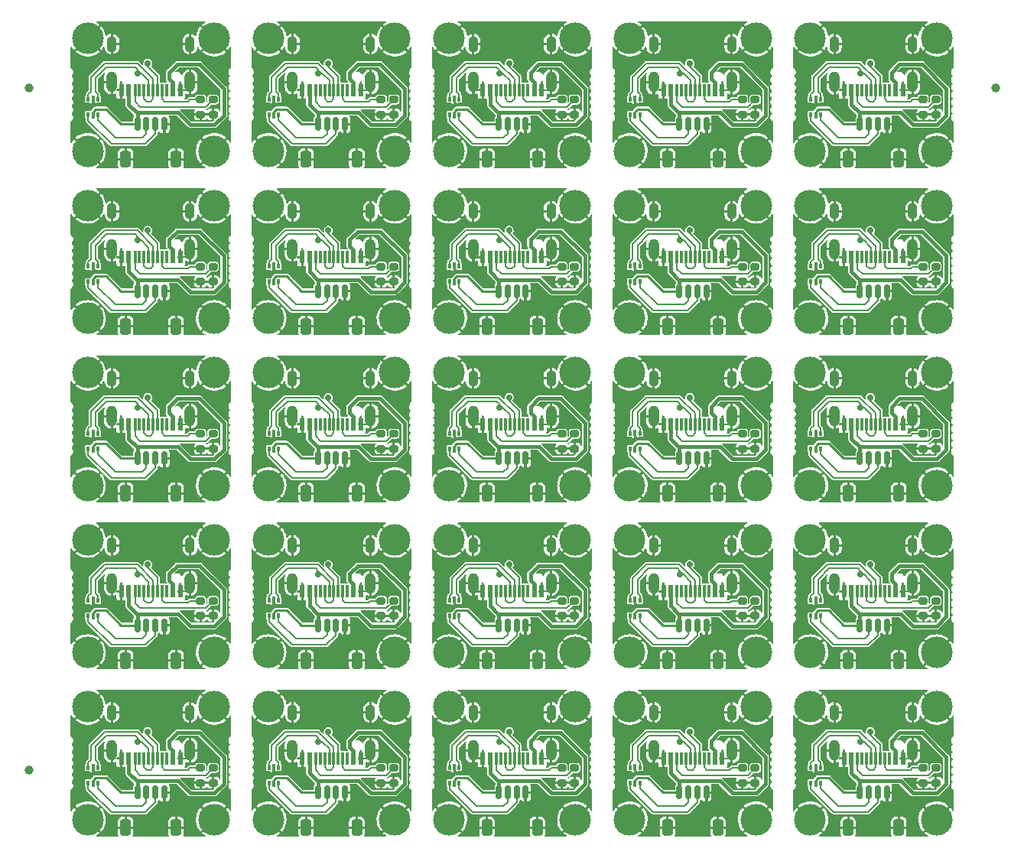
<source format=gtl>
%TF.GenerationSoftware,KiCad,Pcbnew,(6.0.9)*%
%TF.CreationDate,2022-12-08T00:33:12+08:00*%
%TF.ProjectId,without-power-switch-panelized,77697468-6f75-4742-9d70-6f7765722d73,rev?*%
%TF.SameCoordinates,PXe4e1c0PYe4e1c0*%
%TF.FileFunction,Copper,L1,Top*%
%TF.FilePolarity,Positive*%
%FSLAX46Y46*%
G04 Gerber Fmt 4.6, Leading zero omitted, Abs format (unit mm)*
G04 Created by KiCad (PCBNEW (6.0.9)) date 2022-12-08 00:33:12*
%MOMM*%
%LPD*%
G01*
G04 APERTURE LIST*
G04 Aperture macros list*
%AMRoundRect*
0 Rectangle with rounded corners*
0 $1 Rounding radius*
0 $2 $3 $4 $5 $6 $7 $8 $9 X,Y pos of 4 corners*
0 Add a 4 corners polygon primitive as box body*
4,1,4,$2,$3,$4,$5,$6,$7,$8,$9,$2,$3,0*
0 Add four circle primitives for the rounded corners*
1,1,$1+$1,$2,$3*
1,1,$1+$1,$4,$5*
1,1,$1+$1,$6,$7*
1,1,$1+$1,$8,$9*
0 Add four rect primitives between the rounded corners*
20,1,$1+$1,$2,$3,$4,$5,0*
20,1,$1+$1,$4,$5,$6,$7,0*
20,1,$1+$1,$6,$7,$8,$9,0*
20,1,$1+$1,$8,$9,$2,$3,0*%
G04 Aperture macros list end*
%TA.AperFunction,ComponentPad*%
%ADD10C,3.500000*%
%TD*%
%TA.AperFunction,SMDPad,CuDef*%
%ADD11R,0.375000X0.500000*%
%TD*%
%TA.AperFunction,SMDPad,CuDef*%
%ADD12R,0.300000X0.650000*%
%TD*%
%TA.AperFunction,SMDPad,CuDef*%
%ADD13RoundRect,0.200000X0.275000X-0.200000X0.275000X0.200000X-0.275000X0.200000X-0.275000X-0.200000X0*%
%TD*%
%TA.AperFunction,SMDPad,CuDef*%
%ADD14R,0.600000X1.450000*%
%TD*%
%TA.AperFunction,SMDPad,CuDef*%
%ADD15R,0.300000X1.450000*%
%TD*%
%TA.AperFunction,ComponentPad*%
%ADD16O,1.100000X1.800000*%
%TD*%
%TA.AperFunction,ComponentPad*%
%ADD17O,1.200000X2.300000*%
%TD*%
%TA.AperFunction,SMDPad,CuDef*%
%ADD18RoundRect,0.200000X-0.275000X0.200000X-0.275000X-0.200000X0.275000X-0.200000X0.275000X0.200000X0*%
%TD*%
%TA.AperFunction,SMDPad,CuDef*%
%ADD19C,1.000000*%
%TD*%
%TA.AperFunction,SMDPad,CuDef*%
%ADD20RoundRect,0.150000X-0.150000X-0.625000X0.150000X-0.625000X0.150000X0.625000X-0.150000X0.625000X0*%
%TD*%
%TA.AperFunction,SMDPad,CuDef*%
%ADD21RoundRect,0.249999X-0.350001X-0.650001X0.350001X-0.650001X0.350001X0.650001X-0.350001X0.650001X0*%
%TD*%
%TA.AperFunction,ViaPad*%
%ADD22C,0.700000*%
%TD*%
%TA.AperFunction,Conductor*%
%ADD23C,0.200000*%
%TD*%
%TA.AperFunction,Conductor*%
%ADD24C,0.250000*%
%TD*%
%TA.AperFunction,Conductor*%
%ADD25C,0.300000*%
%TD*%
%TA.AperFunction,Conductor*%
%ADD26C,0.400000*%
%TD*%
G04 APERTURE END LIST*
D10*
%TO.P,REF\u002A\u002A,1*%
%TO.N,Board_23-GND*%
X83000000Y-76000000D03*
%TD*%
%TO.P,REF\u002A\u002A,1*%
%TO.N,Board_17-GND*%
X49000000Y-70000000D03*
%TD*%
%TO.P,REF\u002A\u002A,1*%
%TO.N,Board_6-GND*%
X29000000Y-20500000D03*
%TD*%
D11*
%TO.P,U1,1*%
%TO.N,Board_4-DN*%
X90137500Y-8750000D03*
D12*
%TO.P,U1,2*%
%TO.N,Board_4-GND*%
X89600000Y-8675000D03*
D11*
%TO.P,U1,3*%
%TO.N,Board_4-DP*%
X89062500Y-8750000D03*
%TO.P,U1,4*%
%TO.N,Board_4-D+*%
X89062500Y-10450000D03*
D12*
%TO.P,U1,5*%
%TO.N,Board_4-UVCC*%
X89600000Y-10525000D03*
D11*
%TO.P,U1,6*%
%TO.N,Board_4-D-*%
X90137500Y-10450000D03*
%TD*%
D13*
%TO.P,R2,1*%
%TO.N,Board_13-GND*%
X82900000Y-47425000D03*
%TO.P,R2,2*%
%TO.N,Board_13-Net-(J1-PadB5)*%
X82900000Y-45775000D03*
%TD*%
D14*
%TO.P,J1,A1*%
%TO.N,Board_9-GND*%
X99250000Y-26245000D03*
%TO.P,J1,A4*%
%TO.N,Board_9-UVCC*%
X98450000Y-26245000D03*
D15*
%TO.P,J1,A5*%
%TO.N,Board_9-Net-(J1-PadA5)*%
X97250000Y-26245000D03*
%TO.P,J1,A6*%
%TO.N,Board_9-DP*%
X96250000Y-26245000D03*
%TO.P,J1,A7*%
%TO.N,Board_9-DN*%
X95750000Y-26245000D03*
%TO.P,J1,A8*%
%TO.N,Board_9-Net-(J1-PadA8)*%
X94750000Y-26245000D03*
D14*
%TO.P,J1,A9*%
%TO.N,Board_9-UVCC*%
X93550000Y-26245000D03*
%TO.P,J1,A12*%
%TO.N,Board_9-GND*%
X92750000Y-26245000D03*
%TO.P,J1,B1*%
X92750000Y-26245000D03*
%TO.P,J1,B4*%
%TO.N,Board_9-UVCC*%
X93550000Y-26245000D03*
D15*
%TO.P,J1,B5*%
%TO.N,Board_9-Net-(J1-PadB5)*%
X94250000Y-26245000D03*
%TO.P,J1,B6*%
%TO.N,Board_9-DP*%
X95250000Y-26245000D03*
%TO.P,J1,B7*%
%TO.N,Board_9-DN*%
X96750000Y-26245000D03*
%TO.P,J1,B8*%
%TO.N,Board_9-Net-(J1-PadB8)*%
X97750000Y-26245000D03*
D14*
%TO.P,J1,B9*%
%TO.N,Board_9-UVCC*%
X98450000Y-26245000D03*
%TO.P,J1,B12*%
%TO.N,Board_9-GND*%
X99250000Y-26245000D03*
D16*
%TO.P,J1,S1*%
X91680000Y-21150000D03*
D17*
X100320000Y-25330000D03*
D16*
X100320000Y-21150000D03*
D17*
X91680000Y-25330000D03*
%TD*%
D10*
%TO.P,REF\u002A\u002A,1*%
%TO.N,Board_10-GND*%
X23000000Y-39000000D03*
%TD*%
%TO.P,REF\u002A\u002A,1*%
%TO.N,Board_20-GND*%
X23000000Y-88500000D03*
%TD*%
%TO.P,REF\u002A\u002A,1*%
%TO.N,Board_6-GND*%
X29000000Y-33000000D03*
%TD*%
D13*
%TO.P,R2,1*%
%TO.N,Board_0-GND*%
X22900000Y-10425000D03*
%TO.P,R2,2*%
%TO.N,Board_0-Net-(J1-PadB5)*%
X22900000Y-8775000D03*
%TD*%
D10*
%TO.P,REF\u002A\u002A,1*%
%TO.N,Board_11-GND*%
X29000000Y-51500000D03*
%TD*%
%TO.P,REF\u002A\u002A,1*%
%TO.N,Board_14-GND*%
X89000000Y-39000000D03*
%TD*%
%TO.P,REF\u002A\u002A,1*%
%TO.N,Board_19-GND*%
X103000000Y-57500000D03*
%TD*%
%TO.P,REF\u002A\u002A,1*%
%TO.N,Board_15-GND*%
X23000000Y-57500000D03*
%TD*%
D14*
%TO.P,J1,A1*%
%TO.N,Board_7-GND*%
X59250000Y-26245000D03*
%TO.P,J1,A4*%
%TO.N,Board_7-UVCC*%
X58450000Y-26245000D03*
D15*
%TO.P,J1,A5*%
%TO.N,Board_7-Net-(J1-PadA5)*%
X57250000Y-26245000D03*
%TO.P,J1,A6*%
%TO.N,Board_7-DP*%
X56250000Y-26245000D03*
%TO.P,J1,A7*%
%TO.N,Board_7-DN*%
X55750000Y-26245000D03*
%TO.P,J1,A8*%
%TO.N,Board_7-Net-(J1-PadA8)*%
X54750000Y-26245000D03*
D14*
%TO.P,J1,A9*%
%TO.N,Board_7-UVCC*%
X53550000Y-26245000D03*
%TO.P,J1,A12*%
%TO.N,Board_7-GND*%
X52750000Y-26245000D03*
%TO.P,J1,B1*%
X52750000Y-26245000D03*
%TO.P,J1,B4*%
%TO.N,Board_7-UVCC*%
X53550000Y-26245000D03*
D15*
%TO.P,J1,B5*%
%TO.N,Board_7-Net-(J1-PadB5)*%
X54250000Y-26245000D03*
%TO.P,J1,B6*%
%TO.N,Board_7-DP*%
X55250000Y-26245000D03*
%TO.P,J1,B7*%
%TO.N,Board_7-DN*%
X56750000Y-26245000D03*
%TO.P,J1,B8*%
%TO.N,Board_7-Net-(J1-PadB8)*%
X57750000Y-26245000D03*
D14*
%TO.P,J1,B9*%
%TO.N,Board_7-UVCC*%
X58450000Y-26245000D03*
%TO.P,J1,B12*%
%TO.N,Board_7-GND*%
X59250000Y-26245000D03*
D17*
%TO.P,J1,S1*%
X60320000Y-25330000D03*
D16*
X51680000Y-21150000D03*
D17*
X51680000Y-25330000D03*
D16*
X60320000Y-21150000D03*
%TD*%
D11*
%TO.P,U1,1*%
%TO.N,Board_18-DN*%
X70137500Y-64250000D03*
D12*
%TO.P,U1,2*%
%TO.N,Board_18-GND*%
X69600000Y-64175000D03*
D11*
%TO.P,U1,3*%
%TO.N,Board_18-DP*%
X69062500Y-64250000D03*
%TO.P,U1,4*%
%TO.N,Board_18-D+*%
X69062500Y-65950000D03*
D12*
%TO.P,U1,5*%
%TO.N,Board_18-UVCC*%
X69600000Y-66025000D03*
D11*
%TO.P,U1,6*%
%TO.N,Board_18-D-*%
X70137500Y-65950000D03*
%TD*%
D10*
%TO.P,REF\u002A\u002A,1*%
%TO.N,Board_5-GND*%
X23000000Y-20500000D03*
%TD*%
D13*
%TO.P,R2,1*%
%TO.N,Board_9-GND*%
X102900000Y-28925000D03*
%TO.P,R2,2*%
%TO.N,Board_9-Net-(J1-PadB5)*%
X102900000Y-27275000D03*
%TD*%
%TO.P,R2,1*%
%TO.N,Board_5-GND*%
X22900000Y-28925000D03*
%TO.P,R2,2*%
%TO.N,Board_5-Net-(J1-PadB5)*%
X22900000Y-27275000D03*
%TD*%
D18*
%TO.P,R1,1*%
%TO.N,Board_3-Net-(J1-PadA5)*%
X81500000Y-8775000D03*
%TO.P,R1,2*%
%TO.N,Board_3-GND*%
X81500000Y-10425000D03*
%TD*%
D10*
%TO.P,REF\u002A\u002A,1*%
%TO.N,Board_7-GND*%
X63000000Y-20500000D03*
%TD*%
%TO.P,REF\u002A\u002A,1*%
%TO.N,Board_17-GND*%
X49000000Y-57500000D03*
%TD*%
D19*
%TO.P,REF\u002A\u002A,*%
%TO.N,*%
X109500000Y-7500000D03*
%TD*%
D11*
%TO.P,U1,1*%
%TO.N,Board_19-DN*%
X90137500Y-64250000D03*
D12*
%TO.P,U1,2*%
%TO.N,Board_19-GND*%
X89600000Y-64175000D03*
D11*
%TO.P,U1,3*%
%TO.N,Board_19-DP*%
X89062500Y-64250000D03*
%TO.P,U1,4*%
%TO.N,Board_19-D+*%
X89062500Y-65950000D03*
D12*
%TO.P,U1,5*%
%TO.N,Board_19-UVCC*%
X89600000Y-66025000D03*
D11*
%TO.P,U1,6*%
%TO.N,Board_19-D-*%
X90137500Y-65950000D03*
%TD*%
%TO.P,U1,1*%
%TO.N,Board_5-DN*%
X10137500Y-27250000D03*
D12*
%TO.P,U1,2*%
%TO.N,Board_5-GND*%
X9600000Y-27175000D03*
D11*
%TO.P,U1,3*%
%TO.N,Board_5-DP*%
X9062500Y-27250000D03*
%TO.P,U1,4*%
%TO.N,Board_5-D+*%
X9062500Y-28950000D03*
D12*
%TO.P,U1,5*%
%TO.N,Board_5-UVCC*%
X9600000Y-29025000D03*
D11*
%TO.P,U1,6*%
%TO.N,Board_5-D-*%
X10137500Y-28950000D03*
%TD*%
D18*
%TO.P,R1,1*%
%TO.N,Board_9-Net-(J1-PadA5)*%
X101500000Y-27275000D03*
%TO.P,R1,2*%
%TO.N,Board_9-GND*%
X101500000Y-28925000D03*
%TD*%
D10*
%TO.P,REF\u002A\u002A,1*%
%TO.N,Board_8-GND*%
X83000000Y-20500000D03*
%TD*%
D18*
%TO.P,R1,1*%
%TO.N,Board_5-Net-(J1-PadA5)*%
X21500000Y-27275000D03*
%TO.P,R1,2*%
%TO.N,Board_5-GND*%
X21500000Y-28925000D03*
%TD*%
%TO.P,R1,1*%
%TO.N,Board_4-Net-(J1-PadA5)*%
X101500000Y-8775000D03*
%TO.P,R1,2*%
%TO.N,Board_4-GND*%
X101500000Y-10425000D03*
%TD*%
D10*
%TO.P,REF\u002A\u002A,1*%
%TO.N,Board_4-GND*%
X89000000Y-14500000D03*
%TD*%
D14*
%TO.P,J1,A1*%
%TO.N,Board_14-GND*%
X99250000Y-44745000D03*
%TO.P,J1,A4*%
%TO.N,Board_14-UVCC*%
X98450000Y-44745000D03*
D15*
%TO.P,J1,A5*%
%TO.N,Board_14-Net-(J1-PadA5)*%
X97250000Y-44745000D03*
%TO.P,J1,A6*%
%TO.N,Board_14-DP*%
X96250000Y-44745000D03*
%TO.P,J1,A7*%
%TO.N,Board_14-DN*%
X95750000Y-44745000D03*
%TO.P,J1,A8*%
%TO.N,Board_14-Net-(J1-PadA8)*%
X94750000Y-44745000D03*
D14*
%TO.P,J1,A9*%
%TO.N,Board_14-UVCC*%
X93550000Y-44745000D03*
%TO.P,J1,A12*%
%TO.N,Board_14-GND*%
X92750000Y-44745000D03*
%TO.P,J1,B1*%
X92750000Y-44745000D03*
%TO.P,J1,B4*%
%TO.N,Board_14-UVCC*%
X93550000Y-44745000D03*
D15*
%TO.P,J1,B5*%
%TO.N,Board_14-Net-(J1-PadB5)*%
X94250000Y-44745000D03*
%TO.P,J1,B6*%
%TO.N,Board_14-DP*%
X95250000Y-44745000D03*
%TO.P,J1,B7*%
%TO.N,Board_14-DN*%
X96750000Y-44745000D03*
%TO.P,J1,B8*%
%TO.N,Board_14-Net-(J1-PadB8)*%
X97750000Y-44745000D03*
D14*
%TO.P,J1,B9*%
%TO.N,Board_14-UVCC*%
X98450000Y-44745000D03*
%TO.P,J1,B12*%
%TO.N,Board_14-GND*%
X99250000Y-44745000D03*
D17*
%TO.P,J1,S1*%
X100320000Y-43830000D03*
D16*
X91680000Y-39650000D03*
D17*
X91680000Y-43830000D03*
D16*
X100320000Y-39650000D03*
%TD*%
D11*
%TO.P,U1,1*%
%TO.N,Board_14-DN*%
X90137500Y-45750000D03*
D12*
%TO.P,U1,2*%
%TO.N,Board_14-GND*%
X89600000Y-45675000D03*
D11*
%TO.P,U1,3*%
%TO.N,Board_14-DP*%
X89062500Y-45750000D03*
%TO.P,U1,4*%
%TO.N,Board_14-D+*%
X89062500Y-47450000D03*
D12*
%TO.P,U1,5*%
%TO.N,Board_14-UVCC*%
X89600000Y-47525000D03*
D11*
%TO.P,U1,6*%
%TO.N,Board_14-D-*%
X90137500Y-47450000D03*
%TD*%
D10*
%TO.P,REF\u002A\u002A,1*%
%TO.N,Board_15-GND*%
X23000000Y-70000000D03*
%TD*%
D20*
%TO.P,J2,1*%
%TO.N,Board_13-UVCC*%
X74500000Y-48500000D03*
%TO.P,J2,2*%
%TO.N,Board_13-D-*%
X75500000Y-48500000D03*
%TO.P,J2,3*%
%TO.N,Board_13-D+*%
X76500000Y-48500000D03*
%TO.P,J2,4*%
%TO.N,Board_13-GND*%
X77500000Y-48500000D03*
D21*
%TO.P,J2,MP*%
X73200000Y-52375000D03*
X78800000Y-52375000D03*
%TD*%
D10*
%TO.P,REF\u002A\u002A,1*%
%TO.N,Board_1-GND*%
X43000000Y-14500000D03*
%TD*%
%TO.P,REF\u002A\u002A,1*%
%TO.N,Board_20-GND*%
X23000000Y-76000000D03*
%TD*%
%TO.P,REF\u002A\u002A,1*%
%TO.N,Board_22-GND*%
X49000000Y-76000000D03*
%TD*%
D14*
%TO.P,J1,A1*%
%TO.N,Board_2-GND*%
X59250000Y-7745000D03*
%TO.P,J1,A4*%
%TO.N,Board_2-UVCC*%
X58450000Y-7745000D03*
D15*
%TO.P,J1,A5*%
%TO.N,Board_2-Net-(J1-PadA5)*%
X57250000Y-7745000D03*
%TO.P,J1,A6*%
%TO.N,Board_2-DP*%
X56250000Y-7745000D03*
%TO.P,J1,A7*%
%TO.N,Board_2-DN*%
X55750000Y-7745000D03*
%TO.P,J1,A8*%
%TO.N,Board_2-Net-(J1-PadA8)*%
X54750000Y-7745000D03*
D14*
%TO.P,J1,A9*%
%TO.N,Board_2-UVCC*%
X53550000Y-7745000D03*
%TO.P,J1,A12*%
%TO.N,Board_2-GND*%
X52750000Y-7745000D03*
%TO.P,J1,B1*%
X52750000Y-7745000D03*
%TO.P,J1,B4*%
%TO.N,Board_2-UVCC*%
X53550000Y-7745000D03*
D15*
%TO.P,J1,B5*%
%TO.N,Board_2-Net-(J1-PadB5)*%
X54250000Y-7745000D03*
%TO.P,J1,B6*%
%TO.N,Board_2-DP*%
X55250000Y-7745000D03*
%TO.P,J1,B7*%
%TO.N,Board_2-DN*%
X56750000Y-7745000D03*
%TO.P,J1,B8*%
%TO.N,Board_2-Net-(J1-PadB8)*%
X57750000Y-7745000D03*
D14*
%TO.P,J1,B9*%
%TO.N,Board_2-UVCC*%
X58450000Y-7745000D03*
%TO.P,J1,B12*%
%TO.N,Board_2-GND*%
X59250000Y-7745000D03*
D16*
%TO.P,J1,S1*%
X60320000Y-2650000D03*
D17*
X51680000Y-6830000D03*
X60320000Y-6830000D03*
D16*
X51680000Y-2650000D03*
%TD*%
D10*
%TO.P,REF\u002A\u002A,1*%
%TO.N,Board_24-GND*%
X89000000Y-88500000D03*
%TD*%
D19*
%TO.P,REF\u002A\u002A,*%
%TO.N,*%
X2500000Y-83000000D03*
%TD*%
D14*
%TO.P,J1,A1*%
%TO.N,Board_11-GND*%
X39250000Y-44745000D03*
%TO.P,J1,A4*%
%TO.N,Board_11-UVCC*%
X38450000Y-44745000D03*
D15*
%TO.P,J1,A5*%
%TO.N,Board_11-Net-(J1-PadA5)*%
X37250000Y-44745000D03*
%TO.P,J1,A6*%
%TO.N,Board_11-DP*%
X36250000Y-44745000D03*
%TO.P,J1,A7*%
%TO.N,Board_11-DN*%
X35750000Y-44745000D03*
%TO.P,J1,A8*%
%TO.N,Board_11-Net-(J1-PadA8)*%
X34750000Y-44745000D03*
D14*
%TO.P,J1,A9*%
%TO.N,Board_11-UVCC*%
X33550000Y-44745000D03*
%TO.P,J1,A12*%
%TO.N,Board_11-GND*%
X32750000Y-44745000D03*
%TO.P,J1,B1*%
X32750000Y-44745000D03*
%TO.P,J1,B4*%
%TO.N,Board_11-UVCC*%
X33550000Y-44745000D03*
D15*
%TO.P,J1,B5*%
%TO.N,Board_11-Net-(J1-PadB5)*%
X34250000Y-44745000D03*
%TO.P,J1,B6*%
%TO.N,Board_11-DP*%
X35250000Y-44745000D03*
%TO.P,J1,B7*%
%TO.N,Board_11-DN*%
X36750000Y-44745000D03*
%TO.P,J1,B8*%
%TO.N,Board_11-Net-(J1-PadB8)*%
X37750000Y-44745000D03*
D14*
%TO.P,J1,B9*%
%TO.N,Board_11-UVCC*%
X38450000Y-44745000D03*
%TO.P,J1,B12*%
%TO.N,Board_11-GND*%
X39250000Y-44745000D03*
D16*
%TO.P,J1,S1*%
X31680000Y-39650000D03*
X40320000Y-39650000D03*
D17*
X31680000Y-43830000D03*
X40320000Y-43830000D03*
%TD*%
D10*
%TO.P,REF\u002A\u002A,1*%
%TO.N,Board_22-GND*%
X49000000Y-88500000D03*
%TD*%
D14*
%TO.P,J1,A1*%
%TO.N,Board_23-GND*%
X79250000Y-81745000D03*
%TO.P,J1,A4*%
%TO.N,Board_23-UVCC*%
X78450000Y-81745000D03*
D15*
%TO.P,J1,A5*%
%TO.N,Board_23-Net-(J1-PadA5)*%
X77250000Y-81745000D03*
%TO.P,J1,A6*%
%TO.N,Board_23-DP*%
X76250000Y-81745000D03*
%TO.P,J1,A7*%
%TO.N,Board_23-DN*%
X75750000Y-81745000D03*
%TO.P,J1,A8*%
%TO.N,Board_23-Net-(J1-PadA8)*%
X74750000Y-81745000D03*
D14*
%TO.P,J1,A9*%
%TO.N,Board_23-UVCC*%
X73550000Y-81745000D03*
%TO.P,J1,A12*%
%TO.N,Board_23-GND*%
X72750000Y-81745000D03*
%TO.P,J1,B1*%
X72750000Y-81745000D03*
%TO.P,J1,B4*%
%TO.N,Board_23-UVCC*%
X73550000Y-81745000D03*
D15*
%TO.P,J1,B5*%
%TO.N,Board_23-Net-(J1-PadB5)*%
X74250000Y-81745000D03*
%TO.P,J1,B6*%
%TO.N,Board_23-DP*%
X75250000Y-81745000D03*
%TO.P,J1,B7*%
%TO.N,Board_23-DN*%
X76750000Y-81745000D03*
%TO.P,J1,B8*%
%TO.N,Board_23-Net-(J1-PadB8)*%
X77750000Y-81745000D03*
D14*
%TO.P,J1,B9*%
%TO.N,Board_23-UVCC*%
X78450000Y-81745000D03*
%TO.P,J1,B12*%
%TO.N,Board_23-GND*%
X79250000Y-81745000D03*
D17*
%TO.P,J1,S1*%
X71680000Y-80830000D03*
D16*
X80320000Y-76650000D03*
D17*
X80320000Y-80830000D03*
D16*
X71680000Y-76650000D03*
%TD*%
D20*
%TO.P,J2,1*%
%TO.N,Board_22-UVCC*%
X54500000Y-85500000D03*
%TO.P,J2,2*%
%TO.N,Board_22-D-*%
X55500000Y-85500000D03*
%TO.P,J2,3*%
%TO.N,Board_22-D+*%
X56500000Y-85500000D03*
%TO.P,J2,4*%
%TO.N,Board_22-GND*%
X57500000Y-85500000D03*
D21*
%TO.P,J2,MP*%
X53200000Y-89375000D03*
X58800000Y-89375000D03*
%TD*%
D10*
%TO.P,REF\u002A\u002A,1*%
%TO.N,Board_0-GND*%
X9000000Y-14500000D03*
%TD*%
D18*
%TO.P,R1,1*%
%TO.N,Board_1-Net-(J1-PadA5)*%
X41500000Y-8775000D03*
%TO.P,R1,2*%
%TO.N,Board_1-GND*%
X41500000Y-10425000D03*
%TD*%
D13*
%TO.P,R2,1*%
%TO.N,Board_11-GND*%
X42900000Y-47425000D03*
%TO.P,R2,2*%
%TO.N,Board_11-Net-(J1-PadB5)*%
X42900000Y-45775000D03*
%TD*%
D14*
%TO.P,J1,A1*%
%TO.N,Board_16-GND*%
X39250000Y-63245000D03*
%TO.P,J1,A4*%
%TO.N,Board_16-UVCC*%
X38450000Y-63245000D03*
D15*
%TO.P,J1,A5*%
%TO.N,Board_16-Net-(J1-PadA5)*%
X37250000Y-63245000D03*
%TO.P,J1,A6*%
%TO.N,Board_16-DP*%
X36250000Y-63245000D03*
%TO.P,J1,A7*%
%TO.N,Board_16-DN*%
X35750000Y-63245000D03*
%TO.P,J1,A8*%
%TO.N,Board_16-Net-(J1-PadA8)*%
X34750000Y-63245000D03*
D14*
%TO.P,J1,A9*%
%TO.N,Board_16-UVCC*%
X33550000Y-63245000D03*
%TO.P,J1,A12*%
%TO.N,Board_16-GND*%
X32750000Y-63245000D03*
%TO.P,J1,B1*%
X32750000Y-63245000D03*
%TO.P,J1,B4*%
%TO.N,Board_16-UVCC*%
X33550000Y-63245000D03*
D15*
%TO.P,J1,B5*%
%TO.N,Board_16-Net-(J1-PadB5)*%
X34250000Y-63245000D03*
%TO.P,J1,B6*%
%TO.N,Board_16-DP*%
X35250000Y-63245000D03*
%TO.P,J1,B7*%
%TO.N,Board_16-DN*%
X36750000Y-63245000D03*
%TO.P,J1,B8*%
%TO.N,Board_16-Net-(J1-PadB8)*%
X37750000Y-63245000D03*
D14*
%TO.P,J1,B9*%
%TO.N,Board_16-UVCC*%
X38450000Y-63245000D03*
%TO.P,J1,B12*%
%TO.N,Board_16-GND*%
X39250000Y-63245000D03*
D17*
%TO.P,J1,S1*%
X31680000Y-62330000D03*
D16*
X40320000Y-58150000D03*
X31680000Y-58150000D03*
D17*
X40320000Y-62330000D03*
%TD*%
D10*
%TO.P,REF\u002A\u002A,1*%
%TO.N,Board_17-GND*%
X63000000Y-70000000D03*
%TD*%
D13*
%TO.P,R2,1*%
%TO.N,Board_15-GND*%
X22900000Y-65925000D03*
%TO.P,R2,2*%
%TO.N,Board_15-Net-(J1-PadB5)*%
X22900000Y-64275000D03*
%TD*%
D14*
%TO.P,J1,A1*%
%TO.N,Board_20-GND*%
X19250000Y-81745000D03*
%TO.P,J1,A4*%
%TO.N,Board_20-UVCC*%
X18450000Y-81745000D03*
D15*
%TO.P,J1,A5*%
%TO.N,Board_20-Net-(J1-PadA5)*%
X17250000Y-81745000D03*
%TO.P,J1,A6*%
%TO.N,Board_20-DP*%
X16250000Y-81745000D03*
%TO.P,J1,A7*%
%TO.N,Board_20-DN*%
X15750000Y-81745000D03*
%TO.P,J1,A8*%
%TO.N,Board_20-Net-(J1-PadA8)*%
X14750000Y-81745000D03*
D14*
%TO.P,J1,A9*%
%TO.N,Board_20-UVCC*%
X13550000Y-81745000D03*
%TO.P,J1,A12*%
%TO.N,Board_20-GND*%
X12750000Y-81745000D03*
%TO.P,J1,B1*%
X12750000Y-81745000D03*
%TO.P,J1,B4*%
%TO.N,Board_20-UVCC*%
X13550000Y-81745000D03*
D15*
%TO.P,J1,B5*%
%TO.N,Board_20-Net-(J1-PadB5)*%
X14250000Y-81745000D03*
%TO.P,J1,B6*%
%TO.N,Board_20-DP*%
X15250000Y-81745000D03*
%TO.P,J1,B7*%
%TO.N,Board_20-DN*%
X16750000Y-81745000D03*
%TO.P,J1,B8*%
%TO.N,Board_20-Net-(J1-PadB8)*%
X17750000Y-81745000D03*
D14*
%TO.P,J1,B9*%
%TO.N,Board_20-UVCC*%
X18450000Y-81745000D03*
%TO.P,J1,B12*%
%TO.N,Board_20-GND*%
X19250000Y-81745000D03*
D17*
%TO.P,J1,S1*%
X11680000Y-80830000D03*
X20320000Y-80830000D03*
D16*
X11680000Y-76650000D03*
X20320000Y-76650000D03*
%TD*%
D14*
%TO.P,J1,A1*%
%TO.N,Board_24-GND*%
X99250000Y-81745000D03*
%TO.P,J1,A4*%
%TO.N,Board_24-UVCC*%
X98450000Y-81745000D03*
D15*
%TO.P,J1,A5*%
%TO.N,Board_24-Net-(J1-PadA5)*%
X97250000Y-81745000D03*
%TO.P,J1,A6*%
%TO.N,Board_24-DP*%
X96250000Y-81745000D03*
%TO.P,J1,A7*%
%TO.N,Board_24-DN*%
X95750000Y-81745000D03*
%TO.P,J1,A8*%
%TO.N,Board_24-Net-(J1-PadA8)*%
X94750000Y-81745000D03*
D14*
%TO.P,J1,A9*%
%TO.N,Board_24-UVCC*%
X93550000Y-81745000D03*
%TO.P,J1,A12*%
%TO.N,Board_24-GND*%
X92750000Y-81745000D03*
%TO.P,J1,B1*%
X92750000Y-81745000D03*
%TO.P,J1,B4*%
%TO.N,Board_24-UVCC*%
X93550000Y-81745000D03*
D15*
%TO.P,J1,B5*%
%TO.N,Board_24-Net-(J1-PadB5)*%
X94250000Y-81745000D03*
%TO.P,J1,B6*%
%TO.N,Board_24-DP*%
X95250000Y-81745000D03*
%TO.P,J1,B7*%
%TO.N,Board_24-DN*%
X96750000Y-81745000D03*
%TO.P,J1,B8*%
%TO.N,Board_24-Net-(J1-PadB8)*%
X97750000Y-81745000D03*
D14*
%TO.P,J1,B9*%
%TO.N,Board_24-UVCC*%
X98450000Y-81745000D03*
%TO.P,J1,B12*%
%TO.N,Board_24-GND*%
X99250000Y-81745000D03*
D17*
%TO.P,J1,S1*%
X91680000Y-80830000D03*
X100320000Y-80830000D03*
D16*
X91680000Y-76650000D03*
X100320000Y-76650000D03*
%TD*%
D11*
%TO.P,U1,1*%
%TO.N,Board_2-DN*%
X50137500Y-8750000D03*
D12*
%TO.P,U1,2*%
%TO.N,Board_2-GND*%
X49600000Y-8675000D03*
D11*
%TO.P,U1,3*%
%TO.N,Board_2-DP*%
X49062500Y-8750000D03*
%TO.P,U1,4*%
%TO.N,Board_2-D+*%
X49062500Y-10450000D03*
D12*
%TO.P,U1,5*%
%TO.N,Board_2-UVCC*%
X49600000Y-10525000D03*
D11*
%TO.P,U1,6*%
%TO.N,Board_2-D-*%
X50137500Y-10450000D03*
%TD*%
D10*
%TO.P,REF\u002A\u002A,1*%
%TO.N,Board_21-GND*%
X29000000Y-76000000D03*
%TD*%
%TO.P,REF\u002A\u002A,1*%
%TO.N,Board_9-GND*%
X89000000Y-33000000D03*
%TD*%
%TO.P,REF\u002A\u002A,1*%
%TO.N,Board_1-GND*%
X43000000Y-2000000D03*
%TD*%
%TO.P,REF\u002A\u002A,1*%
%TO.N,Board_16-GND*%
X43000000Y-57500000D03*
%TD*%
D13*
%TO.P,R2,1*%
%TO.N,Board_21-GND*%
X42900000Y-84425000D03*
%TO.P,R2,2*%
%TO.N,Board_21-Net-(J1-PadB5)*%
X42900000Y-82775000D03*
%TD*%
D11*
%TO.P,U1,1*%
%TO.N,Board_22-DN*%
X50137500Y-82750000D03*
D12*
%TO.P,U1,2*%
%TO.N,Board_22-GND*%
X49600000Y-82675000D03*
D11*
%TO.P,U1,3*%
%TO.N,Board_22-DP*%
X49062500Y-82750000D03*
%TO.P,U1,4*%
%TO.N,Board_22-D+*%
X49062500Y-84450000D03*
D12*
%TO.P,U1,5*%
%TO.N,Board_22-UVCC*%
X49600000Y-84525000D03*
D11*
%TO.P,U1,6*%
%TO.N,Board_22-D-*%
X50137500Y-84450000D03*
%TD*%
D13*
%TO.P,R2,1*%
%TO.N,Board_10-GND*%
X22900000Y-47425000D03*
%TO.P,R2,2*%
%TO.N,Board_10-Net-(J1-PadB5)*%
X22900000Y-45775000D03*
%TD*%
D10*
%TO.P,REF\u002A\u002A,1*%
%TO.N,Board_11-GND*%
X43000000Y-51500000D03*
%TD*%
D20*
%TO.P,J2,1*%
%TO.N,Board_23-UVCC*%
X74500000Y-85500000D03*
%TO.P,J2,2*%
%TO.N,Board_23-D-*%
X75500000Y-85500000D03*
%TO.P,J2,3*%
%TO.N,Board_23-D+*%
X76500000Y-85500000D03*
%TO.P,J2,4*%
%TO.N,Board_23-GND*%
X77500000Y-85500000D03*
D21*
%TO.P,J2,MP*%
X78800000Y-89375000D03*
X73200000Y-89375000D03*
%TD*%
D18*
%TO.P,R1,1*%
%TO.N,Board_8-Net-(J1-PadA5)*%
X81500000Y-27275000D03*
%TO.P,R1,2*%
%TO.N,Board_8-GND*%
X81500000Y-28925000D03*
%TD*%
D10*
%TO.P,REF\u002A\u002A,1*%
%TO.N,Board_18-GND*%
X83000000Y-57500000D03*
%TD*%
%TO.P,REF\u002A\u002A,1*%
%TO.N,Board_8-GND*%
X83000000Y-33000000D03*
%TD*%
D11*
%TO.P,U1,1*%
%TO.N,Board_23-DN*%
X70137500Y-82750000D03*
D12*
%TO.P,U1,2*%
%TO.N,Board_23-GND*%
X69600000Y-82675000D03*
D11*
%TO.P,U1,3*%
%TO.N,Board_23-DP*%
X69062500Y-82750000D03*
%TO.P,U1,4*%
%TO.N,Board_23-D+*%
X69062500Y-84450000D03*
D12*
%TO.P,U1,5*%
%TO.N,Board_23-UVCC*%
X69600000Y-84525000D03*
D11*
%TO.P,U1,6*%
%TO.N,Board_23-D-*%
X70137500Y-84450000D03*
%TD*%
D10*
%TO.P,REF\u002A\u002A,1*%
%TO.N,Board_4-GND*%
X89000000Y-2000000D03*
%TD*%
D20*
%TO.P,J2,1*%
%TO.N,Board_3-UVCC*%
X74500000Y-11500000D03*
%TO.P,J2,2*%
%TO.N,Board_3-D-*%
X75500000Y-11500000D03*
%TO.P,J2,3*%
%TO.N,Board_3-D+*%
X76500000Y-11500000D03*
%TO.P,J2,4*%
%TO.N,Board_3-GND*%
X77500000Y-11500000D03*
D21*
%TO.P,J2,MP*%
X73200000Y-15375000D03*
X78800000Y-15375000D03*
%TD*%
D20*
%TO.P,J2,1*%
%TO.N,Board_19-UVCC*%
X94500000Y-67000000D03*
%TO.P,J2,2*%
%TO.N,Board_19-D-*%
X95500000Y-67000000D03*
%TO.P,J2,3*%
%TO.N,Board_19-D+*%
X96500000Y-67000000D03*
%TO.P,J2,4*%
%TO.N,Board_19-GND*%
X97500000Y-67000000D03*
D21*
%TO.P,J2,MP*%
X98800000Y-70875000D03*
X93200000Y-70875000D03*
%TD*%
D10*
%TO.P,REF\u002A\u002A,1*%
%TO.N,Board_7-GND*%
X63000000Y-33000000D03*
%TD*%
D11*
%TO.P,U1,1*%
%TO.N,Board_9-DN*%
X90137500Y-27250000D03*
D12*
%TO.P,U1,2*%
%TO.N,Board_9-GND*%
X89600000Y-27175000D03*
D11*
%TO.P,U1,3*%
%TO.N,Board_9-DP*%
X89062500Y-27250000D03*
%TO.P,U1,4*%
%TO.N,Board_9-D+*%
X89062500Y-28950000D03*
D12*
%TO.P,U1,5*%
%TO.N,Board_9-UVCC*%
X89600000Y-29025000D03*
D11*
%TO.P,U1,6*%
%TO.N,Board_9-D-*%
X90137500Y-28950000D03*
%TD*%
D14*
%TO.P,J1,A1*%
%TO.N,Board_19-GND*%
X99250000Y-63245000D03*
%TO.P,J1,A4*%
%TO.N,Board_19-UVCC*%
X98450000Y-63245000D03*
D15*
%TO.P,J1,A5*%
%TO.N,Board_19-Net-(J1-PadA5)*%
X97250000Y-63245000D03*
%TO.P,J1,A6*%
%TO.N,Board_19-DP*%
X96250000Y-63245000D03*
%TO.P,J1,A7*%
%TO.N,Board_19-DN*%
X95750000Y-63245000D03*
%TO.P,J1,A8*%
%TO.N,Board_19-Net-(J1-PadA8)*%
X94750000Y-63245000D03*
D14*
%TO.P,J1,A9*%
%TO.N,Board_19-UVCC*%
X93550000Y-63245000D03*
%TO.P,J1,A12*%
%TO.N,Board_19-GND*%
X92750000Y-63245000D03*
%TO.P,J1,B1*%
X92750000Y-63245000D03*
%TO.P,J1,B4*%
%TO.N,Board_19-UVCC*%
X93550000Y-63245000D03*
D15*
%TO.P,J1,B5*%
%TO.N,Board_19-Net-(J1-PadB5)*%
X94250000Y-63245000D03*
%TO.P,J1,B6*%
%TO.N,Board_19-DP*%
X95250000Y-63245000D03*
%TO.P,J1,B7*%
%TO.N,Board_19-DN*%
X96750000Y-63245000D03*
%TO.P,J1,B8*%
%TO.N,Board_19-Net-(J1-PadB8)*%
X97750000Y-63245000D03*
D14*
%TO.P,J1,B9*%
%TO.N,Board_19-UVCC*%
X98450000Y-63245000D03*
%TO.P,J1,B12*%
%TO.N,Board_19-GND*%
X99250000Y-63245000D03*
D17*
%TO.P,J1,S1*%
X100320000Y-62330000D03*
D16*
X100320000Y-58150000D03*
X91680000Y-58150000D03*
D17*
X91680000Y-62330000D03*
%TD*%
D10*
%TO.P,REF\u002A\u002A,1*%
%TO.N,Board_18-GND*%
X83000000Y-70000000D03*
%TD*%
D14*
%TO.P,J1,A1*%
%TO.N,Board_15-GND*%
X19250000Y-63245000D03*
%TO.P,J1,A4*%
%TO.N,Board_15-UVCC*%
X18450000Y-63245000D03*
D15*
%TO.P,J1,A5*%
%TO.N,Board_15-Net-(J1-PadA5)*%
X17250000Y-63245000D03*
%TO.P,J1,A6*%
%TO.N,Board_15-DP*%
X16250000Y-63245000D03*
%TO.P,J1,A7*%
%TO.N,Board_15-DN*%
X15750000Y-63245000D03*
%TO.P,J1,A8*%
%TO.N,Board_15-Net-(J1-PadA8)*%
X14750000Y-63245000D03*
D14*
%TO.P,J1,A9*%
%TO.N,Board_15-UVCC*%
X13550000Y-63245000D03*
%TO.P,J1,A12*%
%TO.N,Board_15-GND*%
X12750000Y-63245000D03*
%TO.P,J1,B1*%
X12750000Y-63245000D03*
%TO.P,J1,B4*%
%TO.N,Board_15-UVCC*%
X13550000Y-63245000D03*
D15*
%TO.P,J1,B5*%
%TO.N,Board_15-Net-(J1-PadB5)*%
X14250000Y-63245000D03*
%TO.P,J1,B6*%
%TO.N,Board_15-DP*%
X15250000Y-63245000D03*
%TO.P,J1,B7*%
%TO.N,Board_15-DN*%
X16750000Y-63245000D03*
%TO.P,J1,B8*%
%TO.N,Board_15-Net-(J1-PadB8)*%
X17750000Y-63245000D03*
D14*
%TO.P,J1,B9*%
%TO.N,Board_15-UVCC*%
X18450000Y-63245000D03*
%TO.P,J1,B12*%
%TO.N,Board_15-GND*%
X19250000Y-63245000D03*
D17*
%TO.P,J1,S1*%
X20320000Y-62330000D03*
D16*
X11680000Y-58150000D03*
X20320000Y-58150000D03*
D17*
X11680000Y-62330000D03*
%TD*%
D10*
%TO.P,REF\u002A\u002A,1*%
%TO.N,Board_3-GND*%
X69000000Y-2000000D03*
%TD*%
%TO.P,REF\u002A\u002A,1*%
%TO.N,Board_3-GND*%
X83000000Y-14500000D03*
%TD*%
D11*
%TO.P,U1,1*%
%TO.N,Board_7-DN*%
X50137500Y-27250000D03*
D12*
%TO.P,U1,2*%
%TO.N,Board_7-GND*%
X49600000Y-27175000D03*
D11*
%TO.P,U1,3*%
%TO.N,Board_7-DP*%
X49062500Y-27250000D03*
%TO.P,U1,4*%
%TO.N,Board_7-D+*%
X49062500Y-28950000D03*
D12*
%TO.P,U1,5*%
%TO.N,Board_7-UVCC*%
X49600000Y-29025000D03*
D11*
%TO.P,U1,6*%
%TO.N,Board_7-D-*%
X50137500Y-28950000D03*
%TD*%
D10*
%TO.P,REF\u002A\u002A,1*%
%TO.N,Board_12-GND*%
X63000000Y-39000000D03*
%TD*%
D13*
%TO.P,R2,1*%
%TO.N,Board_6-GND*%
X42900000Y-28925000D03*
%TO.P,R2,2*%
%TO.N,Board_6-Net-(J1-PadB5)*%
X42900000Y-27275000D03*
%TD*%
D10*
%TO.P,REF\u002A\u002A,1*%
%TO.N,Board_15-GND*%
X9000000Y-70000000D03*
%TD*%
D13*
%TO.P,R2,1*%
%TO.N,Board_16-GND*%
X42900000Y-65925000D03*
%TO.P,R2,2*%
%TO.N,Board_16-Net-(J1-PadB5)*%
X42900000Y-64275000D03*
%TD*%
%TO.P,R2,1*%
%TO.N,Board_14-GND*%
X102900000Y-47425000D03*
%TO.P,R2,2*%
%TO.N,Board_14-Net-(J1-PadB5)*%
X102900000Y-45775000D03*
%TD*%
D10*
%TO.P,REF\u002A\u002A,1*%
%TO.N,Board_4-GND*%
X103000000Y-14500000D03*
%TD*%
D14*
%TO.P,J1,A1*%
%TO.N,Board_18-GND*%
X79250000Y-63245000D03*
%TO.P,J1,A4*%
%TO.N,Board_18-UVCC*%
X78450000Y-63245000D03*
D15*
%TO.P,J1,A5*%
%TO.N,Board_18-Net-(J1-PadA5)*%
X77250000Y-63245000D03*
%TO.P,J1,A6*%
%TO.N,Board_18-DP*%
X76250000Y-63245000D03*
%TO.P,J1,A7*%
%TO.N,Board_18-DN*%
X75750000Y-63245000D03*
%TO.P,J1,A8*%
%TO.N,Board_18-Net-(J1-PadA8)*%
X74750000Y-63245000D03*
D14*
%TO.P,J1,A9*%
%TO.N,Board_18-UVCC*%
X73550000Y-63245000D03*
%TO.P,J1,A12*%
%TO.N,Board_18-GND*%
X72750000Y-63245000D03*
%TO.P,J1,B1*%
X72750000Y-63245000D03*
%TO.P,J1,B4*%
%TO.N,Board_18-UVCC*%
X73550000Y-63245000D03*
D15*
%TO.P,J1,B5*%
%TO.N,Board_18-Net-(J1-PadB5)*%
X74250000Y-63245000D03*
%TO.P,J1,B6*%
%TO.N,Board_18-DP*%
X75250000Y-63245000D03*
%TO.P,J1,B7*%
%TO.N,Board_18-DN*%
X76750000Y-63245000D03*
%TO.P,J1,B8*%
%TO.N,Board_18-Net-(J1-PadB8)*%
X77750000Y-63245000D03*
D14*
%TO.P,J1,B9*%
%TO.N,Board_18-UVCC*%
X78450000Y-63245000D03*
%TO.P,J1,B12*%
%TO.N,Board_18-GND*%
X79250000Y-63245000D03*
D16*
%TO.P,J1,S1*%
X71680000Y-58150000D03*
D17*
X80320000Y-62330000D03*
X71680000Y-62330000D03*
D16*
X80320000Y-58150000D03*
%TD*%
D13*
%TO.P,R2,1*%
%TO.N,Board_7-GND*%
X62900000Y-28925000D03*
%TO.P,R2,2*%
%TO.N,Board_7-Net-(J1-PadB5)*%
X62900000Y-27275000D03*
%TD*%
D20*
%TO.P,J2,1*%
%TO.N,Board_15-UVCC*%
X14500000Y-67000000D03*
%TO.P,J2,2*%
%TO.N,Board_15-D-*%
X15500000Y-67000000D03*
%TO.P,J2,3*%
%TO.N,Board_15-D+*%
X16500000Y-67000000D03*
%TO.P,J2,4*%
%TO.N,Board_15-GND*%
X17500000Y-67000000D03*
D21*
%TO.P,J2,MP*%
X13200000Y-70875000D03*
X18800000Y-70875000D03*
%TD*%
D10*
%TO.P,REF\u002A\u002A,1*%
%TO.N,Board_20-GND*%
X9000000Y-88500000D03*
%TD*%
D14*
%TO.P,J1,A1*%
%TO.N,Board_5-GND*%
X19250000Y-26245000D03*
%TO.P,J1,A4*%
%TO.N,Board_5-UVCC*%
X18450000Y-26245000D03*
D15*
%TO.P,J1,A5*%
%TO.N,Board_5-Net-(J1-PadA5)*%
X17250000Y-26245000D03*
%TO.P,J1,A6*%
%TO.N,Board_5-DP*%
X16250000Y-26245000D03*
%TO.P,J1,A7*%
%TO.N,Board_5-DN*%
X15750000Y-26245000D03*
%TO.P,J1,A8*%
%TO.N,Board_5-Net-(J1-PadA8)*%
X14750000Y-26245000D03*
D14*
%TO.P,J1,A9*%
%TO.N,Board_5-UVCC*%
X13550000Y-26245000D03*
%TO.P,J1,A12*%
%TO.N,Board_5-GND*%
X12750000Y-26245000D03*
%TO.P,J1,B1*%
X12750000Y-26245000D03*
%TO.P,J1,B4*%
%TO.N,Board_5-UVCC*%
X13550000Y-26245000D03*
D15*
%TO.P,J1,B5*%
%TO.N,Board_5-Net-(J1-PadB5)*%
X14250000Y-26245000D03*
%TO.P,J1,B6*%
%TO.N,Board_5-DP*%
X15250000Y-26245000D03*
%TO.P,J1,B7*%
%TO.N,Board_5-DN*%
X16750000Y-26245000D03*
%TO.P,J1,B8*%
%TO.N,Board_5-Net-(J1-PadB8)*%
X17750000Y-26245000D03*
D14*
%TO.P,J1,B9*%
%TO.N,Board_5-UVCC*%
X18450000Y-26245000D03*
%TO.P,J1,B12*%
%TO.N,Board_5-GND*%
X19250000Y-26245000D03*
D16*
%TO.P,J1,S1*%
X11680000Y-21150000D03*
D17*
X20320000Y-25330000D03*
X11680000Y-25330000D03*
D16*
X20320000Y-21150000D03*
%TD*%
D10*
%TO.P,REF\u002A\u002A,1*%
%TO.N,Board_24-GND*%
X89000000Y-76000000D03*
%TD*%
D14*
%TO.P,J1,A1*%
%TO.N,Board_21-GND*%
X39250000Y-81745000D03*
%TO.P,J1,A4*%
%TO.N,Board_21-UVCC*%
X38450000Y-81745000D03*
D15*
%TO.P,J1,A5*%
%TO.N,Board_21-Net-(J1-PadA5)*%
X37250000Y-81745000D03*
%TO.P,J1,A6*%
%TO.N,Board_21-DP*%
X36250000Y-81745000D03*
%TO.P,J1,A7*%
%TO.N,Board_21-DN*%
X35750000Y-81745000D03*
%TO.P,J1,A8*%
%TO.N,Board_21-Net-(J1-PadA8)*%
X34750000Y-81745000D03*
D14*
%TO.P,J1,A9*%
%TO.N,Board_21-UVCC*%
X33550000Y-81745000D03*
%TO.P,J1,A12*%
%TO.N,Board_21-GND*%
X32750000Y-81745000D03*
%TO.P,J1,B1*%
X32750000Y-81745000D03*
%TO.P,J1,B4*%
%TO.N,Board_21-UVCC*%
X33550000Y-81745000D03*
D15*
%TO.P,J1,B5*%
%TO.N,Board_21-Net-(J1-PadB5)*%
X34250000Y-81745000D03*
%TO.P,J1,B6*%
%TO.N,Board_21-DP*%
X35250000Y-81745000D03*
%TO.P,J1,B7*%
%TO.N,Board_21-DN*%
X36750000Y-81745000D03*
%TO.P,J1,B8*%
%TO.N,Board_21-Net-(J1-PadB8)*%
X37750000Y-81745000D03*
D14*
%TO.P,J1,B9*%
%TO.N,Board_21-UVCC*%
X38450000Y-81745000D03*
%TO.P,J1,B12*%
%TO.N,Board_21-GND*%
X39250000Y-81745000D03*
D16*
%TO.P,J1,S1*%
X40320000Y-76650000D03*
D17*
X31680000Y-80830000D03*
D16*
X31680000Y-76650000D03*
D17*
X40320000Y-80830000D03*
%TD*%
D10*
%TO.P,REF\u002A\u002A,1*%
%TO.N,Board_2-GND*%
X49000000Y-14500000D03*
%TD*%
D20*
%TO.P,J2,1*%
%TO.N,Board_17-UVCC*%
X54500000Y-67000000D03*
%TO.P,J2,2*%
%TO.N,Board_17-D-*%
X55500000Y-67000000D03*
%TO.P,J2,3*%
%TO.N,Board_17-D+*%
X56500000Y-67000000D03*
%TO.P,J2,4*%
%TO.N,Board_17-GND*%
X57500000Y-67000000D03*
D21*
%TO.P,J2,MP*%
X53200000Y-70875000D03*
X58800000Y-70875000D03*
%TD*%
D11*
%TO.P,U1,1*%
%TO.N,Board_3-DN*%
X70137500Y-8750000D03*
D12*
%TO.P,U1,2*%
%TO.N,Board_3-GND*%
X69600000Y-8675000D03*
D11*
%TO.P,U1,3*%
%TO.N,Board_3-DP*%
X69062500Y-8750000D03*
%TO.P,U1,4*%
%TO.N,Board_3-D+*%
X69062500Y-10450000D03*
D12*
%TO.P,U1,5*%
%TO.N,Board_3-UVCC*%
X69600000Y-10525000D03*
D11*
%TO.P,U1,6*%
%TO.N,Board_3-D-*%
X70137500Y-10450000D03*
%TD*%
D18*
%TO.P,R1,1*%
%TO.N,Board_12-Net-(J1-PadA5)*%
X61500000Y-45775000D03*
%TO.P,R1,2*%
%TO.N,Board_12-GND*%
X61500000Y-47425000D03*
%TD*%
D20*
%TO.P,J2,1*%
%TO.N,Board_11-UVCC*%
X34500000Y-48500000D03*
%TO.P,J2,2*%
%TO.N,Board_11-D-*%
X35500000Y-48500000D03*
%TO.P,J2,3*%
%TO.N,Board_11-D+*%
X36500000Y-48500000D03*
%TO.P,J2,4*%
%TO.N,Board_11-GND*%
X37500000Y-48500000D03*
D21*
%TO.P,J2,MP*%
X38800000Y-52375000D03*
X33200000Y-52375000D03*
%TD*%
D10*
%TO.P,REF\u002A\u002A,1*%
%TO.N,Board_12-GND*%
X63000000Y-51500000D03*
%TD*%
D11*
%TO.P,U1,1*%
%TO.N,Board_15-DN*%
X10137500Y-64250000D03*
D12*
%TO.P,U1,2*%
%TO.N,Board_15-GND*%
X9600000Y-64175000D03*
D11*
%TO.P,U1,3*%
%TO.N,Board_15-DP*%
X9062500Y-64250000D03*
%TO.P,U1,4*%
%TO.N,Board_15-D+*%
X9062500Y-65950000D03*
D12*
%TO.P,U1,5*%
%TO.N,Board_15-UVCC*%
X9600000Y-66025000D03*
D11*
%TO.P,U1,6*%
%TO.N,Board_15-D-*%
X10137500Y-65950000D03*
%TD*%
D10*
%TO.P,REF\u002A\u002A,1*%
%TO.N,Board_0-GND*%
X9000000Y-2000000D03*
%TD*%
D13*
%TO.P,R2,1*%
%TO.N,Board_1-GND*%
X42900000Y-10425000D03*
%TO.P,R2,2*%
%TO.N,Board_1-Net-(J1-PadB5)*%
X42900000Y-8775000D03*
%TD*%
%TO.P,R2,1*%
%TO.N,Board_24-GND*%
X102900000Y-84425000D03*
%TO.P,R2,2*%
%TO.N,Board_24-Net-(J1-PadB5)*%
X102900000Y-82775000D03*
%TD*%
D10*
%TO.P,REF\u002A\u002A,1*%
%TO.N,Board_5-GND*%
X23000000Y-33000000D03*
%TD*%
D14*
%TO.P,J1,A1*%
%TO.N,Board_10-GND*%
X19250000Y-44745000D03*
%TO.P,J1,A4*%
%TO.N,Board_10-UVCC*%
X18450000Y-44745000D03*
D15*
%TO.P,J1,A5*%
%TO.N,Board_10-Net-(J1-PadA5)*%
X17250000Y-44745000D03*
%TO.P,J1,A6*%
%TO.N,Board_10-DP*%
X16250000Y-44745000D03*
%TO.P,J1,A7*%
%TO.N,Board_10-DN*%
X15750000Y-44745000D03*
%TO.P,J1,A8*%
%TO.N,Board_10-Net-(J1-PadA8)*%
X14750000Y-44745000D03*
D14*
%TO.P,J1,A9*%
%TO.N,Board_10-UVCC*%
X13550000Y-44745000D03*
%TO.P,J1,A12*%
%TO.N,Board_10-GND*%
X12750000Y-44745000D03*
%TO.P,J1,B1*%
X12750000Y-44745000D03*
%TO.P,J1,B4*%
%TO.N,Board_10-UVCC*%
X13550000Y-44745000D03*
D15*
%TO.P,J1,B5*%
%TO.N,Board_10-Net-(J1-PadB5)*%
X14250000Y-44745000D03*
%TO.P,J1,B6*%
%TO.N,Board_10-DP*%
X15250000Y-44745000D03*
%TO.P,J1,B7*%
%TO.N,Board_10-DN*%
X16750000Y-44745000D03*
%TO.P,J1,B8*%
%TO.N,Board_10-Net-(J1-PadB8)*%
X17750000Y-44745000D03*
D14*
%TO.P,J1,B9*%
%TO.N,Board_10-UVCC*%
X18450000Y-44745000D03*
%TO.P,J1,B12*%
%TO.N,Board_10-GND*%
X19250000Y-44745000D03*
D16*
%TO.P,J1,S1*%
X20320000Y-39650000D03*
D17*
X11680000Y-43830000D03*
D16*
X11680000Y-39650000D03*
D17*
X20320000Y-43830000D03*
%TD*%
D18*
%TO.P,R1,1*%
%TO.N,Board_6-Net-(J1-PadA5)*%
X41500000Y-27275000D03*
%TO.P,R1,2*%
%TO.N,Board_6-GND*%
X41500000Y-28925000D03*
%TD*%
D10*
%TO.P,REF\u002A\u002A,1*%
%TO.N,Board_4-GND*%
X103000000Y-2000000D03*
%TD*%
D13*
%TO.P,R2,1*%
%TO.N,Board_4-GND*%
X102900000Y-10425000D03*
%TO.P,R2,2*%
%TO.N,Board_4-Net-(J1-PadB5)*%
X102900000Y-8775000D03*
%TD*%
D18*
%TO.P,R1,1*%
%TO.N,Board_24-Net-(J1-PadA5)*%
X101500000Y-82775000D03*
%TO.P,R1,2*%
%TO.N,Board_24-GND*%
X101500000Y-84425000D03*
%TD*%
D20*
%TO.P,J2,1*%
%TO.N,Board_5-UVCC*%
X14500000Y-30000000D03*
%TO.P,J2,2*%
%TO.N,Board_5-D-*%
X15500000Y-30000000D03*
%TO.P,J2,3*%
%TO.N,Board_5-D+*%
X16500000Y-30000000D03*
%TO.P,J2,4*%
%TO.N,Board_5-GND*%
X17500000Y-30000000D03*
D21*
%TO.P,J2,MP*%
X18800000Y-33875000D03*
X13200000Y-33875000D03*
%TD*%
D11*
%TO.P,U1,1*%
%TO.N,Board_20-DN*%
X10137500Y-82750000D03*
D12*
%TO.P,U1,2*%
%TO.N,Board_20-GND*%
X9600000Y-82675000D03*
D11*
%TO.P,U1,3*%
%TO.N,Board_20-DP*%
X9062500Y-82750000D03*
%TO.P,U1,4*%
%TO.N,Board_20-D+*%
X9062500Y-84450000D03*
D12*
%TO.P,U1,5*%
%TO.N,Board_20-UVCC*%
X9600000Y-84525000D03*
D11*
%TO.P,U1,6*%
%TO.N,Board_20-D-*%
X10137500Y-84450000D03*
%TD*%
D18*
%TO.P,R1,1*%
%TO.N,Board_14-Net-(J1-PadA5)*%
X101500000Y-45775000D03*
%TO.P,R1,2*%
%TO.N,Board_14-GND*%
X101500000Y-47425000D03*
%TD*%
D10*
%TO.P,REF\u002A\u002A,1*%
%TO.N,Board_18-GND*%
X69000000Y-70000000D03*
%TD*%
D20*
%TO.P,J2,1*%
%TO.N,Board_6-UVCC*%
X34500000Y-30000000D03*
%TO.P,J2,2*%
%TO.N,Board_6-D-*%
X35500000Y-30000000D03*
%TO.P,J2,3*%
%TO.N,Board_6-D+*%
X36500000Y-30000000D03*
%TO.P,J2,4*%
%TO.N,Board_6-GND*%
X37500000Y-30000000D03*
D21*
%TO.P,J2,MP*%
X38800000Y-33875000D03*
X33200000Y-33875000D03*
%TD*%
D10*
%TO.P,REF\u002A\u002A,1*%
%TO.N,Board_9-GND*%
X103000000Y-33000000D03*
%TD*%
D13*
%TO.P,R2,1*%
%TO.N,Board_2-GND*%
X62900000Y-10425000D03*
%TO.P,R2,2*%
%TO.N,Board_2-Net-(J1-PadB5)*%
X62900000Y-8775000D03*
%TD*%
D10*
%TO.P,REF\u002A\u002A,1*%
%TO.N,Board_23-GND*%
X83000000Y-88500000D03*
%TD*%
D18*
%TO.P,R1,1*%
%TO.N,Board_17-Net-(J1-PadA5)*%
X61500000Y-64275000D03*
%TO.P,R1,2*%
%TO.N,Board_17-GND*%
X61500000Y-65925000D03*
%TD*%
D13*
%TO.P,R2,1*%
%TO.N,Board_8-GND*%
X82900000Y-28925000D03*
%TO.P,R2,2*%
%TO.N,Board_8-Net-(J1-PadB5)*%
X82900000Y-27275000D03*
%TD*%
D10*
%TO.P,REF\u002A\u002A,1*%
%TO.N,Board_19-GND*%
X89000000Y-70000000D03*
%TD*%
%TO.P,REF\u002A\u002A,1*%
%TO.N,Board_6-GND*%
X43000000Y-33000000D03*
%TD*%
%TO.P,REF\u002A\u002A,1*%
%TO.N,Board_14-GND*%
X103000000Y-51500000D03*
%TD*%
D11*
%TO.P,U1,1*%
%TO.N,Board_12-DN*%
X50137500Y-45750000D03*
D12*
%TO.P,U1,2*%
%TO.N,Board_12-GND*%
X49600000Y-45675000D03*
D11*
%TO.P,U1,3*%
%TO.N,Board_12-DP*%
X49062500Y-45750000D03*
%TO.P,U1,4*%
%TO.N,Board_12-D+*%
X49062500Y-47450000D03*
D12*
%TO.P,U1,5*%
%TO.N,Board_12-UVCC*%
X49600000Y-47525000D03*
D11*
%TO.P,U1,6*%
%TO.N,Board_12-D-*%
X50137500Y-47450000D03*
%TD*%
D10*
%TO.P,REF\u002A\u002A,1*%
%TO.N,Board_18-GND*%
X69000000Y-57500000D03*
%TD*%
%TO.P,REF\u002A\u002A,1*%
%TO.N,Board_22-GND*%
X63000000Y-88500000D03*
%TD*%
D19*
%TO.P,REF\u002A\u002A,*%
%TO.N,*%
X2500000Y-7500000D03*
%TD*%
D10*
%TO.P,REF\u002A\u002A,1*%
%TO.N,Board_16-GND*%
X29000000Y-70000000D03*
%TD*%
D11*
%TO.P,U1,1*%
%TO.N,Board_11-DN*%
X30137500Y-45750000D03*
D12*
%TO.P,U1,2*%
%TO.N,Board_11-GND*%
X29600000Y-45675000D03*
D11*
%TO.P,U1,3*%
%TO.N,Board_11-DP*%
X29062500Y-45750000D03*
%TO.P,U1,4*%
%TO.N,Board_11-D+*%
X29062500Y-47450000D03*
D12*
%TO.P,U1,5*%
%TO.N,Board_11-UVCC*%
X29600000Y-47525000D03*
D11*
%TO.P,U1,6*%
%TO.N,Board_11-D-*%
X30137500Y-47450000D03*
%TD*%
D18*
%TO.P,R1,1*%
%TO.N,Board_16-Net-(J1-PadA5)*%
X41500000Y-64275000D03*
%TO.P,R1,2*%
%TO.N,Board_16-GND*%
X41500000Y-65925000D03*
%TD*%
D10*
%TO.P,REF\u002A\u002A,1*%
%TO.N,Board_11-GND*%
X43000000Y-39000000D03*
%TD*%
D20*
%TO.P,J2,1*%
%TO.N,Board_18-UVCC*%
X74500000Y-67000000D03*
%TO.P,J2,2*%
%TO.N,Board_18-D-*%
X75500000Y-67000000D03*
%TO.P,J2,3*%
%TO.N,Board_18-D+*%
X76500000Y-67000000D03*
%TO.P,J2,4*%
%TO.N,Board_18-GND*%
X77500000Y-67000000D03*
D21*
%TO.P,J2,MP*%
X73200000Y-70875000D03*
X78800000Y-70875000D03*
%TD*%
D10*
%TO.P,REF\u002A\u002A,1*%
%TO.N,Board_8-GND*%
X69000000Y-20500000D03*
%TD*%
D11*
%TO.P,U1,1*%
%TO.N,Board_6-DN*%
X30137500Y-27250000D03*
D12*
%TO.P,U1,2*%
%TO.N,Board_6-GND*%
X29600000Y-27175000D03*
D11*
%TO.P,U1,3*%
%TO.N,Board_6-DP*%
X29062500Y-27250000D03*
%TO.P,U1,4*%
%TO.N,Board_6-D+*%
X29062500Y-28950000D03*
D12*
%TO.P,U1,5*%
%TO.N,Board_6-UVCC*%
X29600000Y-29025000D03*
D11*
%TO.P,U1,6*%
%TO.N,Board_6-D-*%
X30137500Y-28950000D03*
%TD*%
D10*
%TO.P,REF\u002A\u002A,1*%
%TO.N,Board_21-GND*%
X43000000Y-76000000D03*
%TD*%
D20*
%TO.P,J2,1*%
%TO.N,Board_2-UVCC*%
X54500000Y-11500000D03*
%TO.P,J2,2*%
%TO.N,Board_2-D-*%
X55500000Y-11500000D03*
%TO.P,J2,3*%
%TO.N,Board_2-D+*%
X56500000Y-11500000D03*
%TO.P,J2,4*%
%TO.N,Board_2-GND*%
X57500000Y-11500000D03*
D21*
%TO.P,J2,MP*%
X58800000Y-15375000D03*
X53200000Y-15375000D03*
%TD*%
D10*
%TO.P,REF\u002A\u002A,1*%
%TO.N,Board_13-GND*%
X83000000Y-51500000D03*
%TD*%
D20*
%TO.P,J2,1*%
%TO.N,Board_8-UVCC*%
X74500000Y-30000000D03*
%TO.P,J2,2*%
%TO.N,Board_8-D-*%
X75500000Y-30000000D03*
%TO.P,J2,3*%
%TO.N,Board_8-D+*%
X76500000Y-30000000D03*
%TO.P,J2,4*%
%TO.N,Board_8-GND*%
X77500000Y-30000000D03*
D21*
%TO.P,J2,MP*%
X73200000Y-33875000D03*
X78800000Y-33875000D03*
%TD*%
D11*
%TO.P,U1,1*%
%TO.N,Board_24-DN*%
X90137500Y-82750000D03*
D12*
%TO.P,U1,2*%
%TO.N,Board_24-GND*%
X89600000Y-82675000D03*
D11*
%TO.P,U1,3*%
%TO.N,Board_24-DP*%
X89062500Y-82750000D03*
%TO.P,U1,4*%
%TO.N,Board_24-D+*%
X89062500Y-84450000D03*
D12*
%TO.P,U1,5*%
%TO.N,Board_24-UVCC*%
X89600000Y-84525000D03*
D11*
%TO.P,U1,6*%
%TO.N,Board_24-D-*%
X90137500Y-84450000D03*
%TD*%
D10*
%TO.P,REF\u002A\u002A,1*%
%TO.N,Board_12-GND*%
X49000000Y-51500000D03*
%TD*%
%TO.P,REF\u002A\u002A,1*%
%TO.N,Board_0-GND*%
X23000000Y-2000000D03*
%TD*%
%TO.P,REF\u002A\u002A,1*%
%TO.N,Board_13-GND*%
X69000000Y-51500000D03*
%TD*%
%TO.P,REF\u002A\u002A,1*%
%TO.N,Board_24-GND*%
X103000000Y-76000000D03*
%TD*%
%TO.P,REF\u002A\u002A,1*%
%TO.N,Board_16-GND*%
X43000000Y-70000000D03*
%TD*%
D18*
%TO.P,R1,1*%
%TO.N,Board_19-Net-(J1-PadA5)*%
X101500000Y-64275000D03*
%TO.P,R1,2*%
%TO.N,Board_19-GND*%
X101500000Y-65925000D03*
%TD*%
D10*
%TO.P,REF\u002A\u002A,1*%
%TO.N,Board_14-GND*%
X89000000Y-51500000D03*
%TD*%
D13*
%TO.P,R2,1*%
%TO.N,Board_12-GND*%
X62900000Y-47425000D03*
%TO.P,R2,2*%
%TO.N,Board_12-Net-(J1-PadB5)*%
X62900000Y-45775000D03*
%TD*%
%TO.P,R2,1*%
%TO.N,Board_22-GND*%
X62900000Y-84425000D03*
%TO.P,R2,2*%
%TO.N,Board_22-Net-(J1-PadB5)*%
X62900000Y-82775000D03*
%TD*%
D14*
%TO.P,J1,A1*%
%TO.N,Board_0-GND*%
X19250000Y-7745000D03*
%TO.P,J1,A4*%
%TO.N,Board_0-UVCC*%
X18450000Y-7745000D03*
D15*
%TO.P,J1,A5*%
%TO.N,Board_0-Net-(J1-PadA5)*%
X17250000Y-7745000D03*
%TO.P,J1,A6*%
%TO.N,Board_0-DP*%
X16250000Y-7745000D03*
%TO.P,J1,A7*%
%TO.N,Board_0-DN*%
X15750000Y-7745000D03*
%TO.P,J1,A8*%
%TO.N,Board_0-Net-(J1-PadA8)*%
X14750000Y-7745000D03*
D14*
%TO.P,J1,A9*%
%TO.N,Board_0-UVCC*%
X13550000Y-7745000D03*
%TO.P,J1,A12*%
%TO.N,Board_0-GND*%
X12750000Y-7745000D03*
%TO.P,J1,B1*%
X12750000Y-7745000D03*
%TO.P,J1,B4*%
%TO.N,Board_0-UVCC*%
X13550000Y-7745000D03*
D15*
%TO.P,J1,B5*%
%TO.N,Board_0-Net-(J1-PadB5)*%
X14250000Y-7745000D03*
%TO.P,J1,B6*%
%TO.N,Board_0-DP*%
X15250000Y-7745000D03*
%TO.P,J1,B7*%
%TO.N,Board_0-DN*%
X16750000Y-7745000D03*
%TO.P,J1,B8*%
%TO.N,Board_0-Net-(J1-PadB8)*%
X17750000Y-7745000D03*
D14*
%TO.P,J1,B9*%
%TO.N,Board_0-UVCC*%
X18450000Y-7745000D03*
%TO.P,J1,B12*%
%TO.N,Board_0-GND*%
X19250000Y-7745000D03*
D16*
%TO.P,J1,S1*%
X11680000Y-2650000D03*
D17*
X20320000Y-6830000D03*
D16*
X20320000Y-2650000D03*
D17*
X11680000Y-6830000D03*
%TD*%
D20*
%TO.P,J2,1*%
%TO.N,Board_24-UVCC*%
X94500000Y-85500000D03*
%TO.P,J2,2*%
%TO.N,Board_24-D-*%
X95500000Y-85500000D03*
%TO.P,J2,3*%
%TO.N,Board_24-D+*%
X96500000Y-85500000D03*
%TO.P,J2,4*%
%TO.N,Board_24-GND*%
X97500000Y-85500000D03*
D21*
%TO.P,J2,MP*%
X93200000Y-89375000D03*
X98800000Y-89375000D03*
%TD*%
D20*
%TO.P,J2,1*%
%TO.N,Board_4-UVCC*%
X94500000Y-11500000D03*
%TO.P,J2,2*%
%TO.N,Board_4-D-*%
X95500000Y-11500000D03*
%TO.P,J2,3*%
%TO.N,Board_4-D+*%
X96500000Y-11500000D03*
%TO.P,J2,4*%
%TO.N,Board_4-GND*%
X97500000Y-11500000D03*
D21*
%TO.P,J2,MP*%
X98800000Y-15375000D03*
X93200000Y-15375000D03*
%TD*%
D18*
%TO.P,R1,1*%
%TO.N,Board_20-Net-(J1-PadA5)*%
X21500000Y-82775000D03*
%TO.P,R1,2*%
%TO.N,Board_20-GND*%
X21500000Y-84425000D03*
%TD*%
D14*
%TO.P,J1,A1*%
%TO.N,Board_3-GND*%
X79250000Y-7745000D03*
%TO.P,J1,A4*%
%TO.N,Board_3-UVCC*%
X78450000Y-7745000D03*
D15*
%TO.P,J1,A5*%
%TO.N,Board_3-Net-(J1-PadA5)*%
X77250000Y-7745000D03*
%TO.P,J1,A6*%
%TO.N,Board_3-DP*%
X76250000Y-7745000D03*
%TO.P,J1,A7*%
%TO.N,Board_3-DN*%
X75750000Y-7745000D03*
%TO.P,J1,A8*%
%TO.N,Board_3-Net-(J1-PadA8)*%
X74750000Y-7745000D03*
D14*
%TO.P,J1,A9*%
%TO.N,Board_3-UVCC*%
X73550000Y-7745000D03*
%TO.P,J1,A12*%
%TO.N,Board_3-GND*%
X72750000Y-7745000D03*
%TO.P,J1,B1*%
X72750000Y-7745000D03*
%TO.P,J1,B4*%
%TO.N,Board_3-UVCC*%
X73550000Y-7745000D03*
D15*
%TO.P,J1,B5*%
%TO.N,Board_3-Net-(J1-PadB5)*%
X74250000Y-7745000D03*
%TO.P,J1,B6*%
%TO.N,Board_3-DP*%
X75250000Y-7745000D03*
%TO.P,J1,B7*%
%TO.N,Board_3-DN*%
X76750000Y-7745000D03*
%TO.P,J1,B8*%
%TO.N,Board_3-Net-(J1-PadB8)*%
X77750000Y-7745000D03*
D14*
%TO.P,J1,B9*%
%TO.N,Board_3-UVCC*%
X78450000Y-7745000D03*
%TO.P,J1,B12*%
%TO.N,Board_3-GND*%
X79250000Y-7745000D03*
D16*
%TO.P,J1,S1*%
X71680000Y-2650000D03*
D17*
X71680000Y-6830000D03*
D16*
X80320000Y-2650000D03*
D17*
X80320000Y-6830000D03*
%TD*%
D18*
%TO.P,R1,1*%
%TO.N,Board_13-Net-(J1-PadA5)*%
X81500000Y-45775000D03*
%TO.P,R1,2*%
%TO.N,Board_13-GND*%
X81500000Y-47425000D03*
%TD*%
D10*
%TO.P,REF\u002A\u002A,1*%
%TO.N,Board_15-GND*%
X9000000Y-57500000D03*
%TD*%
%TO.P,REF\u002A\u002A,1*%
%TO.N,Board_13-GND*%
X83000000Y-39000000D03*
%TD*%
%TO.P,REF\u002A\u002A,1*%
%TO.N,Board_2-GND*%
X63000000Y-14500000D03*
%TD*%
%TO.P,REF\u002A\u002A,1*%
%TO.N,Board_9-GND*%
X103000000Y-20500000D03*
%TD*%
%TO.P,REF\u002A\u002A,1*%
%TO.N,Board_13-GND*%
X69000000Y-39000000D03*
%TD*%
D18*
%TO.P,R1,1*%
%TO.N,Board_23-Net-(J1-PadA5)*%
X81500000Y-82775000D03*
%TO.P,R1,2*%
%TO.N,Board_23-GND*%
X81500000Y-84425000D03*
%TD*%
%TO.P,R1,1*%
%TO.N,Board_2-Net-(J1-PadA5)*%
X61500000Y-8775000D03*
%TO.P,R1,2*%
%TO.N,Board_2-GND*%
X61500000Y-10425000D03*
%TD*%
D14*
%TO.P,J1,A1*%
%TO.N,Board_17-GND*%
X59250000Y-63245000D03*
%TO.P,J1,A4*%
%TO.N,Board_17-UVCC*%
X58450000Y-63245000D03*
D15*
%TO.P,J1,A5*%
%TO.N,Board_17-Net-(J1-PadA5)*%
X57250000Y-63245000D03*
%TO.P,J1,A6*%
%TO.N,Board_17-DP*%
X56250000Y-63245000D03*
%TO.P,J1,A7*%
%TO.N,Board_17-DN*%
X55750000Y-63245000D03*
%TO.P,J1,A8*%
%TO.N,Board_17-Net-(J1-PadA8)*%
X54750000Y-63245000D03*
D14*
%TO.P,J1,A9*%
%TO.N,Board_17-UVCC*%
X53550000Y-63245000D03*
%TO.P,J1,A12*%
%TO.N,Board_17-GND*%
X52750000Y-63245000D03*
%TO.P,J1,B1*%
X52750000Y-63245000D03*
%TO.P,J1,B4*%
%TO.N,Board_17-UVCC*%
X53550000Y-63245000D03*
D15*
%TO.P,J1,B5*%
%TO.N,Board_17-Net-(J1-PadB5)*%
X54250000Y-63245000D03*
%TO.P,J1,B6*%
%TO.N,Board_17-DP*%
X55250000Y-63245000D03*
%TO.P,J1,B7*%
%TO.N,Board_17-DN*%
X56750000Y-63245000D03*
%TO.P,J1,B8*%
%TO.N,Board_17-Net-(J1-PadB8)*%
X57750000Y-63245000D03*
D14*
%TO.P,J1,B9*%
%TO.N,Board_17-UVCC*%
X58450000Y-63245000D03*
%TO.P,J1,B12*%
%TO.N,Board_17-GND*%
X59250000Y-63245000D03*
D17*
%TO.P,J1,S1*%
X51680000Y-62330000D03*
X60320000Y-62330000D03*
D16*
X51680000Y-58150000D03*
X60320000Y-58150000D03*
%TD*%
D10*
%TO.P,REF\u002A\u002A,1*%
%TO.N,Board_7-GND*%
X49000000Y-20500000D03*
%TD*%
D20*
%TO.P,J2,1*%
%TO.N,Board_10-UVCC*%
X14500000Y-48500000D03*
%TO.P,J2,2*%
%TO.N,Board_10-D-*%
X15500000Y-48500000D03*
%TO.P,J2,3*%
%TO.N,Board_10-D+*%
X16500000Y-48500000D03*
%TO.P,J2,4*%
%TO.N,Board_10-GND*%
X17500000Y-48500000D03*
D21*
%TO.P,J2,MP*%
X18800000Y-52375000D03*
X13200000Y-52375000D03*
%TD*%
D20*
%TO.P,J2,1*%
%TO.N,Board_20-UVCC*%
X14500000Y-85500000D03*
%TO.P,J2,2*%
%TO.N,Board_20-D-*%
X15500000Y-85500000D03*
%TO.P,J2,3*%
%TO.N,Board_20-D+*%
X16500000Y-85500000D03*
%TO.P,J2,4*%
%TO.N,Board_20-GND*%
X17500000Y-85500000D03*
D21*
%TO.P,J2,MP*%
X18800000Y-89375000D03*
X13200000Y-89375000D03*
%TD*%
D10*
%TO.P,REF\u002A\u002A,1*%
%TO.N,Board_5-GND*%
X9000000Y-33000000D03*
%TD*%
D13*
%TO.P,R2,1*%
%TO.N,Board_17-GND*%
X62900000Y-65925000D03*
%TO.P,R2,2*%
%TO.N,Board_17-Net-(J1-PadB5)*%
X62900000Y-64275000D03*
%TD*%
D10*
%TO.P,REF\u002A\u002A,1*%
%TO.N,Board_20-GND*%
X9000000Y-76000000D03*
%TD*%
D11*
%TO.P,U1,1*%
%TO.N,Board_21-DN*%
X30137500Y-82750000D03*
D12*
%TO.P,U1,2*%
%TO.N,Board_21-GND*%
X29600000Y-82675000D03*
D11*
%TO.P,U1,3*%
%TO.N,Board_21-DP*%
X29062500Y-82750000D03*
%TO.P,U1,4*%
%TO.N,Board_21-D+*%
X29062500Y-84450000D03*
D12*
%TO.P,U1,5*%
%TO.N,Board_21-UVCC*%
X29600000Y-84525000D03*
D11*
%TO.P,U1,6*%
%TO.N,Board_21-D-*%
X30137500Y-84450000D03*
%TD*%
D10*
%TO.P,REF\u002A\u002A,1*%
%TO.N,Board_12-GND*%
X49000000Y-39000000D03*
%TD*%
D11*
%TO.P,U1,1*%
%TO.N,Board_10-DN*%
X10137500Y-45750000D03*
D12*
%TO.P,U1,2*%
%TO.N,Board_10-GND*%
X9600000Y-45675000D03*
D11*
%TO.P,U1,3*%
%TO.N,Board_10-DP*%
X9062500Y-45750000D03*
%TO.P,U1,4*%
%TO.N,Board_10-D+*%
X9062500Y-47450000D03*
D12*
%TO.P,U1,5*%
%TO.N,Board_10-UVCC*%
X9600000Y-47525000D03*
D11*
%TO.P,U1,6*%
%TO.N,Board_10-D-*%
X10137500Y-47450000D03*
%TD*%
D20*
%TO.P,J2,1*%
%TO.N,Board_1-UVCC*%
X34500000Y-11500000D03*
%TO.P,J2,2*%
%TO.N,Board_1-D-*%
X35500000Y-11500000D03*
%TO.P,J2,3*%
%TO.N,Board_1-D+*%
X36500000Y-11500000D03*
%TO.P,J2,4*%
%TO.N,Board_1-GND*%
X37500000Y-11500000D03*
D21*
%TO.P,J2,MP*%
X33200000Y-15375000D03*
X38800000Y-15375000D03*
%TD*%
D20*
%TO.P,J2,1*%
%TO.N,Board_16-UVCC*%
X34500000Y-67000000D03*
%TO.P,J2,2*%
%TO.N,Board_16-D-*%
X35500000Y-67000000D03*
%TO.P,J2,3*%
%TO.N,Board_16-D+*%
X36500000Y-67000000D03*
%TO.P,J2,4*%
%TO.N,Board_16-GND*%
X37500000Y-67000000D03*
D21*
%TO.P,J2,MP*%
X33200000Y-70875000D03*
X38800000Y-70875000D03*
%TD*%
D20*
%TO.P,J2,1*%
%TO.N,Board_0-UVCC*%
X14500000Y-11500000D03*
%TO.P,J2,2*%
%TO.N,Board_0-D-*%
X15500000Y-11500000D03*
%TO.P,J2,3*%
%TO.N,Board_0-D+*%
X16500000Y-11500000D03*
%TO.P,J2,4*%
%TO.N,Board_0-GND*%
X17500000Y-11500000D03*
D21*
%TO.P,J2,MP*%
X13200000Y-15375000D03*
X18800000Y-15375000D03*
%TD*%
D11*
%TO.P,U1,1*%
%TO.N,Board_1-DN*%
X30137500Y-8750000D03*
D12*
%TO.P,U1,2*%
%TO.N,Board_1-GND*%
X29600000Y-8675000D03*
D11*
%TO.P,U1,3*%
%TO.N,Board_1-DP*%
X29062500Y-8750000D03*
%TO.P,U1,4*%
%TO.N,Board_1-D+*%
X29062500Y-10450000D03*
D12*
%TO.P,U1,5*%
%TO.N,Board_1-UVCC*%
X29600000Y-10525000D03*
D11*
%TO.P,U1,6*%
%TO.N,Board_1-D-*%
X30137500Y-10450000D03*
%TD*%
D10*
%TO.P,REF\u002A\u002A,1*%
%TO.N,Board_9-GND*%
X89000000Y-20500000D03*
%TD*%
D18*
%TO.P,R1,1*%
%TO.N,Board_10-Net-(J1-PadA5)*%
X21500000Y-45775000D03*
%TO.P,R1,2*%
%TO.N,Board_10-GND*%
X21500000Y-47425000D03*
%TD*%
D14*
%TO.P,J1,A1*%
%TO.N,Board_8-GND*%
X79250000Y-26245000D03*
%TO.P,J1,A4*%
%TO.N,Board_8-UVCC*%
X78450000Y-26245000D03*
D15*
%TO.P,J1,A5*%
%TO.N,Board_8-Net-(J1-PadA5)*%
X77250000Y-26245000D03*
%TO.P,J1,A6*%
%TO.N,Board_8-DP*%
X76250000Y-26245000D03*
%TO.P,J1,A7*%
%TO.N,Board_8-DN*%
X75750000Y-26245000D03*
%TO.P,J1,A8*%
%TO.N,Board_8-Net-(J1-PadA8)*%
X74750000Y-26245000D03*
D14*
%TO.P,J1,A9*%
%TO.N,Board_8-UVCC*%
X73550000Y-26245000D03*
%TO.P,J1,A12*%
%TO.N,Board_8-GND*%
X72750000Y-26245000D03*
%TO.P,J1,B1*%
X72750000Y-26245000D03*
%TO.P,J1,B4*%
%TO.N,Board_8-UVCC*%
X73550000Y-26245000D03*
D15*
%TO.P,J1,B5*%
%TO.N,Board_8-Net-(J1-PadB5)*%
X74250000Y-26245000D03*
%TO.P,J1,B6*%
%TO.N,Board_8-DP*%
X75250000Y-26245000D03*
%TO.P,J1,B7*%
%TO.N,Board_8-DN*%
X76750000Y-26245000D03*
%TO.P,J1,B8*%
%TO.N,Board_8-Net-(J1-PadB8)*%
X77750000Y-26245000D03*
D14*
%TO.P,J1,B9*%
%TO.N,Board_8-UVCC*%
X78450000Y-26245000D03*
%TO.P,J1,B12*%
%TO.N,Board_8-GND*%
X79250000Y-26245000D03*
D17*
%TO.P,J1,S1*%
X80320000Y-25330000D03*
X71680000Y-25330000D03*
D16*
X71680000Y-21150000D03*
X80320000Y-21150000D03*
%TD*%
D10*
%TO.P,REF\u002A\u002A,1*%
%TO.N,Board_19-GND*%
X89000000Y-57500000D03*
%TD*%
D20*
%TO.P,J2,1*%
%TO.N,Board_12-UVCC*%
X54500000Y-48500000D03*
%TO.P,J2,2*%
%TO.N,Board_12-D-*%
X55500000Y-48500000D03*
%TO.P,J2,3*%
%TO.N,Board_12-D+*%
X56500000Y-48500000D03*
%TO.P,J2,4*%
%TO.N,Board_12-GND*%
X57500000Y-48500000D03*
D21*
%TO.P,J2,MP*%
X53200000Y-52375000D03*
X58800000Y-52375000D03*
%TD*%
D10*
%TO.P,REF\u002A\u002A,1*%
%TO.N,Board_17-GND*%
X63000000Y-57500000D03*
%TD*%
D18*
%TO.P,R1,1*%
%TO.N,Board_18-Net-(J1-PadA5)*%
X81500000Y-64275000D03*
%TO.P,R1,2*%
%TO.N,Board_18-GND*%
X81500000Y-65925000D03*
%TD*%
D10*
%TO.P,REF\u002A\u002A,1*%
%TO.N,Board_10-GND*%
X9000000Y-39000000D03*
%TD*%
D13*
%TO.P,R2,1*%
%TO.N,Board_18-GND*%
X82900000Y-65925000D03*
%TO.P,R2,2*%
%TO.N,Board_18-Net-(J1-PadB5)*%
X82900000Y-64275000D03*
%TD*%
D10*
%TO.P,REF\u002A\u002A,1*%
%TO.N,Board_5-GND*%
X9000000Y-20500000D03*
%TD*%
%TO.P,REF\u002A\u002A,1*%
%TO.N,Board_10-GND*%
X23000000Y-51500000D03*
%TD*%
%TO.P,REF\u002A\u002A,1*%
%TO.N,Board_3-GND*%
X83000000Y-2000000D03*
%TD*%
D18*
%TO.P,R1,1*%
%TO.N,Board_22-Net-(J1-PadA5)*%
X61500000Y-82775000D03*
%TO.P,R1,2*%
%TO.N,Board_22-GND*%
X61500000Y-84425000D03*
%TD*%
D10*
%TO.P,REF\u002A\u002A,1*%
%TO.N,Board_23-GND*%
X69000000Y-76000000D03*
%TD*%
D14*
%TO.P,J1,A1*%
%TO.N,Board_6-GND*%
X39250000Y-26245000D03*
%TO.P,J1,A4*%
%TO.N,Board_6-UVCC*%
X38450000Y-26245000D03*
D15*
%TO.P,J1,A5*%
%TO.N,Board_6-Net-(J1-PadA5)*%
X37250000Y-26245000D03*
%TO.P,J1,A6*%
%TO.N,Board_6-DP*%
X36250000Y-26245000D03*
%TO.P,J1,A7*%
%TO.N,Board_6-DN*%
X35750000Y-26245000D03*
%TO.P,J1,A8*%
%TO.N,Board_6-Net-(J1-PadA8)*%
X34750000Y-26245000D03*
D14*
%TO.P,J1,A9*%
%TO.N,Board_6-UVCC*%
X33550000Y-26245000D03*
%TO.P,J1,A12*%
%TO.N,Board_6-GND*%
X32750000Y-26245000D03*
%TO.P,J1,B1*%
X32750000Y-26245000D03*
%TO.P,J1,B4*%
%TO.N,Board_6-UVCC*%
X33550000Y-26245000D03*
D15*
%TO.P,J1,B5*%
%TO.N,Board_6-Net-(J1-PadB5)*%
X34250000Y-26245000D03*
%TO.P,J1,B6*%
%TO.N,Board_6-DP*%
X35250000Y-26245000D03*
%TO.P,J1,B7*%
%TO.N,Board_6-DN*%
X36750000Y-26245000D03*
%TO.P,J1,B8*%
%TO.N,Board_6-Net-(J1-PadB8)*%
X37750000Y-26245000D03*
D14*
%TO.P,J1,B9*%
%TO.N,Board_6-UVCC*%
X38450000Y-26245000D03*
%TO.P,J1,B12*%
%TO.N,Board_6-GND*%
X39250000Y-26245000D03*
D17*
%TO.P,J1,S1*%
X40320000Y-25330000D03*
D16*
X31680000Y-21150000D03*
D17*
X31680000Y-25330000D03*
D16*
X40320000Y-21150000D03*
%TD*%
D20*
%TO.P,J2,1*%
%TO.N,Board_14-UVCC*%
X94500000Y-48500000D03*
%TO.P,J2,2*%
%TO.N,Board_14-D-*%
X95500000Y-48500000D03*
%TO.P,J2,3*%
%TO.N,Board_14-D+*%
X96500000Y-48500000D03*
%TO.P,J2,4*%
%TO.N,Board_14-GND*%
X97500000Y-48500000D03*
D21*
%TO.P,J2,MP*%
X93200000Y-52375000D03*
X98800000Y-52375000D03*
%TD*%
D13*
%TO.P,R2,1*%
%TO.N,Board_23-GND*%
X82900000Y-84425000D03*
%TO.P,R2,2*%
%TO.N,Board_23-Net-(J1-PadB5)*%
X82900000Y-82775000D03*
%TD*%
D10*
%TO.P,REF\u002A\u002A,1*%
%TO.N,Board_11-GND*%
X29000000Y-39000000D03*
%TD*%
D14*
%TO.P,J1,A1*%
%TO.N,Board_13-GND*%
X79250000Y-44745000D03*
%TO.P,J1,A4*%
%TO.N,Board_13-UVCC*%
X78450000Y-44745000D03*
D15*
%TO.P,J1,A5*%
%TO.N,Board_13-Net-(J1-PadA5)*%
X77250000Y-44745000D03*
%TO.P,J1,A6*%
%TO.N,Board_13-DP*%
X76250000Y-44745000D03*
%TO.P,J1,A7*%
%TO.N,Board_13-DN*%
X75750000Y-44745000D03*
%TO.P,J1,A8*%
%TO.N,Board_13-Net-(J1-PadA8)*%
X74750000Y-44745000D03*
D14*
%TO.P,J1,A9*%
%TO.N,Board_13-UVCC*%
X73550000Y-44745000D03*
%TO.P,J1,A12*%
%TO.N,Board_13-GND*%
X72750000Y-44745000D03*
%TO.P,J1,B1*%
X72750000Y-44745000D03*
%TO.P,J1,B4*%
%TO.N,Board_13-UVCC*%
X73550000Y-44745000D03*
D15*
%TO.P,J1,B5*%
%TO.N,Board_13-Net-(J1-PadB5)*%
X74250000Y-44745000D03*
%TO.P,J1,B6*%
%TO.N,Board_13-DP*%
X75250000Y-44745000D03*
%TO.P,J1,B7*%
%TO.N,Board_13-DN*%
X76750000Y-44745000D03*
%TO.P,J1,B8*%
%TO.N,Board_13-Net-(J1-PadB8)*%
X77750000Y-44745000D03*
D14*
%TO.P,J1,B9*%
%TO.N,Board_13-UVCC*%
X78450000Y-44745000D03*
%TO.P,J1,B12*%
%TO.N,Board_13-GND*%
X79250000Y-44745000D03*
D17*
%TO.P,J1,S1*%
X80320000Y-43830000D03*
D16*
X71680000Y-39650000D03*
D17*
X71680000Y-43830000D03*
D16*
X80320000Y-39650000D03*
%TD*%
D11*
%TO.P,U1,1*%
%TO.N,Board_0-DN*%
X10137500Y-8750000D03*
D12*
%TO.P,U1,2*%
%TO.N,Board_0-GND*%
X9600000Y-8675000D03*
D11*
%TO.P,U1,3*%
%TO.N,Board_0-DP*%
X9062500Y-8750000D03*
%TO.P,U1,4*%
%TO.N,Board_0-D+*%
X9062500Y-10450000D03*
D12*
%TO.P,U1,5*%
%TO.N,Board_0-UVCC*%
X9600000Y-10525000D03*
D11*
%TO.P,U1,6*%
%TO.N,Board_0-D-*%
X10137500Y-10450000D03*
%TD*%
D10*
%TO.P,REF\u002A\u002A,1*%
%TO.N,Board_1-GND*%
X29000000Y-14500000D03*
%TD*%
D11*
%TO.P,U1,1*%
%TO.N,Board_16-DN*%
X30137500Y-64250000D03*
D12*
%TO.P,U1,2*%
%TO.N,Board_16-GND*%
X29600000Y-64175000D03*
D11*
%TO.P,U1,3*%
%TO.N,Board_16-DP*%
X29062500Y-64250000D03*
%TO.P,U1,4*%
%TO.N,Board_16-D+*%
X29062500Y-65950000D03*
D12*
%TO.P,U1,5*%
%TO.N,Board_16-UVCC*%
X29600000Y-66025000D03*
D11*
%TO.P,U1,6*%
%TO.N,Board_16-D-*%
X30137500Y-65950000D03*
%TD*%
D10*
%TO.P,REF\u002A\u002A,1*%
%TO.N,Board_16-GND*%
X29000000Y-57500000D03*
%TD*%
%TO.P,REF\u002A\u002A,1*%
%TO.N,Board_10-GND*%
X9000000Y-51500000D03*
%TD*%
%TO.P,REF\u002A\u002A,1*%
%TO.N,Board_8-GND*%
X69000000Y-33000000D03*
%TD*%
D18*
%TO.P,R1,1*%
%TO.N,Board_7-Net-(J1-PadA5)*%
X61500000Y-27275000D03*
%TO.P,R1,2*%
%TO.N,Board_7-GND*%
X61500000Y-28925000D03*
%TD*%
D10*
%TO.P,REF\u002A\u002A,1*%
%TO.N,Board_19-GND*%
X103000000Y-70000000D03*
%TD*%
%TO.P,REF\u002A\u002A,1*%
%TO.N,Board_23-GND*%
X69000000Y-88500000D03*
%TD*%
D18*
%TO.P,R1,1*%
%TO.N,Board_11-Net-(J1-PadA5)*%
X41500000Y-45775000D03*
%TO.P,R1,2*%
%TO.N,Board_11-GND*%
X41500000Y-47425000D03*
%TD*%
D13*
%TO.P,R2,1*%
%TO.N,Board_3-GND*%
X82900000Y-10425000D03*
%TO.P,R2,2*%
%TO.N,Board_3-Net-(J1-PadB5)*%
X82900000Y-8775000D03*
%TD*%
D14*
%TO.P,J1,A1*%
%TO.N,Board_12-GND*%
X59250000Y-44745000D03*
%TO.P,J1,A4*%
%TO.N,Board_12-UVCC*%
X58450000Y-44745000D03*
D15*
%TO.P,J1,A5*%
%TO.N,Board_12-Net-(J1-PadA5)*%
X57250000Y-44745000D03*
%TO.P,J1,A6*%
%TO.N,Board_12-DP*%
X56250000Y-44745000D03*
%TO.P,J1,A7*%
%TO.N,Board_12-DN*%
X55750000Y-44745000D03*
%TO.P,J1,A8*%
%TO.N,Board_12-Net-(J1-PadA8)*%
X54750000Y-44745000D03*
D14*
%TO.P,J1,A9*%
%TO.N,Board_12-UVCC*%
X53550000Y-44745000D03*
%TO.P,J1,A12*%
%TO.N,Board_12-GND*%
X52750000Y-44745000D03*
%TO.P,J1,B1*%
X52750000Y-44745000D03*
%TO.P,J1,B4*%
%TO.N,Board_12-UVCC*%
X53550000Y-44745000D03*
D15*
%TO.P,J1,B5*%
%TO.N,Board_12-Net-(J1-PadB5)*%
X54250000Y-44745000D03*
%TO.P,J1,B6*%
%TO.N,Board_12-DP*%
X55250000Y-44745000D03*
%TO.P,J1,B7*%
%TO.N,Board_12-DN*%
X56750000Y-44745000D03*
%TO.P,J1,B8*%
%TO.N,Board_12-Net-(J1-PadB8)*%
X57750000Y-44745000D03*
D14*
%TO.P,J1,B9*%
%TO.N,Board_12-UVCC*%
X58450000Y-44745000D03*
%TO.P,J1,B12*%
%TO.N,Board_12-GND*%
X59250000Y-44745000D03*
D16*
%TO.P,J1,S1*%
X51680000Y-39650000D03*
D17*
X51680000Y-43830000D03*
D16*
X60320000Y-39650000D03*
D17*
X60320000Y-43830000D03*
%TD*%
D13*
%TO.P,R2,1*%
%TO.N,Board_19-GND*%
X102900000Y-65925000D03*
%TO.P,R2,2*%
%TO.N,Board_19-Net-(J1-PadB5)*%
X102900000Y-64275000D03*
%TD*%
%TO.P,R2,1*%
%TO.N,Board_20-GND*%
X22900000Y-84425000D03*
%TO.P,R2,2*%
%TO.N,Board_20-Net-(J1-PadB5)*%
X22900000Y-82775000D03*
%TD*%
D20*
%TO.P,J2,1*%
%TO.N,Board_21-UVCC*%
X34500000Y-85500000D03*
%TO.P,J2,2*%
%TO.N,Board_21-D-*%
X35500000Y-85500000D03*
%TO.P,J2,3*%
%TO.N,Board_21-D+*%
X36500000Y-85500000D03*
%TO.P,J2,4*%
%TO.N,Board_21-GND*%
X37500000Y-85500000D03*
D21*
%TO.P,J2,MP*%
X33200000Y-89375000D03*
X38800000Y-89375000D03*
%TD*%
D10*
%TO.P,REF\u002A\u002A,1*%
%TO.N,Board_24-GND*%
X103000000Y-88500000D03*
%TD*%
%TO.P,REF\u002A\u002A,1*%
%TO.N,Board_1-GND*%
X29000000Y-2000000D03*
%TD*%
D20*
%TO.P,J2,1*%
%TO.N,Board_9-UVCC*%
X94500000Y-30000000D03*
%TO.P,J2,2*%
%TO.N,Board_9-D-*%
X95500000Y-30000000D03*
%TO.P,J2,3*%
%TO.N,Board_9-D+*%
X96500000Y-30000000D03*
%TO.P,J2,4*%
%TO.N,Board_9-GND*%
X97500000Y-30000000D03*
D21*
%TO.P,J2,MP*%
X93200000Y-33875000D03*
X98800000Y-33875000D03*
%TD*%
D10*
%TO.P,REF\u002A\u002A,1*%
%TO.N,Board_2-GND*%
X49000000Y-2000000D03*
%TD*%
%TO.P,REF\u002A\u002A,1*%
%TO.N,Board_7-GND*%
X49000000Y-33000000D03*
%TD*%
%TO.P,REF\u002A\u002A,1*%
%TO.N,Board_0-GND*%
X23000000Y-14500000D03*
%TD*%
%TO.P,REF\u002A\u002A,1*%
%TO.N,Board_22-GND*%
X63000000Y-76000000D03*
%TD*%
D18*
%TO.P,R1,1*%
%TO.N,Board_21-Net-(J1-PadA5)*%
X41500000Y-82775000D03*
%TO.P,R1,2*%
%TO.N,Board_21-GND*%
X41500000Y-84425000D03*
%TD*%
D10*
%TO.P,REF\u002A\u002A,1*%
%TO.N,Board_3-GND*%
X69000000Y-14500000D03*
%TD*%
D11*
%TO.P,U1,1*%
%TO.N,Board_8-DN*%
X70137500Y-27250000D03*
D12*
%TO.P,U1,2*%
%TO.N,Board_8-GND*%
X69600000Y-27175000D03*
D11*
%TO.P,U1,3*%
%TO.N,Board_8-DP*%
X69062500Y-27250000D03*
%TO.P,U1,4*%
%TO.N,Board_8-D+*%
X69062500Y-28950000D03*
D12*
%TO.P,U1,5*%
%TO.N,Board_8-UVCC*%
X69600000Y-29025000D03*
D11*
%TO.P,U1,6*%
%TO.N,Board_8-D-*%
X70137500Y-28950000D03*
%TD*%
D10*
%TO.P,REF\u002A\u002A,1*%
%TO.N,Board_6-GND*%
X43000000Y-20500000D03*
%TD*%
D14*
%TO.P,J1,A1*%
%TO.N,Board_22-GND*%
X59250000Y-81745000D03*
%TO.P,J1,A4*%
%TO.N,Board_22-UVCC*%
X58450000Y-81745000D03*
D15*
%TO.P,J1,A5*%
%TO.N,Board_22-Net-(J1-PadA5)*%
X57250000Y-81745000D03*
%TO.P,J1,A6*%
%TO.N,Board_22-DP*%
X56250000Y-81745000D03*
%TO.P,J1,A7*%
%TO.N,Board_22-DN*%
X55750000Y-81745000D03*
%TO.P,J1,A8*%
%TO.N,Board_22-Net-(J1-PadA8)*%
X54750000Y-81745000D03*
D14*
%TO.P,J1,A9*%
%TO.N,Board_22-UVCC*%
X53550000Y-81745000D03*
%TO.P,J1,A12*%
%TO.N,Board_22-GND*%
X52750000Y-81745000D03*
%TO.P,J1,B1*%
X52750000Y-81745000D03*
%TO.P,J1,B4*%
%TO.N,Board_22-UVCC*%
X53550000Y-81745000D03*
D15*
%TO.P,J1,B5*%
%TO.N,Board_22-Net-(J1-PadB5)*%
X54250000Y-81745000D03*
%TO.P,J1,B6*%
%TO.N,Board_22-DP*%
X55250000Y-81745000D03*
%TO.P,J1,B7*%
%TO.N,Board_22-DN*%
X56750000Y-81745000D03*
%TO.P,J1,B8*%
%TO.N,Board_22-Net-(J1-PadB8)*%
X57750000Y-81745000D03*
D14*
%TO.P,J1,B9*%
%TO.N,Board_22-UVCC*%
X58450000Y-81745000D03*
%TO.P,J1,B12*%
%TO.N,Board_22-GND*%
X59250000Y-81745000D03*
D17*
%TO.P,J1,S1*%
X60320000Y-80830000D03*
D16*
X51680000Y-76650000D03*
X60320000Y-76650000D03*
D17*
X51680000Y-80830000D03*
%TD*%
D14*
%TO.P,J1,A1*%
%TO.N,Board_1-GND*%
X39250000Y-7745000D03*
%TO.P,J1,A4*%
%TO.N,Board_1-UVCC*%
X38450000Y-7745000D03*
D15*
%TO.P,J1,A5*%
%TO.N,Board_1-Net-(J1-PadA5)*%
X37250000Y-7745000D03*
%TO.P,J1,A6*%
%TO.N,Board_1-DP*%
X36250000Y-7745000D03*
%TO.P,J1,A7*%
%TO.N,Board_1-DN*%
X35750000Y-7745000D03*
%TO.P,J1,A8*%
%TO.N,Board_1-Net-(J1-PadA8)*%
X34750000Y-7745000D03*
D14*
%TO.P,J1,A9*%
%TO.N,Board_1-UVCC*%
X33550000Y-7745000D03*
%TO.P,J1,A12*%
%TO.N,Board_1-GND*%
X32750000Y-7745000D03*
%TO.P,J1,B1*%
X32750000Y-7745000D03*
%TO.P,J1,B4*%
%TO.N,Board_1-UVCC*%
X33550000Y-7745000D03*
D15*
%TO.P,J1,B5*%
%TO.N,Board_1-Net-(J1-PadB5)*%
X34250000Y-7745000D03*
%TO.P,J1,B6*%
%TO.N,Board_1-DP*%
X35250000Y-7745000D03*
%TO.P,J1,B7*%
%TO.N,Board_1-DN*%
X36750000Y-7745000D03*
%TO.P,J1,B8*%
%TO.N,Board_1-Net-(J1-PadB8)*%
X37750000Y-7745000D03*
D14*
%TO.P,J1,B9*%
%TO.N,Board_1-UVCC*%
X38450000Y-7745000D03*
%TO.P,J1,B12*%
%TO.N,Board_1-GND*%
X39250000Y-7745000D03*
D16*
%TO.P,J1,S1*%
X31680000Y-2650000D03*
X40320000Y-2650000D03*
D17*
X31680000Y-6830000D03*
X40320000Y-6830000D03*
%TD*%
D10*
%TO.P,REF\u002A\u002A,1*%
%TO.N,Board_21-GND*%
X43000000Y-88500000D03*
%TD*%
D14*
%TO.P,J1,A1*%
%TO.N,Board_4-GND*%
X99250000Y-7745000D03*
%TO.P,J1,A4*%
%TO.N,Board_4-UVCC*%
X98450000Y-7745000D03*
D15*
%TO.P,J1,A5*%
%TO.N,Board_4-Net-(J1-PadA5)*%
X97250000Y-7745000D03*
%TO.P,J1,A6*%
%TO.N,Board_4-DP*%
X96250000Y-7745000D03*
%TO.P,J1,A7*%
%TO.N,Board_4-DN*%
X95750000Y-7745000D03*
%TO.P,J1,A8*%
%TO.N,Board_4-Net-(J1-PadA8)*%
X94750000Y-7745000D03*
D14*
%TO.P,J1,A9*%
%TO.N,Board_4-UVCC*%
X93550000Y-7745000D03*
%TO.P,J1,A12*%
%TO.N,Board_4-GND*%
X92750000Y-7745000D03*
%TO.P,J1,B1*%
X92750000Y-7745000D03*
%TO.P,J1,B4*%
%TO.N,Board_4-UVCC*%
X93550000Y-7745000D03*
D15*
%TO.P,J1,B5*%
%TO.N,Board_4-Net-(J1-PadB5)*%
X94250000Y-7745000D03*
%TO.P,J1,B6*%
%TO.N,Board_4-DP*%
X95250000Y-7745000D03*
%TO.P,J1,B7*%
%TO.N,Board_4-DN*%
X96750000Y-7745000D03*
%TO.P,J1,B8*%
%TO.N,Board_4-Net-(J1-PadB8)*%
X97750000Y-7745000D03*
D14*
%TO.P,J1,B9*%
%TO.N,Board_4-UVCC*%
X98450000Y-7745000D03*
%TO.P,J1,B12*%
%TO.N,Board_4-GND*%
X99250000Y-7745000D03*
D17*
%TO.P,J1,S1*%
X91680000Y-6830000D03*
D16*
X91680000Y-2650000D03*
X100320000Y-2650000D03*
D17*
X100320000Y-6830000D03*
%TD*%
D18*
%TO.P,R1,1*%
%TO.N,Board_0-Net-(J1-PadA5)*%
X21500000Y-8775000D03*
%TO.P,R1,2*%
%TO.N,Board_0-GND*%
X21500000Y-10425000D03*
%TD*%
D11*
%TO.P,U1,1*%
%TO.N,Board_17-DN*%
X50137500Y-64250000D03*
D12*
%TO.P,U1,2*%
%TO.N,Board_17-GND*%
X49600000Y-64175000D03*
D11*
%TO.P,U1,3*%
%TO.N,Board_17-DP*%
X49062500Y-64250000D03*
%TO.P,U1,4*%
%TO.N,Board_17-D+*%
X49062500Y-65950000D03*
D12*
%TO.P,U1,5*%
%TO.N,Board_17-UVCC*%
X49600000Y-66025000D03*
D11*
%TO.P,U1,6*%
%TO.N,Board_17-D-*%
X50137500Y-65950000D03*
%TD*%
%TO.P,U1,1*%
%TO.N,Board_13-DN*%
X70137500Y-45750000D03*
D12*
%TO.P,U1,2*%
%TO.N,Board_13-GND*%
X69600000Y-45675000D03*
D11*
%TO.P,U1,3*%
%TO.N,Board_13-DP*%
X69062500Y-45750000D03*
%TO.P,U1,4*%
%TO.N,Board_13-D+*%
X69062500Y-47450000D03*
D12*
%TO.P,U1,5*%
%TO.N,Board_13-UVCC*%
X69600000Y-47525000D03*
D11*
%TO.P,U1,6*%
%TO.N,Board_13-D-*%
X70137500Y-47450000D03*
%TD*%
D10*
%TO.P,REF\u002A\u002A,1*%
%TO.N,Board_2-GND*%
X63000000Y-2000000D03*
%TD*%
D20*
%TO.P,J2,1*%
%TO.N,Board_7-UVCC*%
X54500000Y-30000000D03*
%TO.P,J2,2*%
%TO.N,Board_7-D-*%
X55500000Y-30000000D03*
%TO.P,J2,3*%
%TO.N,Board_7-D+*%
X56500000Y-30000000D03*
%TO.P,J2,4*%
%TO.N,Board_7-GND*%
X57500000Y-30000000D03*
D21*
%TO.P,J2,MP*%
X53200000Y-33875000D03*
X58800000Y-33875000D03*
%TD*%
D10*
%TO.P,REF\u002A\u002A,1*%
%TO.N,Board_21-GND*%
X29000000Y-88500000D03*
%TD*%
D18*
%TO.P,R1,1*%
%TO.N,Board_15-Net-(J1-PadA5)*%
X21500000Y-64275000D03*
%TO.P,R1,2*%
%TO.N,Board_15-GND*%
X21500000Y-65925000D03*
%TD*%
D10*
%TO.P,REF\u002A\u002A,1*%
%TO.N,Board_14-GND*%
X103000000Y-39000000D03*
%TD*%
D22*
%TO.N,Board_0-DN*%
X15660000Y-4780000D03*
X14560000Y-5880000D03*
%TO.N,Board_1-DN*%
X35660000Y-4780000D03*
X34560000Y-5880000D03*
%TO.N,Board_2-DN*%
X55660000Y-4780000D03*
X54560000Y-5880000D03*
%TO.N,Board_3-DN*%
X75660000Y-4780000D03*
X74560000Y-5880000D03*
%TO.N,Board_4-DN*%
X95660000Y-4780000D03*
X94560000Y-5880000D03*
%TO.N,Board_5-DN*%
X15660000Y-23280000D03*
X14560000Y-24380000D03*
%TO.N,Board_6-DN*%
X35660000Y-23280000D03*
X34560000Y-24380000D03*
%TO.N,Board_7-DN*%
X55660000Y-23280000D03*
X54560000Y-24380000D03*
%TO.N,Board_8-DN*%
X75660000Y-23280000D03*
X74560000Y-24380000D03*
%TO.N,Board_9-DN*%
X95660000Y-23280000D03*
X94560000Y-24380000D03*
%TO.N,Board_10-DN*%
X15660000Y-41780000D03*
X14560000Y-42880000D03*
%TO.N,Board_11-DN*%
X35660000Y-41780000D03*
X34560000Y-42880000D03*
%TO.N,Board_12-DN*%
X55660000Y-41780000D03*
X54560000Y-42880000D03*
%TO.N,Board_13-DN*%
X75660000Y-41780000D03*
X74560000Y-42880000D03*
%TO.N,Board_14-DN*%
X95660000Y-41780000D03*
X94560000Y-42880000D03*
%TO.N,Board_15-DN*%
X15660000Y-60280000D03*
X14560000Y-61380000D03*
%TO.N,Board_16-DN*%
X35660000Y-60280000D03*
X34560000Y-61380000D03*
%TO.N,Board_17-DN*%
X55660000Y-60280000D03*
X54560000Y-61380000D03*
%TO.N,Board_18-DN*%
X75660000Y-60280000D03*
X74560000Y-61380000D03*
%TO.N,Board_19-DN*%
X95660000Y-60280000D03*
X94560000Y-61380000D03*
%TO.N,Board_20-DN*%
X15660000Y-78780000D03*
X14560000Y-79880000D03*
%TO.N,Board_21-DN*%
X35660000Y-78780000D03*
X34560000Y-79880000D03*
%TO.N,Board_22-DN*%
X55660000Y-78780000D03*
X54560000Y-79880000D03*
%TO.N,Board_23-DN*%
X75660000Y-78780000D03*
X74560000Y-79880000D03*
%TO.N,Board_24-DN*%
X95660000Y-78780000D03*
X94560000Y-79880000D03*
%TD*%
D23*
%TO.N,Board_0-D+*%
X9062500Y-10450000D02*
X9062500Y-11112500D01*
X9062500Y-11112500D02*
X11625000Y-13675000D01*
X15405000Y-13675000D02*
X16500000Y-12580000D01*
X11625000Y-13675000D02*
X15405000Y-13675000D01*
X16500000Y-12580000D02*
X16500000Y-11500000D01*
%TO.N,Board_0-D-*%
X12075000Y-13000000D02*
X15050000Y-13000000D01*
X10137500Y-11062500D02*
X12075000Y-13000000D01*
X10137500Y-10450000D02*
X10137500Y-11062500D01*
X15050000Y-13000000D02*
X15500000Y-12550000D01*
X15500000Y-12550000D02*
X15500000Y-11500000D01*
%TO.N,Board_0-DN*%
X11100000Y-5200000D02*
X14280000Y-5200000D01*
X16750000Y-6200000D02*
X16750000Y-7745000D01*
X9875000Y-6425000D02*
X11100000Y-5200000D01*
X10137500Y-8750000D02*
X10137500Y-8187500D01*
X14280000Y-5200000D02*
X14560000Y-5480000D01*
X15750000Y-6670000D02*
X15750000Y-7745000D01*
X14960000Y-5880000D02*
X15750000Y-6670000D01*
X14560000Y-5880000D02*
X14960000Y-5880000D01*
X15660000Y-5110000D02*
X16750000Y-6200000D01*
X9875000Y-7925000D02*
X9875000Y-6425000D01*
X15660000Y-4780000D02*
X15660000Y-5110000D01*
X14560000Y-5480000D02*
X14560000Y-5880000D01*
X10137500Y-8187500D02*
X9875000Y-7925000D01*
%TO.N,Board_0-DP*%
X15250000Y-8725000D02*
X15525000Y-9000000D01*
X16250000Y-6500000D02*
X14500000Y-4750000D01*
X9350000Y-7925000D02*
X9062500Y-8212500D01*
X15975000Y-9000000D02*
X16250000Y-8725000D01*
X15525000Y-9000000D02*
X15975000Y-9000000D01*
X10875000Y-4750000D02*
X9350000Y-6275000D01*
X15250000Y-7745000D02*
X15250000Y-8725000D01*
X9350000Y-6275000D02*
X9350000Y-7925000D01*
X14500000Y-4750000D02*
X10875000Y-4750000D01*
X16250000Y-7745000D02*
X16250000Y-6500000D01*
X16250000Y-8725000D02*
X16250000Y-7745000D01*
X9062500Y-8212500D02*
X9062500Y-8750000D01*
D24*
%TO.N,Board_0-GND*%
X9600000Y-8675000D02*
X9600000Y-9075000D01*
D23*
X20320000Y-7490000D02*
X20065000Y-7745000D01*
D25*
X17500000Y-11500000D02*
X17500000Y-13000000D01*
D24*
X11680000Y-8645000D02*
X11680000Y-6830000D01*
D23*
X20320000Y-6830000D02*
X20320000Y-7490000D01*
D24*
X10975000Y-9350000D02*
X11680000Y-8645000D01*
X9600000Y-9075000D02*
X9875000Y-9350000D01*
D23*
X20065000Y-7745000D02*
X19250000Y-7745000D01*
D24*
X9875000Y-9350000D02*
X10975000Y-9350000D01*
D23*
%TO.N,Board_0-Net-(J1-PadA5)*%
X17250000Y-7745000D02*
X17250000Y-8725000D01*
X20100000Y-9000000D02*
X20325000Y-8775000D01*
X17250000Y-8725000D02*
X17525000Y-9000000D01*
X20325000Y-8775000D02*
X21500000Y-8775000D01*
X17525000Y-9000000D02*
X20100000Y-9000000D01*
%TO.N,Board_0-Net-(J1-PadB5)*%
X14250000Y-7745000D02*
X14250000Y-9050000D01*
X22075000Y-9600000D02*
X22900000Y-8775000D01*
X14800000Y-9600000D02*
X22075000Y-9600000D01*
X14250000Y-9050000D02*
X14800000Y-9600000D01*
D26*
%TO.N,Board_0-UVCC*%
X24070000Y-7570000D02*
X21400000Y-4900000D01*
X24070000Y-10530000D02*
X24070000Y-7570000D01*
D24*
X9870000Y-9850000D02*
X11050000Y-9850000D01*
D26*
X18900000Y-4900000D02*
X18025000Y-5775000D01*
X13550000Y-7745000D02*
X13550000Y-9350000D01*
X18025000Y-5775000D02*
X18025000Y-6500000D01*
D24*
X12700000Y-11500000D02*
X14500000Y-11500000D01*
X9600000Y-10120000D02*
X9870000Y-9850000D01*
X9600000Y-10525000D02*
X9600000Y-10120000D01*
D26*
X14425000Y-10225000D02*
X19025000Y-10225000D01*
X14500000Y-11500000D02*
X14500000Y-10300000D01*
X20370000Y-11570000D02*
X23030000Y-11570000D01*
X18450000Y-6925000D02*
X18450000Y-7745000D01*
X18025000Y-6500000D02*
X18450000Y-6925000D01*
X23030000Y-11570000D02*
X24070000Y-10530000D01*
X14500000Y-10300000D02*
X14425000Y-10225000D01*
X21400000Y-4900000D02*
X18900000Y-4900000D01*
X13500000Y-7795000D02*
X13550000Y-7745000D01*
X13550000Y-9350000D02*
X14425000Y-10225000D01*
X19025000Y-10225000D02*
X20370000Y-11570000D01*
D24*
X11050000Y-9850000D02*
X12700000Y-11500000D01*
D23*
%TO.N,Board_1-D+*%
X29062500Y-10450000D02*
X29062500Y-11112500D01*
X29062500Y-11112500D02*
X31625000Y-13675000D01*
X35405000Y-13675000D02*
X36500000Y-12580000D01*
X31625000Y-13675000D02*
X35405000Y-13675000D01*
X36500000Y-12580000D02*
X36500000Y-11500000D01*
%TO.N,Board_1-D-*%
X32075000Y-13000000D02*
X35050000Y-13000000D01*
X30137500Y-11062500D02*
X32075000Y-13000000D01*
X30137500Y-10450000D02*
X30137500Y-11062500D01*
X35050000Y-13000000D02*
X35500000Y-12550000D01*
X35500000Y-12550000D02*
X35500000Y-11500000D01*
%TO.N,Board_1-DN*%
X31100000Y-5200000D02*
X34280000Y-5200000D01*
X36750000Y-6200000D02*
X36750000Y-7745000D01*
X29875000Y-6425000D02*
X31100000Y-5200000D01*
X30137500Y-8750000D02*
X30137500Y-8187500D01*
X34280000Y-5200000D02*
X34560000Y-5480000D01*
X35750000Y-6670000D02*
X35750000Y-7745000D01*
X34960000Y-5880000D02*
X35750000Y-6670000D01*
X34560000Y-5880000D02*
X34960000Y-5880000D01*
X35660000Y-5110000D02*
X36750000Y-6200000D01*
X29875000Y-7925000D02*
X29875000Y-6425000D01*
X35660000Y-4780000D02*
X35660000Y-5110000D01*
X34560000Y-5480000D02*
X34560000Y-5880000D01*
X30137500Y-8187500D02*
X29875000Y-7925000D01*
%TO.N,Board_1-DP*%
X35250000Y-8725000D02*
X35525000Y-9000000D01*
X36250000Y-6500000D02*
X34500000Y-4750000D01*
X29350000Y-7925000D02*
X29062500Y-8212500D01*
X35975000Y-9000000D02*
X36250000Y-8725000D01*
X35525000Y-9000000D02*
X35975000Y-9000000D01*
X30875000Y-4750000D02*
X29350000Y-6275000D01*
X35250000Y-7745000D02*
X35250000Y-8725000D01*
X29350000Y-6275000D02*
X29350000Y-7925000D01*
X34500000Y-4750000D02*
X30875000Y-4750000D01*
X36250000Y-7745000D02*
X36250000Y-6500000D01*
X36250000Y-8725000D02*
X36250000Y-7745000D01*
X29062500Y-8212500D02*
X29062500Y-8750000D01*
D24*
%TO.N,Board_1-GND*%
X29600000Y-8675000D02*
X29600000Y-9075000D01*
D23*
X40320000Y-7490000D02*
X40065000Y-7745000D01*
D25*
X37500000Y-11500000D02*
X37500000Y-13000000D01*
D24*
X31680000Y-8645000D02*
X31680000Y-6830000D01*
D23*
X40320000Y-6830000D02*
X40320000Y-7490000D01*
D24*
X30975000Y-9350000D02*
X31680000Y-8645000D01*
X29600000Y-9075000D02*
X29875000Y-9350000D01*
D23*
X40065000Y-7745000D02*
X39250000Y-7745000D01*
D24*
X29875000Y-9350000D02*
X30975000Y-9350000D01*
D23*
%TO.N,Board_1-Net-(J1-PadA5)*%
X37250000Y-7745000D02*
X37250000Y-8725000D01*
X40100000Y-9000000D02*
X40325000Y-8775000D01*
X37250000Y-8725000D02*
X37525000Y-9000000D01*
X40325000Y-8775000D02*
X41500000Y-8775000D01*
X37525000Y-9000000D02*
X40100000Y-9000000D01*
%TO.N,Board_1-Net-(J1-PadB5)*%
X34250000Y-7745000D02*
X34250000Y-9050000D01*
X42075000Y-9600000D02*
X42900000Y-8775000D01*
X34800000Y-9600000D02*
X42075000Y-9600000D01*
X34250000Y-9050000D02*
X34800000Y-9600000D01*
D26*
%TO.N,Board_1-UVCC*%
X44070000Y-7570000D02*
X41400000Y-4900000D01*
X44070000Y-10530000D02*
X44070000Y-7570000D01*
D24*
X29870000Y-9850000D02*
X31050000Y-9850000D01*
D26*
X38900000Y-4900000D02*
X38025000Y-5775000D01*
X33550000Y-7745000D02*
X33550000Y-9350000D01*
X38025000Y-5775000D02*
X38025000Y-6500000D01*
D24*
X32700000Y-11500000D02*
X34500000Y-11500000D01*
X29600000Y-10120000D02*
X29870000Y-9850000D01*
X29600000Y-10525000D02*
X29600000Y-10120000D01*
D26*
X34425000Y-10225000D02*
X39025000Y-10225000D01*
X34500000Y-11500000D02*
X34500000Y-10300000D01*
X40370000Y-11570000D02*
X43030000Y-11570000D01*
X38450000Y-6925000D02*
X38450000Y-7745000D01*
X38025000Y-6500000D02*
X38450000Y-6925000D01*
X43030000Y-11570000D02*
X44070000Y-10530000D01*
X34500000Y-10300000D02*
X34425000Y-10225000D01*
X41400000Y-4900000D02*
X38900000Y-4900000D01*
X33500000Y-7795000D02*
X33550000Y-7745000D01*
X33550000Y-9350000D02*
X34425000Y-10225000D01*
X39025000Y-10225000D02*
X40370000Y-11570000D01*
D24*
X31050000Y-9850000D02*
X32700000Y-11500000D01*
D23*
%TO.N,Board_2-D+*%
X49062500Y-10450000D02*
X49062500Y-11112500D01*
X49062500Y-11112500D02*
X51625000Y-13675000D01*
X55405000Y-13675000D02*
X56500000Y-12580000D01*
X51625000Y-13675000D02*
X55405000Y-13675000D01*
X56500000Y-12580000D02*
X56500000Y-11500000D01*
%TO.N,Board_2-D-*%
X52075000Y-13000000D02*
X55050000Y-13000000D01*
X50137500Y-11062500D02*
X52075000Y-13000000D01*
X50137500Y-10450000D02*
X50137500Y-11062500D01*
X55050000Y-13000000D02*
X55500000Y-12550000D01*
X55500000Y-12550000D02*
X55500000Y-11500000D01*
%TO.N,Board_2-DN*%
X51100000Y-5200000D02*
X54280000Y-5200000D01*
X56750000Y-6200000D02*
X56750000Y-7745000D01*
X49875000Y-6425000D02*
X51100000Y-5200000D01*
X50137500Y-8750000D02*
X50137500Y-8187500D01*
X54280000Y-5200000D02*
X54560000Y-5480000D01*
X55750000Y-6670000D02*
X55750000Y-7745000D01*
X54960000Y-5880000D02*
X55750000Y-6670000D01*
X54560000Y-5880000D02*
X54960000Y-5880000D01*
X55660000Y-5110000D02*
X56750000Y-6200000D01*
X49875000Y-7925000D02*
X49875000Y-6425000D01*
X55660000Y-4780000D02*
X55660000Y-5110000D01*
X54560000Y-5480000D02*
X54560000Y-5880000D01*
X50137500Y-8187500D02*
X49875000Y-7925000D01*
%TO.N,Board_2-DP*%
X55250000Y-8725000D02*
X55525000Y-9000000D01*
X56250000Y-6500000D02*
X54500000Y-4750000D01*
X49350000Y-7925000D02*
X49062500Y-8212500D01*
X55975000Y-9000000D02*
X56250000Y-8725000D01*
X55525000Y-9000000D02*
X55975000Y-9000000D01*
X50875000Y-4750000D02*
X49350000Y-6275000D01*
X55250000Y-7745000D02*
X55250000Y-8725000D01*
X49350000Y-6275000D02*
X49350000Y-7925000D01*
X54500000Y-4750000D02*
X50875000Y-4750000D01*
X56250000Y-7745000D02*
X56250000Y-6500000D01*
X56250000Y-8725000D02*
X56250000Y-7745000D01*
X49062500Y-8212500D02*
X49062500Y-8750000D01*
D24*
%TO.N,Board_2-GND*%
X49600000Y-8675000D02*
X49600000Y-9075000D01*
D23*
X60320000Y-7490000D02*
X60065000Y-7745000D01*
D25*
X57500000Y-11500000D02*
X57500000Y-13000000D01*
D24*
X51680000Y-8645000D02*
X51680000Y-6830000D01*
D23*
X60320000Y-6830000D02*
X60320000Y-7490000D01*
D24*
X50975000Y-9350000D02*
X51680000Y-8645000D01*
X49600000Y-9075000D02*
X49875000Y-9350000D01*
D23*
X60065000Y-7745000D02*
X59250000Y-7745000D01*
D24*
X49875000Y-9350000D02*
X50975000Y-9350000D01*
D23*
%TO.N,Board_2-Net-(J1-PadA5)*%
X57250000Y-7745000D02*
X57250000Y-8725000D01*
X60100000Y-9000000D02*
X60325000Y-8775000D01*
X57250000Y-8725000D02*
X57525000Y-9000000D01*
X60325000Y-8775000D02*
X61500000Y-8775000D01*
X57525000Y-9000000D02*
X60100000Y-9000000D01*
%TO.N,Board_2-Net-(J1-PadB5)*%
X54250000Y-7745000D02*
X54250000Y-9050000D01*
X62075000Y-9600000D02*
X62900000Y-8775000D01*
X54800000Y-9600000D02*
X62075000Y-9600000D01*
X54250000Y-9050000D02*
X54800000Y-9600000D01*
D26*
%TO.N,Board_2-UVCC*%
X64070000Y-7570000D02*
X61400000Y-4900000D01*
X64070000Y-10530000D02*
X64070000Y-7570000D01*
D24*
X49870000Y-9850000D02*
X51050000Y-9850000D01*
D26*
X58900000Y-4900000D02*
X58025000Y-5775000D01*
X53550000Y-7745000D02*
X53550000Y-9350000D01*
X58025000Y-5775000D02*
X58025000Y-6500000D01*
D24*
X52700000Y-11500000D02*
X54500000Y-11500000D01*
X49600000Y-10120000D02*
X49870000Y-9850000D01*
X49600000Y-10525000D02*
X49600000Y-10120000D01*
D26*
X54425000Y-10225000D02*
X59025000Y-10225000D01*
X54500000Y-11500000D02*
X54500000Y-10300000D01*
X60370000Y-11570000D02*
X63030000Y-11570000D01*
X58450000Y-6925000D02*
X58450000Y-7745000D01*
X58025000Y-6500000D02*
X58450000Y-6925000D01*
X63030000Y-11570000D02*
X64070000Y-10530000D01*
X54500000Y-10300000D02*
X54425000Y-10225000D01*
X61400000Y-4900000D02*
X58900000Y-4900000D01*
X53500000Y-7795000D02*
X53550000Y-7745000D01*
X53550000Y-9350000D02*
X54425000Y-10225000D01*
X59025000Y-10225000D02*
X60370000Y-11570000D01*
D24*
X51050000Y-9850000D02*
X52700000Y-11500000D01*
D23*
%TO.N,Board_3-D+*%
X69062500Y-10450000D02*
X69062500Y-11112500D01*
X69062500Y-11112500D02*
X71625000Y-13675000D01*
X75405000Y-13675000D02*
X76500000Y-12580000D01*
X71625000Y-13675000D02*
X75405000Y-13675000D01*
X76500000Y-12580000D02*
X76500000Y-11500000D01*
%TO.N,Board_3-D-*%
X72075000Y-13000000D02*
X75050000Y-13000000D01*
X70137500Y-11062500D02*
X72075000Y-13000000D01*
X70137500Y-10450000D02*
X70137500Y-11062500D01*
X75050000Y-13000000D02*
X75500000Y-12550000D01*
X75500000Y-12550000D02*
X75500000Y-11500000D01*
%TO.N,Board_3-DN*%
X71100000Y-5200000D02*
X74280000Y-5200000D01*
X76750000Y-6200000D02*
X76750000Y-7745000D01*
X69875000Y-6425000D02*
X71100000Y-5200000D01*
X70137500Y-8750000D02*
X70137500Y-8187500D01*
X74280000Y-5200000D02*
X74560000Y-5480000D01*
X75750000Y-6670000D02*
X75750000Y-7745000D01*
X74960000Y-5880000D02*
X75750000Y-6670000D01*
X74560000Y-5880000D02*
X74960000Y-5880000D01*
X75660000Y-5110000D02*
X76750000Y-6200000D01*
X69875000Y-7925000D02*
X69875000Y-6425000D01*
X75660000Y-4780000D02*
X75660000Y-5110000D01*
X74560000Y-5480000D02*
X74560000Y-5880000D01*
X70137500Y-8187500D02*
X69875000Y-7925000D01*
%TO.N,Board_3-DP*%
X75250000Y-8725000D02*
X75525000Y-9000000D01*
X76250000Y-6500000D02*
X74500000Y-4750000D01*
X69350000Y-7925000D02*
X69062500Y-8212500D01*
X75975000Y-9000000D02*
X76250000Y-8725000D01*
X75525000Y-9000000D02*
X75975000Y-9000000D01*
X70875000Y-4750000D02*
X69350000Y-6275000D01*
X75250000Y-7745000D02*
X75250000Y-8725000D01*
X69350000Y-6275000D02*
X69350000Y-7925000D01*
X74500000Y-4750000D02*
X70875000Y-4750000D01*
X76250000Y-7745000D02*
X76250000Y-6500000D01*
X76250000Y-8725000D02*
X76250000Y-7745000D01*
X69062500Y-8212500D02*
X69062500Y-8750000D01*
D24*
%TO.N,Board_3-GND*%
X69600000Y-8675000D02*
X69600000Y-9075000D01*
D23*
X80320000Y-7490000D02*
X80065000Y-7745000D01*
D25*
X77500000Y-11500000D02*
X77500000Y-13000000D01*
D24*
X71680000Y-8645000D02*
X71680000Y-6830000D01*
D23*
X80320000Y-6830000D02*
X80320000Y-7490000D01*
D24*
X70975000Y-9350000D02*
X71680000Y-8645000D01*
X69600000Y-9075000D02*
X69875000Y-9350000D01*
D23*
X80065000Y-7745000D02*
X79250000Y-7745000D01*
D24*
X69875000Y-9350000D02*
X70975000Y-9350000D01*
D23*
%TO.N,Board_3-Net-(J1-PadA5)*%
X77250000Y-7745000D02*
X77250000Y-8725000D01*
X80100000Y-9000000D02*
X80325000Y-8775000D01*
X77250000Y-8725000D02*
X77525000Y-9000000D01*
X80325000Y-8775000D02*
X81500000Y-8775000D01*
X77525000Y-9000000D02*
X80100000Y-9000000D01*
%TO.N,Board_3-Net-(J1-PadB5)*%
X74250000Y-7745000D02*
X74250000Y-9050000D01*
X82075000Y-9600000D02*
X82900000Y-8775000D01*
X74800000Y-9600000D02*
X82075000Y-9600000D01*
X74250000Y-9050000D02*
X74800000Y-9600000D01*
D26*
%TO.N,Board_3-UVCC*%
X84070000Y-7570000D02*
X81400000Y-4900000D01*
X84070000Y-10530000D02*
X84070000Y-7570000D01*
D24*
X69870000Y-9850000D02*
X71050000Y-9850000D01*
D26*
X78900000Y-4900000D02*
X78025000Y-5775000D01*
X73550000Y-7745000D02*
X73550000Y-9350000D01*
X78025000Y-5775000D02*
X78025000Y-6500000D01*
D24*
X72700000Y-11500000D02*
X74500000Y-11500000D01*
X69600000Y-10120000D02*
X69870000Y-9850000D01*
X69600000Y-10525000D02*
X69600000Y-10120000D01*
D26*
X74425000Y-10225000D02*
X79025000Y-10225000D01*
X74500000Y-11500000D02*
X74500000Y-10300000D01*
X80370000Y-11570000D02*
X83030000Y-11570000D01*
X78450000Y-6925000D02*
X78450000Y-7745000D01*
X78025000Y-6500000D02*
X78450000Y-6925000D01*
X83030000Y-11570000D02*
X84070000Y-10530000D01*
X74500000Y-10300000D02*
X74425000Y-10225000D01*
X81400000Y-4900000D02*
X78900000Y-4900000D01*
X73500000Y-7795000D02*
X73550000Y-7745000D01*
X73550000Y-9350000D02*
X74425000Y-10225000D01*
X79025000Y-10225000D02*
X80370000Y-11570000D01*
D24*
X71050000Y-9850000D02*
X72700000Y-11500000D01*
D23*
%TO.N,Board_4-D+*%
X89062500Y-10450000D02*
X89062500Y-11112500D01*
X89062500Y-11112500D02*
X91625000Y-13675000D01*
X95405000Y-13675000D02*
X96500000Y-12580000D01*
X91625000Y-13675000D02*
X95405000Y-13675000D01*
X96500000Y-12580000D02*
X96500000Y-11500000D01*
%TO.N,Board_4-D-*%
X92075000Y-13000000D02*
X95050000Y-13000000D01*
X90137500Y-11062500D02*
X92075000Y-13000000D01*
X90137500Y-10450000D02*
X90137500Y-11062500D01*
X95050000Y-13000000D02*
X95500000Y-12550000D01*
X95500000Y-12550000D02*
X95500000Y-11500000D01*
%TO.N,Board_4-DN*%
X91100000Y-5200000D02*
X94280000Y-5200000D01*
X96750000Y-6200000D02*
X96750000Y-7745000D01*
X89875000Y-6425000D02*
X91100000Y-5200000D01*
X90137500Y-8750000D02*
X90137500Y-8187500D01*
X94280000Y-5200000D02*
X94560000Y-5480000D01*
X95750000Y-6670000D02*
X95750000Y-7745000D01*
X94960000Y-5880000D02*
X95750000Y-6670000D01*
X94560000Y-5880000D02*
X94960000Y-5880000D01*
X95660000Y-5110000D02*
X96750000Y-6200000D01*
X89875000Y-7925000D02*
X89875000Y-6425000D01*
X95660000Y-4780000D02*
X95660000Y-5110000D01*
X94560000Y-5480000D02*
X94560000Y-5880000D01*
X90137500Y-8187500D02*
X89875000Y-7925000D01*
%TO.N,Board_4-DP*%
X95250000Y-8725000D02*
X95525000Y-9000000D01*
X96250000Y-6500000D02*
X94500000Y-4750000D01*
X89350000Y-7925000D02*
X89062500Y-8212500D01*
X95975000Y-9000000D02*
X96250000Y-8725000D01*
X95525000Y-9000000D02*
X95975000Y-9000000D01*
X90875000Y-4750000D02*
X89350000Y-6275000D01*
X95250000Y-7745000D02*
X95250000Y-8725000D01*
X89350000Y-6275000D02*
X89350000Y-7925000D01*
X94500000Y-4750000D02*
X90875000Y-4750000D01*
X96250000Y-7745000D02*
X96250000Y-6500000D01*
X96250000Y-8725000D02*
X96250000Y-7745000D01*
X89062500Y-8212500D02*
X89062500Y-8750000D01*
D24*
%TO.N,Board_4-GND*%
X89600000Y-8675000D02*
X89600000Y-9075000D01*
D23*
X100320000Y-7490000D02*
X100065000Y-7745000D01*
D25*
X97500000Y-11500000D02*
X97500000Y-13000000D01*
D24*
X91680000Y-8645000D02*
X91680000Y-6830000D01*
D23*
X100320000Y-6830000D02*
X100320000Y-7490000D01*
D24*
X90975000Y-9350000D02*
X91680000Y-8645000D01*
X89600000Y-9075000D02*
X89875000Y-9350000D01*
D23*
X100065000Y-7745000D02*
X99250000Y-7745000D01*
D24*
X89875000Y-9350000D02*
X90975000Y-9350000D01*
D23*
%TO.N,Board_4-Net-(J1-PadA5)*%
X97250000Y-7745000D02*
X97250000Y-8725000D01*
X100100000Y-9000000D02*
X100325000Y-8775000D01*
X97250000Y-8725000D02*
X97525000Y-9000000D01*
X100325000Y-8775000D02*
X101500000Y-8775000D01*
X97525000Y-9000000D02*
X100100000Y-9000000D01*
%TO.N,Board_4-Net-(J1-PadB5)*%
X94250000Y-7745000D02*
X94250000Y-9050000D01*
X102075000Y-9600000D02*
X102900000Y-8775000D01*
X94800000Y-9600000D02*
X102075000Y-9600000D01*
X94250000Y-9050000D02*
X94800000Y-9600000D01*
D26*
%TO.N,Board_4-UVCC*%
X104070000Y-7570000D02*
X101400000Y-4900000D01*
X104070000Y-10530000D02*
X104070000Y-7570000D01*
D24*
X89870000Y-9850000D02*
X91050000Y-9850000D01*
D26*
X98900000Y-4900000D02*
X98025000Y-5775000D01*
X93550000Y-7745000D02*
X93550000Y-9350000D01*
X98025000Y-5775000D02*
X98025000Y-6500000D01*
D24*
X92700000Y-11500000D02*
X94500000Y-11500000D01*
X89600000Y-10120000D02*
X89870000Y-9850000D01*
X89600000Y-10525000D02*
X89600000Y-10120000D01*
D26*
X94425000Y-10225000D02*
X99025000Y-10225000D01*
X94500000Y-11500000D02*
X94500000Y-10300000D01*
X100370000Y-11570000D02*
X103030000Y-11570000D01*
X98450000Y-6925000D02*
X98450000Y-7745000D01*
X98025000Y-6500000D02*
X98450000Y-6925000D01*
X103030000Y-11570000D02*
X104070000Y-10530000D01*
X94500000Y-10300000D02*
X94425000Y-10225000D01*
X101400000Y-4900000D02*
X98900000Y-4900000D01*
X93500000Y-7795000D02*
X93550000Y-7745000D01*
X93550000Y-9350000D02*
X94425000Y-10225000D01*
X99025000Y-10225000D02*
X100370000Y-11570000D01*
D24*
X91050000Y-9850000D02*
X92700000Y-11500000D01*
D23*
%TO.N,Board_5-D+*%
X9062500Y-28950000D02*
X9062500Y-29612500D01*
X9062500Y-29612500D02*
X11625000Y-32175000D01*
X15405000Y-32175000D02*
X16500000Y-31080000D01*
X11625000Y-32175000D02*
X15405000Y-32175000D01*
X16500000Y-31080000D02*
X16500000Y-30000000D01*
%TO.N,Board_5-D-*%
X12075000Y-31500000D02*
X15050000Y-31500000D01*
X10137500Y-29562500D02*
X12075000Y-31500000D01*
X10137500Y-28950000D02*
X10137500Y-29562500D01*
X15050000Y-31500000D02*
X15500000Y-31050000D01*
X15500000Y-31050000D02*
X15500000Y-30000000D01*
%TO.N,Board_5-DN*%
X11100000Y-23700000D02*
X14280000Y-23700000D01*
X16750000Y-24700000D02*
X16750000Y-26245000D01*
X9875000Y-24925000D02*
X11100000Y-23700000D01*
X10137500Y-27250000D02*
X10137500Y-26687500D01*
X14280000Y-23700000D02*
X14560000Y-23980000D01*
X15750000Y-25170000D02*
X15750000Y-26245000D01*
X14960000Y-24380000D02*
X15750000Y-25170000D01*
X14560000Y-24380000D02*
X14960000Y-24380000D01*
X15660000Y-23610000D02*
X16750000Y-24700000D01*
X9875000Y-26425000D02*
X9875000Y-24925000D01*
X15660000Y-23280000D02*
X15660000Y-23610000D01*
X14560000Y-23980000D02*
X14560000Y-24380000D01*
X10137500Y-26687500D02*
X9875000Y-26425000D01*
%TO.N,Board_5-DP*%
X15250000Y-27225000D02*
X15525000Y-27500000D01*
X16250000Y-25000000D02*
X14500000Y-23250000D01*
X9350000Y-26425000D02*
X9062500Y-26712500D01*
X15975000Y-27500000D02*
X16250000Y-27225000D01*
X15525000Y-27500000D02*
X15975000Y-27500000D01*
X10875000Y-23250000D02*
X9350000Y-24775000D01*
X15250000Y-26245000D02*
X15250000Y-27225000D01*
X9350000Y-24775000D02*
X9350000Y-26425000D01*
X14500000Y-23250000D02*
X10875000Y-23250000D01*
X16250000Y-26245000D02*
X16250000Y-25000000D01*
X16250000Y-27225000D02*
X16250000Y-26245000D01*
X9062500Y-26712500D02*
X9062500Y-27250000D01*
D24*
%TO.N,Board_5-GND*%
X9600000Y-27175000D02*
X9600000Y-27575000D01*
D23*
X20320000Y-25990000D02*
X20065000Y-26245000D01*
D25*
X17500000Y-30000000D02*
X17500000Y-31500000D01*
D24*
X11680000Y-27145000D02*
X11680000Y-25330000D01*
D23*
X20320000Y-25330000D02*
X20320000Y-25990000D01*
D24*
X10975000Y-27850000D02*
X11680000Y-27145000D01*
X9600000Y-27575000D02*
X9875000Y-27850000D01*
D23*
X20065000Y-26245000D02*
X19250000Y-26245000D01*
D24*
X9875000Y-27850000D02*
X10975000Y-27850000D01*
D23*
%TO.N,Board_5-Net-(J1-PadA5)*%
X17250000Y-26245000D02*
X17250000Y-27225000D01*
X20100000Y-27500000D02*
X20325000Y-27275000D01*
X17250000Y-27225000D02*
X17525000Y-27500000D01*
X20325000Y-27275000D02*
X21500000Y-27275000D01*
X17525000Y-27500000D02*
X20100000Y-27500000D01*
%TO.N,Board_5-Net-(J1-PadB5)*%
X14250000Y-26245000D02*
X14250000Y-27550000D01*
X22075000Y-28100000D02*
X22900000Y-27275000D01*
X14800000Y-28100000D02*
X22075000Y-28100000D01*
X14250000Y-27550000D02*
X14800000Y-28100000D01*
D26*
%TO.N,Board_5-UVCC*%
X24070000Y-26070000D02*
X21400000Y-23400000D01*
X24070000Y-29030000D02*
X24070000Y-26070000D01*
D24*
X9870000Y-28350000D02*
X11050000Y-28350000D01*
D26*
X18900000Y-23400000D02*
X18025000Y-24275000D01*
X13550000Y-26245000D02*
X13550000Y-27850000D01*
X18025000Y-24275000D02*
X18025000Y-25000000D01*
D24*
X12700000Y-30000000D02*
X14500000Y-30000000D01*
X9600000Y-28620000D02*
X9870000Y-28350000D01*
X9600000Y-29025000D02*
X9600000Y-28620000D01*
D26*
X14425000Y-28725000D02*
X19025000Y-28725000D01*
X14500000Y-30000000D02*
X14500000Y-28800000D01*
X20370000Y-30070000D02*
X23030000Y-30070000D01*
X18450000Y-25425000D02*
X18450000Y-26245000D01*
X18025000Y-25000000D02*
X18450000Y-25425000D01*
X23030000Y-30070000D02*
X24070000Y-29030000D01*
X14500000Y-28800000D02*
X14425000Y-28725000D01*
X21400000Y-23400000D02*
X18900000Y-23400000D01*
X13500000Y-26295000D02*
X13550000Y-26245000D01*
X13550000Y-27850000D02*
X14425000Y-28725000D01*
X19025000Y-28725000D02*
X20370000Y-30070000D01*
D24*
X11050000Y-28350000D02*
X12700000Y-30000000D01*
D23*
%TO.N,Board_6-D+*%
X29062500Y-28950000D02*
X29062500Y-29612500D01*
X29062500Y-29612500D02*
X31625000Y-32175000D01*
X35405000Y-32175000D02*
X36500000Y-31080000D01*
X31625000Y-32175000D02*
X35405000Y-32175000D01*
X36500000Y-31080000D02*
X36500000Y-30000000D01*
%TO.N,Board_6-D-*%
X32075000Y-31500000D02*
X35050000Y-31500000D01*
X30137500Y-29562500D02*
X32075000Y-31500000D01*
X30137500Y-28950000D02*
X30137500Y-29562500D01*
X35050000Y-31500000D02*
X35500000Y-31050000D01*
X35500000Y-31050000D02*
X35500000Y-30000000D01*
%TO.N,Board_6-DN*%
X31100000Y-23700000D02*
X34280000Y-23700000D01*
X36750000Y-24700000D02*
X36750000Y-26245000D01*
X29875000Y-24925000D02*
X31100000Y-23700000D01*
X30137500Y-27250000D02*
X30137500Y-26687500D01*
X34280000Y-23700000D02*
X34560000Y-23980000D01*
X35750000Y-25170000D02*
X35750000Y-26245000D01*
X34960000Y-24380000D02*
X35750000Y-25170000D01*
X34560000Y-24380000D02*
X34960000Y-24380000D01*
X35660000Y-23610000D02*
X36750000Y-24700000D01*
X29875000Y-26425000D02*
X29875000Y-24925000D01*
X35660000Y-23280000D02*
X35660000Y-23610000D01*
X34560000Y-23980000D02*
X34560000Y-24380000D01*
X30137500Y-26687500D02*
X29875000Y-26425000D01*
%TO.N,Board_6-DP*%
X35250000Y-27225000D02*
X35525000Y-27500000D01*
X36250000Y-25000000D02*
X34500000Y-23250000D01*
X29350000Y-26425000D02*
X29062500Y-26712500D01*
X35975000Y-27500000D02*
X36250000Y-27225000D01*
X35525000Y-27500000D02*
X35975000Y-27500000D01*
X30875000Y-23250000D02*
X29350000Y-24775000D01*
X35250000Y-26245000D02*
X35250000Y-27225000D01*
X29350000Y-24775000D02*
X29350000Y-26425000D01*
X34500000Y-23250000D02*
X30875000Y-23250000D01*
X36250000Y-26245000D02*
X36250000Y-25000000D01*
X36250000Y-27225000D02*
X36250000Y-26245000D01*
X29062500Y-26712500D02*
X29062500Y-27250000D01*
D24*
%TO.N,Board_6-GND*%
X29600000Y-27175000D02*
X29600000Y-27575000D01*
D23*
X40320000Y-25990000D02*
X40065000Y-26245000D01*
D25*
X37500000Y-30000000D02*
X37500000Y-31500000D01*
D24*
X31680000Y-27145000D02*
X31680000Y-25330000D01*
D23*
X40320000Y-25330000D02*
X40320000Y-25990000D01*
D24*
X30975000Y-27850000D02*
X31680000Y-27145000D01*
X29600000Y-27575000D02*
X29875000Y-27850000D01*
D23*
X40065000Y-26245000D02*
X39250000Y-26245000D01*
D24*
X29875000Y-27850000D02*
X30975000Y-27850000D01*
D23*
%TO.N,Board_6-Net-(J1-PadA5)*%
X37250000Y-26245000D02*
X37250000Y-27225000D01*
X40100000Y-27500000D02*
X40325000Y-27275000D01*
X37250000Y-27225000D02*
X37525000Y-27500000D01*
X40325000Y-27275000D02*
X41500000Y-27275000D01*
X37525000Y-27500000D02*
X40100000Y-27500000D01*
%TO.N,Board_6-Net-(J1-PadB5)*%
X34250000Y-26245000D02*
X34250000Y-27550000D01*
X42075000Y-28100000D02*
X42900000Y-27275000D01*
X34800000Y-28100000D02*
X42075000Y-28100000D01*
X34250000Y-27550000D02*
X34800000Y-28100000D01*
D26*
%TO.N,Board_6-UVCC*%
X44070000Y-26070000D02*
X41400000Y-23400000D01*
X44070000Y-29030000D02*
X44070000Y-26070000D01*
D24*
X29870000Y-28350000D02*
X31050000Y-28350000D01*
D26*
X38900000Y-23400000D02*
X38025000Y-24275000D01*
X33550000Y-26245000D02*
X33550000Y-27850000D01*
X38025000Y-24275000D02*
X38025000Y-25000000D01*
D24*
X32700000Y-30000000D02*
X34500000Y-30000000D01*
X29600000Y-28620000D02*
X29870000Y-28350000D01*
X29600000Y-29025000D02*
X29600000Y-28620000D01*
D26*
X34425000Y-28725000D02*
X39025000Y-28725000D01*
X34500000Y-30000000D02*
X34500000Y-28800000D01*
X40370000Y-30070000D02*
X43030000Y-30070000D01*
X38450000Y-25425000D02*
X38450000Y-26245000D01*
X38025000Y-25000000D02*
X38450000Y-25425000D01*
X43030000Y-30070000D02*
X44070000Y-29030000D01*
X34500000Y-28800000D02*
X34425000Y-28725000D01*
X41400000Y-23400000D02*
X38900000Y-23400000D01*
X33500000Y-26295000D02*
X33550000Y-26245000D01*
X33550000Y-27850000D02*
X34425000Y-28725000D01*
X39025000Y-28725000D02*
X40370000Y-30070000D01*
D24*
X31050000Y-28350000D02*
X32700000Y-30000000D01*
D23*
%TO.N,Board_7-D+*%
X49062500Y-28950000D02*
X49062500Y-29612500D01*
X49062500Y-29612500D02*
X51625000Y-32175000D01*
X55405000Y-32175000D02*
X56500000Y-31080000D01*
X51625000Y-32175000D02*
X55405000Y-32175000D01*
X56500000Y-31080000D02*
X56500000Y-30000000D01*
%TO.N,Board_7-D-*%
X52075000Y-31500000D02*
X55050000Y-31500000D01*
X50137500Y-29562500D02*
X52075000Y-31500000D01*
X50137500Y-28950000D02*
X50137500Y-29562500D01*
X55050000Y-31500000D02*
X55500000Y-31050000D01*
X55500000Y-31050000D02*
X55500000Y-30000000D01*
%TO.N,Board_7-DN*%
X51100000Y-23700000D02*
X54280000Y-23700000D01*
X56750000Y-24700000D02*
X56750000Y-26245000D01*
X49875000Y-24925000D02*
X51100000Y-23700000D01*
X50137500Y-27250000D02*
X50137500Y-26687500D01*
X54280000Y-23700000D02*
X54560000Y-23980000D01*
X55750000Y-25170000D02*
X55750000Y-26245000D01*
X54960000Y-24380000D02*
X55750000Y-25170000D01*
X54560000Y-24380000D02*
X54960000Y-24380000D01*
X55660000Y-23610000D02*
X56750000Y-24700000D01*
X49875000Y-26425000D02*
X49875000Y-24925000D01*
X55660000Y-23280000D02*
X55660000Y-23610000D01*
X54560000Y-23980000D02*
X54560000Y-24380000D01*
X50137500Y-26687500D02*
X49875000Y-26425000D01*
%TO.N,Board_7-DP*%
X55250000Y-27225000D02*
X55525000Y-27500000D01*
X56250000Y-25000000D02*
X54500000Y-23250000D01*
X49350000Y-26425000D02*
X49062500Y-26712500D01*
X55975000Y-27500000D02*
X56250000Y-27225000D01*
X55525000Y-27500000D02*
X55975000Y-27500000D01*
X50875000Y-23250000D02*
X49350000Y-24775000D01*
X55250000Y-26245000D02*
X55250000Y-27225000D01*
X49350000Y-24775000D02*
X49350000Y-26425000D01*
X54500000Y-23250000D02*
X50875000Y-23250000D01*
X56250000Y-26245000D02*
X56250000Y-25000000D01*
X56250000Y-27225000D02*
X56250000Y-26245000D01*
X49062500Y-26712500D02*
X49062500Y-27250000D01*
D24*
%TO.N,Board_7-GND*%
X49600000Y-27175000D02*
X49600000Y-27575000D01*
D23*
X60320000Y-25990000D02*
X60065000Y-26245000D01*
D25*
X57500000Y-30000000D02*
X57500000Y-31500000D01*
D24*
X51680000Y-27145000D02*
X51680000Y-25330000D01*
D23*
X60320000Y-25330000D02*
X60320000Y-25990000D01*
D24*
X50975000Y-27850000D02*
X51680000Y-27145000D01*
X49600000Y-27575000D02*
X49875000Y-27850000D01*
D23*
X60065000Y-26245000D02*
X59250000Y-26245000D01*
D24*
X49875000Y-27850000D02*
X50975000Y-27850000D01*
D23*
%TO.N,Board_7-Net-(J1-PadA5)*%
X57250000Y-26245000D02*
X57250000Y-27225000D01*
X60100000Y-27500000D02*
X60325000Y-27275000D01*
X57250000Y-27225000D02*
X57525000Y-27500000D01*
X60325000Y-27275000D02*
X61500000Y-27275000D01*
X57525000Y-27500000D02*
X60100000Y-27500000D01*
%TO.N,Board_7-Net-(J1-PadB5)*%
X54250000Y-26245000D02*
X54250000Y-27550000D01*
X62075000Y-28100000D02*
X62900000Y-27275000D01*
X54800000Y-28100000D02*
X62075000Y-28100000D01*
X54250000Y-27550000D02*
X54800000Y-28100000D01*
D26*
%TO.N,Board_7-UVCC*%
X64070000Y-26070000D02*
X61400000Y-23400000D01*
X64070000Y-29030000D02*
X64070000Y-26070000D01*
D24*
X49870000Y-28350000D02*
X51050000Y-28350000D01*
D26*
X58900000Y-23400000D02*
X58025000Y-24275000D01*
X53550000Y-26245000D02*
X53550000Y-27850000D01*
X58025000Y-24275000D02*
X58025000Y-25000000D01*
D24*
X52700000Y-30000000D02*
X54500000Y-30000000D01*
X49600000Y-28620000D02*
X49870000Y-28350000D01*
X49600000Y-29025000D02*
X49600000Y-28620000D01*
D26*
X54425000Y-28725000D02*
X59025000Y-28725000D01*
X54500000Y-30000000D02*
X54500000Y-28800000D01*
X60370000Y-30070000D02*
X63030000Y-30070000D01*
X58450000Y-25425000D02*
X58450000Y-26245000D01*
X58025000Y-25000000D02*
X58450000Y-25425000D01*
X63030000Y-30070000D02*
X64070000Y-29030000D01*
X54500000Y-28800000D02*
X54425000Y-28725000D01*
X61400000Y-23400000D02*
X58900000Y-23400000D01*
X53500000Y-26295000D02*
X53550000Y-26245000D01*
X53550000Y-27850000D02*
X54425000Y-28725000D01*
X59025000Y-28725000D02*
X60370000Y-30070000D01*
D24*
X51050000Y-28350000D02*
X52700000Y-30000000D01*
D23*
%TO.N,Board_8-D+*%
X69062500Y-28950000D02*
X69062500Y-29612500D01*
X69062500Y-29612500D02*
X71625000Y-32175000D01*
X75405000Y-32175000D02*
X76500000Y-31080000D01*
X71625000Y-32175000D02*
X75405000Y-32175000D01*
X76500000Y-31080000D02*
X76500000Y-30000000D01*
%TO.N,Board_8-D-*%
X72075000Y-31500000D02*
X75050000Y-31500000D01*
X70137500Y-29562500D02*
X72075000Y-31500000D01*
X70137500Y-28950000D02*
X70137500Y-29562500D01*
X75050000Y-31500000D02*
X75500000Y-31050000D01*
X75500000Y-31050000D02*
X75500000Y-30000000D01*
%TO.N,Board_8-DN*%
X71100000Y-23700000D02*
X74280000Y-23700000D01*
X76750000Y-24700000D02*
X76750000Y-26245000D01*
X69875000Y-24925000D02*
X71100000Y-23700000D01*
X70137500Y-27250000D02*
X70137500Y-26687500D01*
X74280000Y-23700000D02*
X74560000Y-23980000D01*
X75750000Y-25170000D02*
X75750000Y-26245000D01*
X74960000Y-24380000D02*
X75750000Y-25170000D01*
X74560000Y-24380000D02*
X74960000Y-24380000D01*
X75660000Y-23610000D02*
X76750000Y-24700000D01*
X69875000Y-26425000D02*
X69875000Y-24925000D01*
X75660000Y-23280000D02*
X75660000Y-23610000D01*
X74560000Y-23980000D02*
X74560000Y-24380000D01*
X70137500Y-26687500D02*
X69875000Y-26425000D01*
%TO.N,Board_8-DP*%
X75250000Y-27225000D02*
X75525000Y-27500000D01*
X76250000Y-25000000D02*
X74500000Y-23250000D01*
X69350000Y-26425000D02*
X69062500Y-26712500D01*
X75975000Y-27500000D02*
X76250000Y-27225000D01*
X75525000Y-27500000D02*
X75975000Y-27500000D01*
X70875000Y-23250000D02*
X69350000Y-24775000D01*
X75250000Y-26245000D02*
X75250000Y-27225000D01*
X69350000Y-24775000D02*
X69350000Y-26425000D01*
X74500000Y-23250000D02*
X70875000Y-23250000D01*
X76250000Y-26245000D02*
X76250000Y-25000000D01*
X76250000Y-27225000D02*
X76250000Y-26245000D01*
X69062500Y-26712500D02*
X69062500Y-27250000D01*
D24*
%TO.N,Board_8-GND*%
X69600000Y-27175000D02*
X69600000Y-27575000D01*
D23*
X80320000Y-25990000D02*
X80065000Y-26245000D01*
D25*
X77500000Y-30000000D02*
X77500000Y-31500000D01*
D24*
X71680000Y-27145000D02*
X71680000Y-25330000D01*
D23*
X80320000Y-25330000D02*
X80320000Y-25990000D01*
D24*
X70975000Y-27850000D02*
X71680000Y-27145000D01*
X69600000Y-27575000D02*
X69875000Y-27850000D01*
D23*
X80065000Y-26245000D02*
X79250000Y-26245000D01*
D24*
X69875000Y-27850000D02*
X70975000Y-27850000D01*
D23*
%TO.N,Board_8-Net-(J1-PadA5)*%
X77250000Y-26245000D02*
X77250000Y-27225000D01*
X80100000Y-27500000D02*
X80325000Y-27275000D01*
X77250000Y-27225000D02*
X77525000Y-27500000D01*
X80325000Y-27275000D02*
X81500000Y-27275000D01*
X77525000Y-27500000D02*
X80100000Y-27500000D01*
%TO.N,Board_8-Net-(J1-PadB5)*%
X74250000Y-26245000D02*
X74250000Y-27550000D01*
X82075000Y-28100000D02*
X82900000Y-27275000D01*
X74800000Y-28100000D02*
X82075000Y-28100000D01*
X74250000Y-27550000D02*
X74800000Y-28100000D01*
D26*
%TO.N,Board_8-UVCC*%
X84070000Y-26070000D02*
X81400000Y-23400000D01*
X84070000Y-29030000D02*
X84070000Y-26070000D01*
D24*
X69870000Y-28350000D02*
X71050000Y-28350000D01*
D26*
X78900000Y-23400000D02*
X78025000Y-24275000D01*
X73550000Y-26245000D02*
X73550000Y-27850000D01*
X78025000Y-24275000D02*
X78025000Y-25000000D01*
D24*
X72700000Y-30000000D02*
X74500000Y-30000000D01*
X69600000Y-28620000D02*
X69870000Y-28350000D01*
X69600000Y-29025000D02*
X69600000Y-28620000D01*
D26*
X74425000Y-28725000D02*
X79025000Y-28725000D01*
X74500000Y-30000000D02*
X74500000Y-28800000D01*
X80370000Y-30070000D02*
X83030000Y-30070000D01*
X78450000Y-25425000D02*
X78450000Y-26245000D01*
X78025000Y-25000000D02*
X78450000Y-25425000D01*
X83030000Y-30070000D02*
X84070000Y-29030000D01*
X74500000Y-28800000D02*
X74425000Y-28725000D01*
X81400000Y-23400000D02*
X78900000Y-23400000D01*
X73500000Y-26295000D02*
X73550000Y-26245000D01*
X73550000Y-27850000D02*
X74425000Y-28725000D01*
X79025000Y-28725000D02*
X80370000Y-30070000D01*
D24*
X71050000Y-28350000D02*
X72700000Y-30000000D01*
D23*
%TO.N,Board_9-D+*%
X89062500Y-28950000D02*
X89062500Y-29612500D01*
X89062500Y-29612500D02*
X91625000Y-32175000D01*
X95405000Y-32175000D02*
X96500000Y-31080000D01*
X91625000Y-32175000D02*
X95405000Y-32175000D01*
X96500000Y-31080000D02*
X96500000Y-30000000D01*
%TO.N,Board_9-D-*%
X92075000Y-31500000D02*
X95050000Y-31500000D01*
X90137500Y-29562500D02*
X92075000Y-31500000D01*
X90137500Y-28950000D02*
X90137500Y-29562500D01*
X95050000Y-31500000D02*
X95500000Y-31050000D01*
X95500000Y-31050000D02*
X95500000Y-30000000D01*
%TO.N,Board_9-DN*%
X91100000Y-23700000D02*
X94280000Y-23700000D01*
X96750000Y-24700000D02*
X96750000Y-26245000D01*
X89875000Y-24925000D02*
X91100000Y-23700000D01*
X90137500Y-27250000D02*
X90137500Y-26687500D01*
X94280000Y-23700000D02*
X94560000Y-23980000D01*
X95750000Y-25170000D02*
X95750000Y-26245000D01*
X94960000Y-24380000D02*
X95750000Y-25170000D01*
X94560000Y-24380000D02*
X94960000Y-24380000D01*
X95660000Y-23610000D02*
X96750000Y-24700000D01*
X89875000Y-26425000D02*
X89875000Y-24925000D01*
X95660000Y-23280000D02*
X95660000Y-23610000D01*
X94560000Y-23980000D02*
X94560000Y-24380000D01*
X90137500Y-26687500D02*
X89875000Y-26425000D01*
%TO.N,Board_9-DP*%
X95250000Y-27225000D02*
X95525000Y-27500000D01*
X96250000Y-25000000D02*
X94500000Y-23250000D01*
X89350000Y-26425000D02*
X89062500Y-26712500D01*
X95975000Y-27500000D02*
X96250000Y-27225000D01*
X95525000Y-27500000D02*
X95975000Y-27500000D01*
X90875000Y-23250000D02*
X89350000Y-24775000D01*
X95250000Y-26245000D02*
X95250000Y-27225000D01*
X89350000Y-24775000D02*
X89350000Y-26425000D01*
X94500000Y-23250000D02*
X90875000Y-23250000D01*
X96250000Y-26245000D02*
X96250000Y-25000000D01*
X96250000Y-27225000D02*
X96250000Y-26245000D01*
X89062500Y-26712500D02*
X89062500Y-27250000D01*
D24*
%TO.N,Board_9-GND*%
X89600000Y-27175000D02*
X89600000Y-27575000D01*
D23*
X100320000Y-25990000D02*
X100065000Y-26245000D01*
D25*
X97500000Y-30000000D02*
X97500000Y-31500000D01*
D24*
X91680000Y-27145000D02*
X91680000Y-25330000D01*
D23*
X100320000Y-25330000D02*
X100320000Y-25990000D01*
D24*
X90975000Y-27850000D02*
X91680000Y-27145000D01*
X89600000Y-27575000D02*
X89875000Y-27850000D01*
D23*
X100065000Y-26245000D02*
X99250000Y-26245000D01*
D24*
X89875000Y-27850000D02*
X90975000Y-27850000D01*
D23*
%TO.N,Board_9-Net-(J1-PadA5)*%
X97250000Y-26245000D02*
X97250000Y-27225000D01*
X100100000Y-27500000D02*
X100325000Y-27275000D01*
X97250000Y-27225000D02*
X97525000Y-27500000D01*
X100325000Y-27275000D02*
X101500000Y-27275000D01*
X97525000Y-27500000D02*
X100100000Y-27500000D01*
%TO.N,Board_9-Net-(J1-PadB5)*%
X94250000Y-26245000D02*
X94250000Y-27550000D01*
X102075000Y-28100000D02*
X102900000Y-27275000D01*
X94800000Y-28100000D02*
X102075000Y-28100000D01*
X94250000Y-27550000D02*
X94800000Y-28100000D01*
D26*
%TO.N,Board_9-UVCC*%
X104070000Y-26070000D02*
X101400000Y-23400000D01*
X104070000Y-29030000D02*
X104070000Y-26070000D01*
D24*
X89870000Y-28350000D02*
X91050000Y-28350000D01*
D26*
X98900000Y-23400000D02*
X98025000Y-24275000D01*
X93550000Y-26245000D02*
X93550000Y-27850000D01*
X98025000Y-24275000D02*
X98025000Y-25000000D01*
D24*
X92700000Y-30000000D02*
X94500000Y-30000000D01*
X89600000Y-28620000D02*
X89870000Y-28350000D01*
X89600000Y-29025000D02*
X89600000Y-28620000D01*
D26*
X94425000Y-28725000D02*
X99025000Y-28725000D01*
X94500000Y-30000000D02*
X94500000Y-28800000D01*
X100370000Y-30070000D02*
X103030000Y-30070000D01*
X98450000Y-25425000D02*
X98450000Y-26245000D01*
X98025000Y-25000000D02*
X98450000Y-25425000D01*
X103030000Y-30070000D02*
X104070000Y-29030000D01*
X94500000Y-28800000D02*
X94425000Y-28725000D01*
X101400000Y-23400000D02*
X98900000Y-23400000D01*
X93500000Y-26295000D02*
X93550000Y-26245000D01*
X93550000Y-27850000D02*
X94425000Y-28725000D01*
X99025000Y-28725000D02*
X100370000Y-30070000D01*
D24*
X91050000Y-28350000D02*
X92700000Y-30000000D01*
D23*
%TO.N,Board_10-D+*%
X9062500Y-47450000D02*
X9062500Y-48112500D01*
X9062500Y-48112500D02*
X11625000Y-50675000D01*
X15405000Y-50675000D02*
X16500000Y-49580000D01*
X11625000Y-50675000D02*
X15405000Y-50675000D01*
X16500000Y-49580000D02*
X16500000Y-48500000D01*
%TO.N,Board_10-D-*%
X12075000Y-50000000D02*
X15050000Y-50000000D01*
X10137500Y-48062500D02*
X12075000Y-50000000D01*
X10137500Y-47450000D02*
X10137500Y-48062500D01*
X15050000Y-50000000D02*
X15500000Y-49550000D01*
X15500000Y-49550000D02*
X15500000Y-48500000D01*
%TO.N,Board_10-DN*%
X11100000Y-42200000D02*
X14280000Y-42200000D01*
X16750000Y-43200000D02*
X16750000Y-44745000D01*
X9875000Y-43425000D02*
X11100000Y-42200000D01*
X10137500Y-45750000D02*
X10137500Y-45187500D01*
X14280000Y-42200000D02*
X14560000Y-42480000D01*
X15750000Y-43670000D02*
X15750000Y-44745000D01*
X14960000Y-42880000D02*
X15750000Y-43670000D01*
X14560000Y-42880000D02*
X14960000Y-42880000D01*
X15660000Y-42110000D02*
X16750000Y-43200000D01*
X9875000Y-44925000D02*
X9875000Y-43425000D01*
X15660000Y-41780000D02*
X15660000Y-42110000D01*
X14560000Y-42480000D02*
X14560000Y-42880000D01*
X10137500Y-45187500D02*
X9875000Y-44925000D01*
%TO.N,Board_10-DP*%
X15250000Y-45725000D02*
X15525000Y-46000000D01*
X16250000Y-43500000D02*
X14500000Y-41750000D01*
X9350000Y-44925000D02*
X9062500Y-45212500D01*
X15975000Y-46000000D02*
X16250000Y-45725000D01*
X15525000Y-46000000D02*
X15975000Y-46000000D01*
X10875000Y-41750000D02*
X9350000Y-43275000D01*
X15250000Y-44745000D02*
X15250000Y-45725000D01*
X9350000Y-43275000D02*
X9350000Y-44925000D01*
X14500000Y-41750000D02*
X10875000Y-41750000D01*
X16250000Y-44745000D02*
X16250000Y-43500000D01*
X16250000Y-45725000D02*
X16250000Y-44745000D01*
X9062500Y-45212500D02*
X9062500Y-45750000D01*
D24*
%TO.N,Board_10-GND*%
X9600000Y-45675000D02*
X9600000Y-46075000D01*
D23*
X20320000Y-44490000D02*
X20065000Y-44745000D01*
D25*
X17500000Y-48500000D02*
X17500000Y-50000000D01*
D24*
X11680000Y-45645000D02*
X11680000Y-43830000D01*
D23*
X20320000Y-43830000D02*
X20320000Y-44490000D01*
D24*
X10975000Y-46350000D02*
X11680000Y-45645000D01*
X9600000Y-46075000D02*
X9875000Y-46350000D01*
D23*
X20065000Y-44745000D02*
X19250000Y-44745000D01*
D24*
X9875000Y-46350000D02*
X10975000Y-46350000D01*
D23*
%TO.N,Board_10-Net-(J1-PadA5)*%
X17250000Y-44745000D02*
X17250000Y-45725000D01*
X20100000Y-46000000D02*
X20325000Y-45775000D01*
X17250000Y-45725000D02*
X17525000Y-46000000D01*
X20325000Y-45775000D02*
X21500000Y-45775000D01*
X17525000Y-46000000D02*
X20100000Y-46000000D01*
%TO.N,Board_10-Net-(J1-PadB5)*%
X14250000Y-44745000D02*
X14250000Y-46050000D01*
X22075000Y-46600000D02*
X22900000Y-45775000D01*
X14800000Y-46600000D02*
X22075000Y-46600000D01*
X14250000Y-46050000D02*
X14800000Y-46600000D01*
D26*
%TO.N,Board_10-UVCC*%
X24070000Y-44570000D02*
X21400000Y-41900000D01*
X24070000Y-47530000D02*
X24070000Y-44570000D01*
D24*
X9870000Y-46850000D02*
X11050000Y-46850000D01*
D26*
X18900000Y-41900000D02*
X18025000Y-42775000D01*
X13550000Y-44745000D02*
X13550000Y-46350000D01*
X18025000Y-42775000D02*
X18025000Y-43500000D01*
D24*
X12700000Y-48500000D02*
X14500000Y-48500000D01*
X9600000Y-47120000D02*
X9870000Y-46850000D01*
X9600000Y-47525000D02*
X9600000Y-47120000D01*
D26*
X14425000Y-47225000D02*
X19025000Y-47225000D01*
X14500000Y-48500000D02*
X14500000Y-47300000D01*
X20370000Y-48570000D02*
X23030000Y-48570000D01*
X18450000Y-43925000D02*
X18450000Y-44745000D01*
X18025000Y-43500000D02*
X18450000Y-43925000D01*
X23030000Y-48570000D02*
X24070000Y-47530000D01*
X14500000Y-47300000D02*
X14425000Y-47225000D01*
X21400000Y-41900000D02*
X18900000Y-41900000D01*
X13500000Y-44795000D02*
X13550000Y-44745000D01*
X13550000Y-46350000D02*
X14425000Y-47225000D01*
X19025000Y-47225000D02*
X20370000Y-48570000D01*
D24*
X11050000Y-46850000D02*
X12700000Y-48500000D01*
D23*
%TO.N,Board_11-D+*%
X29062500Y-47450000D02*
X29062500Y-48112500D01*
X29062500Y-48112500D02*
X31625000Y-50675000D01*
X35405000Y-50675000D02*
X36500000Y-49580000D01*
X31625000Y-50675000D02*
X35405000Y-50675000D01*
X36500000Y-49580000D02*
X36500000Y-48500000D01*
%TO.N,Board_11-D-*%
X32075000Y-50000000D02*
X35050000Y-50000000D01*
X30137500Y-48062500D02*
X32075000Y-50000000D01*
X30137500Y-47450000D02*
X30137500Y-48062500D01*
X35050000Y-50000000D02*
X35500000Y-49550000D01*
X35500000Y-49550000D02*
X35500000Y-48500000D01*
%TO.N,Board_11-DN*%
X31100000Y-42200000D02*
X34280000Y-42200000D01*
X36750000Y-43200000D02*
X36750000Y-44745000D01*
X29875000Y-43425000D02*
X31100000Y-42200000D01*
X30137500Y-45750000D02*
X30137500Y-45187500D01*
X34280000Y-42200000D02*
X34560000Y-42480000D01*
X35750000Y-43670000D02*
X35750000Y-44745000D01*
X34960000Y-42880000D02*
X35750000Y-43670000D01*
X34560000Y-42880000D02*
X34960000Y-42880000D01*
X35660000Y-42110000D02*
X36750000Y-43200000D01*
X29875000Y-44925000D02*
X29875000Y-43425000D01*
X35660000Y-41780000D02*
X35660000Y-42110000D01*
X34560000Y-42480000D02*
X34560000Y-42880000D01*
X30137500Y-45187500D02*
X29875000Y-44925000D01*
%TO.N,Board_11-DP*%
X35250000Y-45725000D02*
X35525000Y-46000000D01*
X36250000Y-43500000D02*
X34500000Y-41750000D01*
X29350000Y-44925000D02*
X29062500Y-45212500D01*
X35975000Y-46000000D02*
X36250000Y-45725000D01*
X35525000Y-46000000D02*
X35975000Y-46000000D01*
X30875000Y-41750000D02*
X29350000Y-43275000D01*
X35250000Y-44745000D02*
X35250000Y-45725000D01*
X29350000Y-43275000D02*
X29350000Y-44925000D01*
X34500000Y-41750000D02*
X30875000Y-41750000D01*
X36250000Y-44745000D02*
X36250000Y-43500000D01*
X36250000Y-45725000D02*
X36250000Y-44745000D01*
X29062500Y-45212500D02*
X29062500Y-45750000D01*
D24*
%TO.N,Board_11-GND*%
X29600000Y-45675000D02*
X29600000Y-46075000D01*
D23*
X40320000Y-44490000D02*
X40065000Y-44745000D01*
D25*
X37500000Y-48500000D02*
X37500000Y-50000000D01*
D24*
X31680000Y-45645000D02*
X31680000Y-43830000D01*
D23*
X40320000Y-43830000D02*
X40320000Y-44490000D01*
D24*
X30975000Y-46350000D02*
X31680000Y-45645000D01*
X29600000Y-46075000D02*
X29875000Y-46350000D01*
D23*
X40065000Y-44745000D02*
X39250000Y-44745000D01*
D24*
X29875000Y-46350000D02*
X30975000Y-46350000D01*
D23*
%TO.N,Board_11-Net-(J1-PadA5)*%
X37250000Y-44745000D02*
X37250000Y-45725000D01*
X40100000Y-46000000D02*
X40325000Y-45775000D01*
X37250000Y-45725000D02*
X37525000Y-46000000D01*
X40325000Y-45775000D02*
X41500000Y-45775000D01*
X37525000Y-46000000D02*
X40100000Y-46000000D01*
%TO.N,Board_11-Net-(J1-PadB5)*%
X34250000Y-44745000D02*
X34250000Y-46050000D01*
X42075000Y-46600000D02*
X42900000Y-45775000D01*
X34800000Y-46600000D02*
X42075000Y-46600000D01*
X34250000Y-46050000D02*
X34800000Y-46600000D01*
D26*
%TO.N,Board_11-UVCC*%
X44070000Y-44570000D02*
X41400000Y-41900000D01*
X44070000Y-47530000D02*
X44070000Y-44570000D01*
D24*
X29870000Y-46850000D02*
X31050000Y-46850000D01*
D26*
X38900000Y-41900000D02*
X38025000Y-42775000D01*
X33550000Y-44745000D02*
X33550000Y-46350000D01*
X38025000Y-42775000D02*
X38025000Y-43500000D01*
D24*
X32700000Y-48500000D02*
X34500000Y-48500000D01*
X29600000Y-47120000D02*
X29870000Y-46850000D01*
X29600000Y-47525000D02*
X29600000Y-47120000D01*
D26*
X34425000Y-47225000D02*
X39025000Y-47225000D01*
X34500000Y-48500000D02*
X34500000Y-47300000D01*
X40370000Y-48570000D02*
X43030000Y-48570000D01*
X38450000Y-43925000D02*
X38450000Y-44745000D01*
X38025000Y-43500000D02*
X38450000Y-43925000D01*
X43030000Y-48570000D02*
X44070000Y-47530000D01*
X34500000Y-47300000D02*
X34425000Y-47225000D01*
X41400000Y-41900000D02*
X38900000Y-41900000D01*
X33500000Y-44795000D02*
X33550000Y-44745000D01*
X33550000Y-46350000D02*
X34425000Y-47225000D01*
X39025000Y-47225000D02*
X40370000Y-48570000D01*
D24*
X31050000Y-46850000D02*
X32700000Y-48500000D01*
D23*
%TO.N,Board_12-D+*%
X49062500Y-47450000D02*
X49062500Y-48112500D01*
X49062500Y-48112500D02*
X51625000Y-50675000D01*
X55405000Y-50675000D02*
X56500000Y-49580000D01*
X51625000Y-50675000D02*
X55405000Y-50675000D01*
X56500000Y-49580000D02*
X56500000Y-48500000D01*
%TO.N,Board_12-D-*%
X52075000Y-50000000D02*
X55050000Y-50000000D01*
X50137500Y-48062500D02*
X52075000Y-50000000D01*
X50137500Y-47450000D02*
X50137500Y-48062500D01*
X55050000Y-50000000D02*
X55500000Y-49550000D01*
X55500000Y-49550000D02*
X55500000Y-48500000D01*
%TO.N,Board_12-DN*%
X51100000Y-42200000D02*
X54280000Y-42200000D01*
X56750000Y-43200000D02*
X56750000Y-44745000D01*
X49875000Y-43425000D02*
X51100000Y-42200000D01*
X50137500Y-45750000D02*
X50137500Y-45187500D01*
X54280000Y-42200000D02*
X54560000Y-42480000D01*
X55750000Y-43670000D02*
X55750000Y-44745000D01*
X54960000Y-42880000D02*
X55750000Y-43670000D01*
X54560000Y-42880000D02*
X54960000Y-42880000D01*
X55660000Y-42110000D02*
X56750000Y-43200000D01*
X49875000Y-44925000D02*
X49875000Y-43425000D01*
X55660000Y-41780000D02*
X55660000Y-42110000D01*
X54560000Y-42480000D02*
X54560000Y-42880000D01*
X50137500Y-45187500D02*
X49875000Y-44925000D01*
%TO.N,Board_12-DP*%
X55250000Y-45725000D02*
X55525000Y-46000000D01*
X56250000Y-43500000D02*
X54500000Y-41750000D01*
X49350000Y-44925000D02*
X49062500Y-45212500D01*
X55975000Y-46000000D02*
X56250000Y-45725000D01*
X55525000Y-46000000D02*
X55975000Y-46000000D01*
X50875000Y-41750000D02*
X49350000Y-43275000D01*
X55250000Y-44745000D02*
X55250000Y-45725000D01*
X49350000Y-43275000D02*
X49350000Y-44925000D01*
X54500000Y-41750000D02*
X50875000Y-41750000D01*
X56250000Y-44745000D02*
X56250000Y-43500000D01*
X56250000Y-45725000D02*
X56250000Y-44745000D01*
X49062500Y-45212500D02*
X49062500Y-45750000D01*
D24*
%TO.N,Board_12-GND*%
X49600000Y-45675000D02*
X49600000Y-46075000D01*
D23*
X60320000Y-44490000D02*
X60065000Y-44745000D01*
D25*
X57500000Y-48500000D02*
X57500000Y-50000000D01*
D24*
X51680000Y-45645000D02*
X51680000Y-43830000D01*
D23*
X60320000Y-43830000D02*
X60320000Y-44490000D01*
D24*
X50975000Y-46350000D02*
X51680000Y-45645000D01*
X49600000Y-46075000D02*
X49875000Y-46350000D01*
D23*
X60065000Y-44745000D02*
X59250000Y-44745000D01*
D24*
X49875000Y-46350000D02*
X50975000Y-46350000D01*
D23*
%TO.N,Board_12-Net-(J1-PadA5)*%
X57250000Y-44745000D02*
X57250000Y-45725000D01*
X60100000Y-46000000D02*
X60325000Y-45775000D01*
X57250000Y-45725000D02*
X57525000Y-46000000D01*
X60325000Y-45775000D02*
X61500000Y-45775000D01*
X57525000Y-46000000D02*
X60100000Y-46000000D01*
%TO.N,Board_12-Net-(J1-PadB5)*%
X54250000Y-44745000D02*
X54250000Y-46050000D01*
X62075000Y-46600000D02*
X62900000Y-45775000D01*
X54800000Y-46600000D02*
X62075000Y-46600000D01*
X54250000Y-46050000D02*
X54800000Y-46600000D01*
D26*
%TO.N,Board_12-UVCC*%
X64070000Y-44570000D02*
X61400000Y-41900000D01*
X64070000Y-47530000D02*
X64070000Y-44570000D01*
D24*
X49870000Y-46850000D02*
X51050000Y-46850000D01*
D26*
X58900000Y-41900000D02*
X58025000Y-42775000D01*
X53550000Y-44745000D02*
X53550000Y-46350000D01*
X58025000Y-42775000D02*
X58025000Y-43500000D01*
D24*
X52700000Y-48500000D02*
X54500000Y-48500000D01*
X49600000Y-47120000D02*
X49870000Y-46850000D01*
X49600000Y-47525000D02*
X49600000Y-47120000D01*
D26*
X54425000Y-47225000D02*
X59025000Y-47225000D01*
X54500000Y-48500000D02*
X54500000Y-47300000D01*
X60370000Y-48570000D02*
X63030000Y-48570000D01*
X58450000Y-43925000D02*
X58450000Y-44745000D01*
X58025000Y-43500000D02*
X58450000Y-43925000D01*
X63030000Y-48570000D02*
X64070000Y-47530000D01*
X54500000Y-47300000D02*
X54425000Y-47225000D01*
X61400000Y-41900000D02*
X58900000Y-41900000D01*
X53500000Y-44795000D02*
X53550000Y-44745000D01*
X53550000Y-46350000D02*
X54425000Y-47225000D01*
X59025000Y-47225000D02*
X60370000Y-48570000D01*
D24*
X51050000Y-46850000D02*
X52700000Y-48500000D01*
D23*
%TO.N,Board_13-D+*%
X69062500Y-47450000D02*
X69062500Y-48112500D01*
X69062500Y-48112500D02*
X71625000Y-50675000D01*
X75405000Y-50675000D02*
X76500000Y-49580000D01*
X71625000Y-50675000D02*
X75405000Y-50675000D01*
X76500000Y-49580000D02*
X76500000Y-48500000D01*
%TO.N,Board_13-D-*%
X72075000Y-50000000D02*
X75050000Y-50000000D01*
X70137500Y-48062500D02*
X72075000Y-50000000D01*
X70137500Y-47450000D02*
X70137500Y-48062500D01*
X75050000Y-50000000D02*
X75500000Y-49550000D01*
X75500000Y-49550000D02*
X75500000Y-48500000D01*
%TO.N,Board_13-DN*%
X71100000Y-42200000D02*
X74280000Y-42200000D01*
X76750000Y-43200000D02*
X76750000Y-44745000D01*
X69875000Y-43425000D02*
X71100000Y-42200000D01*
X70137500Y-45750000D02*
X70137500Y-45187500D01*
X74280000Y-42200000D02*
X74560000Y-42480000D01*
X75750000Y-43670000D02*
X75750000Y-44745000D01*
X74960000Y-42880000D02*
X75750000Y-43670000D01*
X74560000Y-42880000D02*
X74960000Y-42880000D01*
X75660000Y-42110000D02*
X76750000Y-43200000D01*
X69875000Y-44925000D02*
X69875000Y-43425000D01*
X75660000Y-41780000D02*
X75660000Y-42110000D01*
X74560000Y-42480000D02*
X74560000Y-42880000D01*
X70137500Y-45187500D02*
X69875000Y-44925000D01*
%TO.N,Board_13-DP*%
X75250000Y-45725000D02*
X75525000Y-46000000D01*
X76250000Y-43500000D02*
X74500000Y-41750000D01*
X69350000Y-44925000D02*
X69062500Y-45212500D01*
X75975000Y-46000000D02*
X76250000Y-45725000D01*
X75525000Y-46000000D02*
X75975000Y-46000000D01*
X70875000Y-41750000D02*
X69350000Y-43275000D01*
X75250000Y-44745000D02*
X75250000Y-45725000D01*
X69350000Y-43275000D02*
X69350000Y-44925000D01*
X74500000Y-41750000D02*
X70875000Y-41750000D01*
X76250000Y-44745000D02*
X76250000Y-43500000D01*
X76250000Y-45725000D02*
X76250000Y-44745000D01*
X69062500Y-45212500D02*
X69062500Y-45750000D01*
D24*
%TO.N,Board_13-GND*%
X69600000Y-45675000D02*
X69600000Y-46075000D01*
D23*
X80320000Y-44490000D02*
X80065000Y-44745000D01*
D25*
X77500000Y-48500000D02*
X77500000Y-50000000D01*
D24*
X71680000Y-45645000D02*
X71680000Y-43830000D01*
D23*
X80320000Y-43830000D02*
X80320000Y-44490000D01*
D24*
X70975000Y-46350000D02*
X71680000Y-45645000D01*
X69600000Y-46075000D02*
X69875000Y-46350000D01*
D23*
X80065000Y-44745000D02*
X79250000Y-44745000D01*
D24*
X69875000Y-46350000D02*
X70975000Y-46350000D01*
D23*
%TO.N,Board_13-Net-(J1-PadA5)*%
X77250000Y-44745000D02*
X77250000Y-45725000D01*
X80100000Y-46000000D02*
X80325000Y-45775000D01*
X77250000Y-45725000D02*
X77525000Y-46000000D01*
X80325000Y-45775000D02*
X81500000Y-45775000D01*
X77525000Y-46000000D02*
X80100000Y-46000000D01*
%TO.N,Board_13-Net-(J1-PadB5)*%
X74250000Y-44745000D02*
X74250000Y-46050000D01*
X82075000Y-46600000D02*
X82900000Y-45775000D01*
X74800000Y-46600000D02*
X82075000Y-46600000D01*
X74250000Y-46050000D02*
X74800000Y-46600000D01*
D26*
%TO.N,Board_13-UVCC*%
X84070000Y-44570000D02*
X81400000Y-41900000D01*
X84070000Y-47530000D02*
X84070000Y-44570000D01*
D24*
X69870000Y-46850000D02*
X71050000Y-46850000D01*
D26*
X78900000Y-41900000D02*
X78025000Y-42775000D01*
X73550000Y-44745000D02*
X73550000Y-46350000D01*
X78025000Y-42775000D02*
X78025000Y-43500000D01*
D24*
X72700000Y-48500000D02*
X74500000Y-48500000D01*
X69600000Y-47120000D02*
X69870000Y-46850000D01*
X69600000Y-47525000D02*
X69600000Y-47120000D01*
D26*
X74425000Y-47225000D02*
X79025000Y-47225000D01*
X74500000Y-48500000D02*
X74500000Y-47300000D01*
X80370000Y-48570000D02*
X83030000Y-48570000D01*
X78450000Y-43925000D02*
X78450000Y-44745000D01*
X78025000Y-43500000D02*
X78450000Y-43925000D01*
X83030000Y-48570000D02*
X84070000Y-47530000D01*
X74500000Y-47300000D02*
X74425000Y-47225000D01*
X81400000Y-41900000D02*
X78900000Y-41900000D01*
X73500000Y-44795000D02*
X73550000Y-44745000D01*
X73550000Y-46350000D02*
X74425000Y-47225000D01*
X79025000Y-47225000D02*
X80370000Y-48570000D01*
D24*
X71050000Y-46850000D02*
X72700000Y-48500000D01*
D23*
%TO.N,Board_14-D+*%
X89062500Y-47450000D02*
X89062500Y-48112500D01*
X89062500Y-48112500D02*
X91625000Y-50675000D01*
X95405000Y-50675000D02*
X96500000Y-49580000D01*
X91625000Y-50675000D02*
X95405000Y-50675000D01*
X96500000Y-49580000D02*
X96500000Y-48500000D01*
%TO.N,Board_14-D-*%
X92075000Y-50000000D02*
X95050000Y-50000000D01*
X90137500Y-48062500D02*
X92075000Y-50000000D01*
X90137500Y-47450000D02*
X90137500Y-48062500D01*
X95050000Y-50000000D02*
X95500000Y-49550000D01*
X95500000Y-49550000D02*
X95500000Y-48500000D01*
%TO.N,Board_14-DN*%
X91100000Y-42200000D02*
X94280000Y-42200000D01*
X96750000Y-43200000D02*
X96750000Y-44745000D01*
X89875000Y-43425000D02*
X91100000Y-42200000D01*
X90137500Y-45750000D02*
X90137500Y-45187500D01*
X94280000Y-42200000D02*
X94560000Y-42480000D01*
X95750000Y-43670000D02*
X95750000Y-44745000D01*
X94960000Y-42880000D02*
X95750000Y-43670000D01*
X94560000Y-42880000D02*
X94960000Y-42880000D01*
X95660000Y-42110000D02*
X96750000Y-43200000D01*
X89875000Y-44925000D02*
X89875000Y-43425000D01*
X95660000Y-41780000D02*
X95660000Y-42110000D01*
X94560000Y-42480000D02*
X94560000Y-42880000D01*
X90137500Y-45187500D02*
X89875000Y-44925000D01*
%TO.N,Board_14-DP*%
X95250000Y-45725000D02*
X95525000Y-46000000D01*
X96250000Y-43500000D02*
X94500000Y-41750000D01*
X89350000Y-44925000D02*
X89062500Y-45212500D01*
X95975000Y-46000000D02*
X96250000Y-45725000D01*
X95525000Y-46000000D02*
X95975000Y-46000000D01*
X90875000Y-41750000D02*
X89350000Y-43275000D01*
X95250000Y-44745000D02*
X95250000Y-45725000D01*
X89350000Y-43275000D02*
X89350000Y-44925000D01*
X94500000Y-41750000D02*
X90875000Y-41750000D01*
X96250000Y-44745000D02*
X96250000Y-43500000D01*
X96250000Y-45725000D02*
X96250000Y-44745000D01*
X89062500Y-45212500D02*
X89062500Y-45750000D01*
D24*
%TO.N,Board_14-GND*%
X89600000Y-45675000D02*
X89600000Y-46075000D01*
D23*
X100320000Y-44490000D02*
X100065000Y-44745000D01*
D25*
X97500000Y-48500000D02*
X97500000Y-50000000D01*
D24*
X91680000Y-45645000D02*
X91680000Y-43830000D01*
D23*
X100320000Y-43830000D02*
X100320000Y-44490000D01*
D24*
X90975000Y-46350000D02*
X91680000Y-45645000D01*
X89600000Y-46075000D02*
X89875000Y-46350000D01*
D23*
X100065000Y-44745000D02*
X99250000Y-44745000D01*
D24*
X89875000Y-46350000D02*
X90975000Y-46350000D01*
D23*
%TO.N,Board_14-Net-(J1-PadA5)*%
X97250000Y-44745000D02*
X97250000Y-45725000D01*
X100100000Y-46000000D02*
X100325000Y-45775000D01*
X97250000Y-45725000D02*
X97525000Y-46000000D01*
X100325000Y-45775000D02*
X101500000Y-45775000D01*
X97525000Y-46000000D02*
X100100000Y-46000000D01*
%TO.N,Board_14-Net-(J1-PadB5)*%
X94250000Y-44745000D02*
X94250000Y-46050000D01*
X102075000Y-46600000D02*
X102900000Y-45775000D01*
X94800000Y-46600000D02*
X102075000Y-46600000D01*
X94250000Y-46050000D02*
X94800000Y-46600000D01*
D26*
%TO.N,Board_14-UVCC*%
X104070000Y-44570000D02*
X101400000Y-41900000D01*
X104070000Y-47530000D02*
X104070000Y-44570000D01*
D24*
X89870000Y-46850000D02*
X91050000Y-46850000D01*
D26*
X98900000Y-41900000D02*
X98025000Y-42775000D01*
X93550000Y-44745000D02*
X93550000Y-46350000D01*
X98025000Y-42775000D02*
X98025000Y-43500000D01*
D24*
X92700000Y-48500000D02*
X94500000Y-48500000D01*
X89600000Y-47120000D02*
X89870000Y-46850000D01*
X89600000Y-47525000D02*
X89600000Y-47120000D01*
D26*
X94425000Y-47225000D02*
X99025000Y-47225000D01*
X94500000Y-48500000D02*
X94500000Y-47300000D01*
X100370000Y-48570000D02*
X103030000Y-48570000D01*
X98450000Y-43925000D02*
X98450000Y-44745000D01*
X98025000Y-43500000D02*
X98450000Y-43925000D01*
X103030000Y-48570000D02*
X104070000Y-47530000D01*
X94500000Y-47300000D02*
X94425000Y-47225000D01*
X101400000Y-41900000D02*
X98900000Y-41900000D01*
X93500000Y-44795000D02*
X93550000Y-44745000D01*
X93550000Y-46350000D02*
X94425000Y-47225000D01*
X99025000Y-47225000D02*
X100370000Y-48570000D01*
D24*
X91050000Y-46850000D02*
X92700000Y-48500000D01*
D23*
%TO.N,Board_15-D+*%
X9062500Y-65950000D02*
X9062500Y-66612500D01*
X9062500Y-66612500D02*
X11625000Y-69175000D01*
X15405000Y-69175000D02*
X16500000Y-68080000D01*
X11625000Y-69175000D02*
X15405000Y-69175000D01*
X16500000Y-68080000D02*
X16500000Y-67000000D01*
%TO.N,Board_15-D-*%
X12075000Y-68500000D02*
X15050000Y-68500000D01*
X10137500Y-66562500D02*
X12075000Y-68500000D01*
X10137500Y-65950000D02*
X10137500Y-66562500D01*
X15050000Y-68500000D02*
X15500000Y-68050000D01*
X15500000Y-68050000D02*
X15500000Y-67000000D01*
%TO.N,Board_15-DN*%
X11100000Y-60700000D02*
X14280000Y-60700000D01*
X16750000Y-61700000D02*
X16750000Y-63245000D01*
X9875000Y-61925000D02*
X11100000Y-60700000D01*
X10137500Y-64250000D02*
X10137500Y-63687500D01*
X14280000Y-60700000D02*
X14560000Y-60980000D01*
X15750000Y-62170000D02*
X15750000Y-63245000D01*
X14960000Y-61380000D02*
X15750000Y-62170000D01*
X14560000Y-61380000D02*
X14960000Y-61380000D01*
X15660000Y-60610000D02*
X16750000Y-61700000D01*
X9875000Y-63425000D02*
X9875000Y-61925000D01*
X15660000Y-60280000D02*
X15660000Y-60610000D01*
X14560000Y-60980000D02*
X14560000Y-61380000D01*
X10137500Y-63687500D02*
X9875000Y-63425000D01*
%TO.N,Board_15-DP*%
X15250000Y-64225000D02*
X15525000Y-64500000D01*
X16250000Y-62000000D02*
X14500000Y-60250000D01*
X9350000Y-63425000D02*
X9062500Y-63712500D01*
X15975000Y-64500000D02*
X16250000Y-64225000D01*
X15525000Y-64500000D02*
X15975000Y-64500000D01*
X10875000Y-60250000D02*
X9350000Y-61775000D01*
X15250000Y-63245000D02*
X15250000Y-64225000D01*
X9350000Y-61775000D02*
X9350000Y-63425000D01*
X14500000Y-60250000D02*
X10875000Y-60250000D01*
X16250000Y-63245000D02*
X16250000Y-62000000D01*
X16250000Y-64225000D02*
X16250000Y-63245000D01*
X9062500Y-63712500D02*
X9062500Y-64250000D01*
D24*
%TO.N,Board_15-GND*%
X9600000Y-64175000D02*
X9600000Y-64575000D01*
D23*
X20320000Y-62990000D02*
X20065000Y-63245000D01*
D25*
X17500000Y-67000000D02*
X17500000Y-68500000D01*
D24*
X11680000Y-64145000D02*
X11680000Y-62330000D01*
D23*
X20320000Y-62330000D02*
X20320000Y-62990000D01*
D24*
X10975000Y-64850000D02*
X11680000Y-64145000D01*
X9600000Y-64575000D02*
X9875000Y-64850000D01*
D23*
X20065000Y-63245000D02*
X19250000Y-63245000D01*
D24*
X9875000Y-64850000D02*
X10975000Y-64850000D01*
D23*
%TO.N,Board_15-Net-(J1-PadA5)*%
X17250000Y-63245000D02*
X17250000Y-64225000D01*
X20100000Y-64500000D02*
X20325000Y-64275000D01*
X17250000Y-64225000D02*
X17525000Y-64500000D01*
X20325000Y-64275000D02*
X21500000Y-64275000D01*
X17525000Y-64500000D02*
X20100000Y-64500000D01*
%TO.N,Board_15-Net-(J1-PadB5)*%
X14250000Y-63245000D02*
X14250000Y-64550000D01*
X22075000Y-65100000D02*
X22900000Y-64275000D01*
X14800000Y-65100000D02*
X22075000Y-65100000D01*
X14250000Y-64550000D02*
X14800000Y-65100000D01*
D26*
%TO.N,Board_15-UVCC*%
X24070000Y-63070000D02*
X21400000Y-60400000D01*
X24070000Y-66030000D02*
X24070000Y-63070000D01*
D24*
X9870000Y-65350000D02*
X11050000Y-65350000D01*
D26*
X18900000Y-60400000D02*
X18025000Y-61275000D01*
X13550000Y-63245000D02*
X13550000Y-64850000D01*
X18025000Y-61275000D02*
X18025000Y-62000000D01*
D24*
X12700000Y-67000000D02*
X14500000Y-67000000D01*
X9600000Y-65620000D02*
X9870000Y-65350000D01*
X9600000Y-66025000D02*
X9600000Y-65620000D01*
D26*
X14425000Y-65725000D02*
X19025000Y-65725000D01*
X14500000Y-67000000D02*
X14500000Y-65800000D01*
X20370000Y-67070000D02*
X23030000Y-67070000D01*
X18450000Y-62425000D02*
X18450000Y-63245000D01*
X18025000Y-62000000D02*
X18450000Y-62425000D01*
X23030000Y-67070000D02*
X24070000Y-66030000D01*
X14500000Y-65800000D02*
X14425000Y-65725000D01*
X21400000Y-60400000D02*
X18900000Y-60400000D01*
X13500000Y-63295000D02*
X13550000Y-63245000D01*
X13550000Y-64850000D02*
X14425000Y-65725000D01*
X19025000Y-65725000D02*
X20370000Y-67070000D01*
D24*
X11050000Y-65350000D02*
X12700000Y-67000000D01*
D23*
%TO.N,Board_16-D+*%
X29062500Y-65950000D02*
X29062500Y-66612500D01*
X29062500Y-66612500D02*
X31625000Y-69175000D01*
X35405000Y-69175000D02*
X36500000Y-68080000D01*
X31625000Y-69175000D02*
X35405000Y-69175000D01*
X36500000Y-68080000D02*
X36500000Y-67000000D01*
%TO.N,Board_16-D-*%
X32075000Y-68500000D02*
X35050000Y-68500000D01*
X30137500Y-66562500D02*
X32075000Y-68500000D01*
X30137500Y-65950000D02*
X30137500Y-66562500D01*
X35050000Y-68500000D02*
X35500000Y-68050000D01*
X35500000Y-68050000D02*
X35500000Y-67000000D01*
%TO.N,Board_16-DN*%
X31100000Y-60700000D02*
X34280000Y-60700000D01*
X36750000Y-61700000D02*
X36750000Y-63245000D01*
X29875000Y-61925000D02*
X31100000Y-60700000D01*
X30137500Y-64250000D02*
X30137500Y-63687500D01*
X34280000Y-60700000D02*
X34560000Y-60980000D01*
X35750000Y-62170000D02*
X35750000Y-63245000D01*
X34960000Y-61380000D02*
X35750000Y-62170000D01*
X34560000Y-61380000D02*
X34960000Y-61380000D01*
X35660000Y-60610000D02*
X36750000Y-61700000D01*
X29875000Y-63425000D02*
X29875000Y-61925000D01*
X35660000Y-60280000D02*
X35660000Y-60610000D01*
X34560000Y-60980000D02*
X34560000Y-61380000D01*
X30137500Y-63687500D02*
X29875000Y-63425000D01*
%TO.N,Board_16-DP*%
X35250000Y-64225000D02*
X35525000Y-64500000D01*
X36250000Y-62000000D02*
X34500000Y-60250000D01*
X29350000Y-63425000D02*
X29062500Y-63712500D01*
X35975000Y-64500000D02*
X36250000Y-64225000D01*
X35525000Y-64500000D02*
X35975000Y-64500000D01*
X30875000Y-60250000D02*
X29350000Y-61775000D01*
X35250000Y-63245000D02*
X35250000Y-64225000D01*
X29350000Y-61775000D02*
X29350000Y-63425000D01*
X34500000Y-60250000D02*
X30875000Y-60250000D01*
X36250000Y-63245000D02*
X36250000Y-62000000D01*
X36250000Y-64225000D02*
X36250000Y-63245000D01*
X29062500Y-63712500D02*
X29062500Y-64250000D01*
D24*
%TO.N,Board_16-GND*%
X29600000Y-64175000D02*
X29600000Y-64575000D01*
D23*
X40320000Y-62990000D02*
X40065000Y-63245000D01*
D25*
X37500000Y-67000000D02*
X37500000Y-68500000D01*
D24*
X31680000Y-64145000D02*
X31680000Y-62330000D01*
D23*
X40320000Y-62330000D02*
X40320000Y-62990000D01*
D24*
X30975000Y-64850000D02*
X31680000Y-64145000D01*
X29600000Y-64575000D02*
X29875000Y-64850000D01*
D23*
X40065000Y-63245000D02*
X39250000Y-63245000D01*
D24*
X29875000Y-64850000D02*
X30975000Y-64850000D01*
D23*
%TO.N,Board_16-Net-(J1-PadA5)*%
X37250000Y-63245000D02*
X37250000Y-64225000D01*
X40100000Y-64500000D02*
X40325000Y-64275000D01*
X37250000Y-64225000D02*
X37525000Y-64500000D01*
X40325000Y-64275000D02*
X41500000Y-64275000D01*
X37525000Y-64500000D02*
X40100000Y-64500000D01*
%TO.N,Board_16-Net-(J1-PadB5)*%
X34250000Y-63245000D02*
X34250000Y-64550000D01*
X42075000Y-65100000D02*
X42900000Y-64275000D01*
X34800000Y-65100000D02*
X42075000Y-65100000D01*
X34250000Y-64550000D02*
X34800000Y-65100000D01*
D26*
%TO.N,Board_16-UVCC*%
X44070000Y-63070000D02*
X41400000Y-60400000D01*
X44070000Y-66030000D02*
X44070000Y-63070000D01*
D24*
X29870000Y-65350000D02*
X31050000Y-65350000D01*
D26*
X38900000Y-60400000D02*
X38025000Y-61275000D01*
X33550000Y-63245000D02*
X33550000Y-64850000D01*
X38025000Y-61275000D02*
X38025000Y-62000000D01*
D24*
X32700000Y-67000000D02*
X34500000Y-67000000D01*
X29600000Y-65620000D02*
X29870000Y-65350000D01*
X29600000Y-66025000D02*
X29600000Y-65620000D01*
D26*
X34425000Y-65725000D02*
X39025000Y-65725000D01*
X34500000Y-67000000D02*
X34500000Y-65800000D01*
X40370000Y-67070000D02*
X43030000Y-67070000D01*
X38450000Y-62425000D02*
X38450000Y-63245000D01*
X38025000Y-62000000D02*
X38450000Y-62425000D01*
X43030000Y-67070000D02*
X44070000Y-66030000D01*
X34500000Y-65800000D02*
X34425000Y-65725000D01*
X41400000Y-60400000D02*
X38900000Y-60400000D01*
X33500000Y-63295000D02*
X33550000Y-63245000D01*
X33550000Y-64850000D02*
X34425000Y-65725000D01*
X39025000Y-65725000D02*
X40370000Y-67070000D01*
D24*
X31050000Y-65350000D02*
X32700000Y-67000000D01*
D23*
%TO.N,Board_17-D+*%
X49062500Y-65950000D02*
X49062500Y-66612500D01*
X49062500Y-66612500D02*
X51625000Y-69175000D01*
X55405000Y-69175000D02*
X56500000Y-68080000D01*
X51625000Y-69175000D02*
X55405000Y-69175000D01*
X56500000Y-68080000D02*
X56500000Y-67000000D01*
%TO.N,Board_17-D-*%
X52075000Y-68500000D02*
X55050000Y-68500000D01*
X50137500Y-66562500D02*
X52075000Y-68500000D01*
X50137500Y-65950000D02*
X50137500Y-66562500D01*
X55050000Y-68500000D02*
X55500000Y-68050000D01*
X55500000Y-68050000D02*
X55500000Y-67000000D01*
%TO.N,Board_17-DN*%
X51100000Y-60700000D02*
X54280000Y-60700000D01*
X56750000Y-61700000D02*
X56750000Y-63245000D01*
X49875000Y-61925000D02*
X51100000Y-60700000D01*
X50137500Y-64250000D02*
X50137500Y-63687500D01*
X54280000Y-60700000D02*
X54560000Y-60980000D01*
X55750000Y-62170000D02*
X55750000Y-63245000D01*
X54960000Y-61380000D02*
X55750000Y-62170000D01*
X54560000Y-61380000D02*
X54960000Y-61380000D01*
X55660000Y-60610000D02*
X56750000Y-61700000D01*
X49875000Y-63425000D02*
X49875000Y-61925000D01*
X55660000Y-60280000D02*
X55660000Y-60610000D01*
X54560000Y-60980000D02*
X54560000Y-61380000D01*
X50137500Y-63687500D02*
X49875000Y-63425000D01*
%TO.N,Board_17-DP*%
X55250000Y-64225000D02*
X55525000Y-64500000D01*
X56250000Y-62000000D02*
X54500000Y-60250000D01*
X49350000Y-63425000D02*
X49062500Y-63712500D01*
X55975000Y-64500000D02*
X56250000Y-64225000D01*
X55525000Y-64500000D02*
X55975000Y-64500000D01*
X50875000Y-60250000D02*
X49350000Y-61775000D01*
X55250000Y-63245000D02*
X55250000Y-64225000D01*
X49350000Y-61775000D02*
X49350000Y-63425000D01*
X54500000Y-60250000D02*
X50875000Y-60250000D01*
X56250000Y-63245000D02*
X56250000Y-62000000D01*
X56250000Y-64225000D02*
X56250000Y-63245000D01*
X49062500Y-63712500D02*
X49062500Y-64250000D01*
D24*
%TO.N,Board_17-GND*%
X49600000Y-64175000D02*
X49600000Y-64575000D01*
D23*
X60320000Y-62990000D02*
X60065000Y-63245000D01*
D25*
X57500000Y-67000000D02*
X57500000Y-68500000D01*
D24*
X51680000Y-64145000D02*
X51680000Y-62330000D01*
D23*
X60320000Y-62330000D02*
X60320000Y-62990000D01*
D24*
X50975000Y-64850000D02*
X51680000Y-64145000D01*
X49600000Y-64575000D02*
X49875000Y-64850000D01*
D23*
X60065000Y-63245000D02*
X59250000Y-63245000D01*
D24*
X49875000Y-64850000D02*
X50975000Y-64850000D01*
D23*
%TO.N,Board_17-Net-(J1-PadA5)*%
X57250000Y-63245000D02*
X57250000Y-64225000D01*
X60100000Y-64500000D02*
X60325000Y-64275000D01*
X57250000Y-64225000D02*
X57525000Y-64500000D01*
X60325000Y-64275000D02*
X61500000Y-64275000D01*
X57525000Y-64500000D02*
X60100000Y-64500000D01*
%TO.N,Board_17-Net-(J1-PadB5)*%
X54250000Y-63245000D02*
X54250000Y-64550000D01*
X62075000Y-65100000D02*
X62900000Y-64275000D01*
X54800000Y-65100000D02*
X62075000Y-65100000D01*
X54250000Y-64550000D02*
X54800000Y-65100000D01*
D26*
%TO.N,Board_17-UVCC*%
X64070000Y-63070000D02*
X61400000Y-60400000D01*
X64070000Y-66030000D02*
X64070000Y-63070000D01*
D24*
X49870000Y-65350000D02*
X51050000Y-65350000D01*
D26*
X58900000Y-60400000D02*
X58025000Y-61275000D01*
X53550000Y-63245000D02*
X53550000Y-64850000D01*
X58025000Y-61275000D02*
X58025000Y-62000000D01*
D24*
X52700000Y-67000000D02*
X54500000Y-67000000D01*
X49600000Y-65620000D02*
X49870000Y-65350000D01*
X49600000Y-66025000D02*
X49600000Y-65620000D01*
D26*
X54425000Y-65725000D02*
X59025000Y-65725000D01*
X54500000Y-67000000D02*
X54500000Y-65800000D01*
X60370000Y-67070000D02*
X63030000Y-67070000D01*
X58450000Y-62425000D02*
X58450000Y-63245000D01*
X58025000Y-62000000D02*
X58450000Y-62425000D01*
X63030000Y-67070000D02*
X64070000Y-66030000D01*
X54500000Y-65800000D02*
X54425000Y-65725000D01*
X61400000Y-60400000D02*
X58900000Y-60400000D01*
X53500000Y-63295000D02*
X53550000Y-63245000D01*
X53550000Y-64850000D02*
X54425000Y-65725000D01*
X59025000Y-65725000D02*
X60370000Y-67070000D01*
D24*
X51050000Y-65350000D02*
X52700000Y-67000000D01*
D23*
%TO.N,Board_18-D+*%
X69062500Y-65950000D02*
X69062500Y-66612500D01*
X69062500Y-66612500D02*
X71625000Y-69175000D01*
X75405000Y-69175000D02*
X76500000Y-68080000D01*
X71625000Y-69175000D02*
X75405000Y-69175000D01*
X76500000Y-68080000D02*
X76500000Y-67000000D01*
%TO.N,Board_18-D-*%
X72075000Y-68500000D02*
X75050000Y-68500000D01*
X70137500Y-66562500D02*
X72075000Y-68500000D01*
X70137500Y-65950000D02*
X70137500Y-66562500D01*
X75050000Y-68500000D02*
X75500000Y-68050000D01*
X75500000Y-68050000D02*
X75500000Y-67000000D01*
%TO.N,Board_18-DN*%
X71100000Y-60700000D02*
X74280000Y-60700000D01*
X76750000Y-61700000D02*
X76750000Y-63245000D01*
X69875000Y-61925000D02*
X71100000Y-60700000D01*
X70137500Y-64250000D02*
X70137500Y-63687500D01*
X74280000Y-60700000D02*
X74560000Y-60980000D01*
X75750000Y-62170000D02*
X75750000Y-63245000D01*
X74960000Y-61380000D02*
X75750000Y-62170000D01*
X74560000Y-61380000D02*
X74960000Y-61380000D01*
X75660000Y-60610000D02*
X76750000Y-61700000D01*
X69875000Y-63425000D02*
X69875000Y-61925000D01*
X75660000Y-60280000D02*
X75660000Y-60610000D01*
X74560000Y-60980000D02*
X74560000Y-61380000D01*
X70137500Y-63687500D02*
X69875000Y-63425000D01*
%TO.N,Board_18-DP*%
X75250000Y-64225000D02*
X75525000Y-64500000D01*
X76250000Y-62000000D02*
X74500000Y-60250000D01*
X69350000Y-63425000D02*
X69062500Y-63712500D01*
X75975000Y-64500000D02*
X76250000Y-64225000D01*
X75525000Y-64500000D02*
X75975000Y-64500000D01*
X70875000Y-60250000D02*
X69350000Y-61775000D01*
X75250000Y-63245000D02*
X75250000Y-64225000D01*
X69350000Y-61775000D02*
X69350000Y-63425000D01*
X74500000Y-60250000D02*
X70875000Y-60250000D01*
X76250000Y-63245000D02*
X76250000Y-62000000D01*
X76250000Y-64225000D02*
X76250000Y-63245000D01*
X69062500Y-63712500D02*
X69062500Y-64250000D01*
D24*
%TO.N,Board_18-GND*%
X69600000Y-64175000D02*
X69600000Y-64575000D01*
D23*
X80320000Y-62990000D02*
X80065000Y-63245000D01*
D25*
X77500000Y-67000000D02*
X77500000Y-68500000D01*
D24*
X71680000Y-64145000D02*
X71680000Y-62330000D01*
D23*
X80320000Y-62330000D02*
X80320000Y-62990000D01*
D24*
X70975000Y-64850000D02*
X71680000Y-64145000D01*
X69600000Y-64575000D02*
X69875000Y-64850000D01*
D23*
X80065000Y-63245000D02*
X79250000Y-63245000D01*
D24*
X69875000Y-64850000D02*
X70975000Y-64850000D01*
D23*
%TO.N,Board_18-Net-(J1-PadA5)*%
X77250000Y-63245000D02*
X77250000Y-64225000D01*
X80100000Y-64500000D02*
X80325000Y-64275000D01*
X77250000Y-64225000D02*
X77525000Y-64500000D01*
X80325000Y-64275000D02*
X81500000Y-64275000D01*
X77525000Y-64500000D02*
X80100000Y-64500000D01*
%TO.N,Board_18-Net-(J1-PadB5)*%
X74250000Y-63245000D02*
X74250000Y-64550000D01*
X82075000Y-65100000D02*
X82900000Y-64275000D01*
X74800000Y-65100000D02*
X82075000Y-65100000D01*
X74250000Y-64550000D02*
X74800000Y-65100000D01*
D26*
%TO.N,Board_18-UVCC*%
X84070000Y-63070000D02*
X81400000Y-60400000D01*
X84070000Y-66030000D02*
X84070000Y-63070000D01*
D24*
X69870000Y-65350000D02*
X71050000Y-65350000D01*
D26*
X78900000Y-60400000D02*
X78025000Y-61275000D01*
X73550000Y-63245000D02*
X73550000Y-64850000D01*
X78025000Y-61275000D02*
X78025000Y-62000000D01*
D24*
X72700000Y-67000000D02*
X74500000Y-67000000D01*
X69600000Y-65620000D02*
X69870000Y-65350000D01*
X69600000Y-66025000D02*
X69600000Y-65620000D01*
D26*
X74425000Y-65725000D02*
X79025000Y-65725000D01*
X74500000Y-67000000D02*
X74500000Y-65800000D01*
X80370000Y-67070000D02*
X83030000Y-67070000D01*
X78450000Y-62425000D02*
X78450000Y-63245000D01*
X78025000Y-62000000D02*
X78450000Y-62425000D01*
X83030000Y-67070000D02*
X84070000Y-66030000D01*
X74500000Y-65800000D02*
X74425000Y-65725000D01*
X81400000Y-60400000D02*
X78900000Y-60400000D01*
X73500000Y-63295000D02*
X73550000Y-63245000D01*
X73550000Y-64850000D02*
X74425000Y-65725000D01*
X79025000Y-65725000D02*
X80370000Y-67070000D01*
D24*
X71050000Y-65350000D02*
X72700000Y-67000000D01*
D23*
%TO.N,Board_19-D+*%
X89062500Y-65950000D02*
X89062500Y-66612500D01*
X89062500Y-66612500D02*
X91625000Y-69175000D01*
X95405000Y-69175000D02*
X96500000Y-68080000D01*
X91625000Y-69175000D02*
X95405000Y-69175000D01*
X96500000Y-68080000D02*
X96500000Y-67000000D01*
%TO.N,Board_19-D-*%
X92075000Y-68500000D02*
X95050000Y-68500000D01*
X90137500Y-66562500D02*
X92075000Y-68500000D01*
X90137500Y-65950000D02*
X90137500Y-66562500D01*
X95050000Y-68500000D02*
X95500000Y-68050000D01*
X95500000Y-68050000D02*
X95500000Y-67000000D01*
%TO.N,Board_19-DN*%
X91100000Y-60700000D02*
X94280000Y-60700000D01*
X96750000Y-61700000D02*
X96750000Y-63245000D01*
X89875000Y-61925000D02*
X91100000Y-60700000D01*
X90137500Y-64250000D02*
X90137500Y-63687500D01*
X94280000Y-60700000D02*
X94560000Y-60980000D01*
X95750000Y-62170000D02*
X95750000Y-63245000D01*
X94960000Y-61380000D02*
X95750000Y-62170000D01*
X94560000Y-61380000D02*
X94960000Y-61380000D01*
X95660000Y-60610000D02*
X96750000Y-61700000D01*
X89875000Y-63425000D02*
X89875000Y-61925000D01*
X95660000Y-60280000D02*
X95660000Y-60610000D01*
X94560000Y-60980000D02*
X94560000Y-61380000D01*
X90137500Y-63687500D02*
X89875000Y-63425000D01*
%TO.N,Board_19-DP*%
X95250000Y-64225000D02*
X95525000Y-64500000D01*
X96250000Y-62000000D02*
X94500000Y-60250000D01*
X89350000Y-63425000D02*
X89062500Y-63712500D01*
X95975000Y-64500000D02*
X96250000Y-64225000D01*
X95525000Y-64500000D02*
X95975000Y-64500000D01*
X90875000Y-60250000D02*
X89350000Y-61775000D01*
X95250000Y-63245000D02*
X95250000Y-64225000D01*
X89350000Y-61775000D02*
X89350000Y-63425000D01*
X94500000Y-60250000D02*
X90875000Y-60250000D01*
X96250000Y-63245000D02*
X96250000Y-62000000D01*
X96250000Y-64225000D02*
X96250000Y-63245000D01*
X89062500Y-63712500D02*
X89062500Y-64250000D01*
D24*
%TO.N,Board_19-GND*%
X89600000Y-64175000D02*
X89600000Y-64575000D01*
D23*
X100320000Y-62990000D02*
X100065000Y-63245000D01*
D25*
X97500000Y-67000000D02*
X97500000Y-68500000D01*
D24*
X91680000Y-64145000D02*
X91680000Y-62330000D01*
D23*
X100320000Y-62330000D02*
X100320000Y-62990000D01*
D24*
X90975000Y-64850000D02*
X91680000Y-64145000D01*
X89600000Y-64575000D02*
X89875000Y-64850000D01*
D23*
X100065000Y-63245000D02*
X99250000Y-63245000D01*
D24*
X89875000Y-64850000D02*
X90975000Y-64850000D01*
D23*
%TO.N,Board_19-Net-(J1-PadA5)*%
X97250000Y-63245000D02*
X97250000Y-64225000D01*
X100100000Y-64500000D02*
X100325000Y-64275000D01*
X97250000Y-64225000D02*
X97525000Y-64500000D01*
X100325000Y-64275000D02*
X101500000Y-64275000D01*
X97525000Y-64500000D02*
X100100000Y-64500000D01*
%TO.N,Board_19-Net-(J1-PadB5)*%
X94250000Y-63245000D02*
X94250000Y-64550000D01*
X102075000Y-65100000D02*
X102900000Y-64275000D01*
X94800000Y-65100000D02*
X102075000Y-65100000D01*
X94250000Y-64550000D02*
X94800000Y-65100000D01*
D26*
%TO.N,Board_19-UVCC*%
X104070000Y-63070000D02*
X101400000Y-60400000D01*
X104070000Y-66030000D02*
X104070000Y-63070000D01*
D24*
X89870000Y-65350000D02*
X91050000Y-65350000D01*
D26*
X98900000Y-60400000D02*
X98025000Y-61275000D01*
X93550000Y-63245000D02*
X93550000Y-64850000D01*
X98025000Y-61275000D02*
X98025000Y-62000000D01*
D24*
X92700000Y-67000000D02*
X94500000Y-67000000D01*
X89600000Y-65620000D02*
X89870000Y-65350000D01*
X89600000Y-66025000D02*
X89600000Y-65620000D01*
D26*
X94425000Y-65725000D02*
X99025000Y-65725000D01*
X94500000Y-67000000D02*
X94500000Y-65800000D01*
X100370000Y-67070000D02*
X103030000Y-67070000D01*
X98450000Y-62425000D02*
X98450000Y-63245000D01*
X98025000Y-62000000D02*
X98450000Y-62425000D01*
X103030000Y-67070000D02*
X104070000Y-66030000D01*
X94500000Y-65800000D02*
X94425000Y-65725000D01*
X101400000Y-60400000D02*
X98900000Y-60400000D01*
X93500000Y-63295000D02*
X93550000Y-63245000D01*
X93550000Y-64850000D02*
X94425000Y-65725000D01*
X99025000Y-65725000D02*
X100370000Y-67070000D01*
D24*
X91050000Y-65350000D02*
X92700000Y-67000000D01*
D23*
%TO.N,Board_20-D+*%
X9062500Y-84450000D02*
X9062500Y-85112500D01*
X9062500Y-85112500D02*
X11625000Y-87675000D01*
X15405000Y-87675000D02*
X16500000Y-86580000D01*
X11625000Y-87675000D02*
X15405000Y-87675000D01*
X16500000Y-86580000D02*
X16500000Y-85500000D01*
%TO.N,Board_20-D-*%
X12075000Y-87000000D02*
X15050000Y-87000000D01*
X10137500Y-85062500D02*
X12075000Y-87000000D01*
X10137500Y-84450000D02*
X10137500Y-85062500D01*
X15050000Y-87000000D02*
X15500000Y-86550000D01*
X15500000Y-86550000D02*
X15500000Y-85500000D01*
%TO.N,Board_20-DN*%
X11100000Y-79200000D02*
X14280000Y-79200000D01*
X16750000Y-80200000D02*
X16750000Y-81745000D01*
X9875000Y-80425000D02*
X11100000Y-79200000D01*
X10137500Y-82750000D02*
X10137500Y-82187500D01*
X14280000Y-79200000D02*
X14560000Y-79480000D01*
X15750000Y-80670000D02*
X15750000Y-81745000D01*
X14960000Y-79880000D02*
X15750000Y-80670000D01*
X14560000Y-79880000D02*
X14960000Y-79880000D01*
X15660000Y-79110000D02*
X16750000Y-80200000D01*
X9875000Y-81925000D02*
X9875000Y-80425000D01*
X15660000Y-78780000D02*
X15660000Y-79110000D01*
X14560000Y-79480000D02*
X14560000Y-79880000D01*
X10137500Y-82187500D02*
X9875000Y-81925000D01*
%TO.N,Board_20-DP*%
X15250000Y-82725000D02*
X15525000Y-83000000D01*
X16250000Y-80500000D02*
X14500000Y-78750000D01*
X9350000Y-81925000D02*
X9062500Y-82212500D01*
X15975000Y-83000000D02*
X16250000Y-82725000D01*
X15525000Y-83000000D02*
X15975000Y-83000000D01*
X10875000Y-78750000D02*
X9350000Y-80275000D01*
X15250000Y-81745000D02*
X15250000Y-82725000D01*
X9350000Y-80275000D02*
X9350000Y-81925000D01*
X14500000Y-78750000D02*
X10875000Y-78750000D01*
X16250000Y-81745000D02*
X16250000Y-80500000D01*
X16250000Y-82725000D02*
X16250000Y-81745000D01*
X9062500Y-82212500D02*
X9062500Y-82750000D01*
D24*
%TO.N,Board_20-GND*%
X9600000Y-82675000D02*
X9600000Y-83075000D01*
D23*
X20320000Y-81490000D02*
X20065000Y-81745000D01*
D25*
X17500000Y-85500000D02*
X17500000Y-87000000D01*
D24*
X11680000Y-82645000D02*
X11680000Y-80830000D01*
D23*
X20320000Y-80830000D02*
X20320000Y-81490000D01*
D24*
X10975000Y-83350000D02*
X11680000Y-82645000D01*
X9600000Y-83075000D02*
X9875000Y-83350000D01*
D23*
X20065000Y-81745000D02*
X19250000Y-81745000D01*
D24*
X9875000Y-83350000D02*
X10975000Y-83350000D01*
D23*
%TO.N,Board_20-Net-(J1-PadA5)*%
X17250000Y-81745000D02*
X17250000Y-82725000D01*
X20100000Y-83000000D02*
X20325000Y-82775000D01*
X17250000Y-82725000D02*
X17525000Y-83000000D01*
X20325000Y-82775000D02*
X21500000Y-82775000D01*
X17525000Y-83000000D02*
X20100000Y-83000000D01*
%TO.N,Board_20-Net-(J1-PadB5)*%
X14250000Y-81745000D02*
X14250000Y-83050000D01*
X22075000Y-83600000D02*
X22900000Y-82775000D01*
X14800000Y-83600000D02*
X22075000Y-83600000D01*
X14250000Y-83050000D02*
X14800000Y-83600000D01*
D26*
%TO.N,Board_20-UVCC*%
X24070000Y-81570000D02*
X21400000Y-78900000D01*
X24070000Y-84530000D02*
X24070000Y-81570000D01*
D24*
X9870000Y-83850000D02*
X11050000Y-83850000D01*
D26*
X18900000Y-78900000D02*
X18025000Y-79775000D01*
X13550000Y-81745000D02*
X13550000Y-83350000D01*
X18025000Y-79775000D02*
X18025000Y-80500000D01*
D24*
X12700000Y-85500000D02*
X14500000Y-85500000D01*
X9600000Y-84120000D02*
X9870000Y-83850000D01*
X9600000Y-84525000D02*
X9600000Y-84120000D01*
D26*
X14425000Y-84225000D02*
X19025000Y-84225000D01*
X14500000Y-85500000D02*
X14500000Y-84300000D01*
X20370000Y-85570000D02*
X23030000Y-85570000D01*
X18450000Y-80925000D02*
X18450000Y-81745000D01*
X18025000Y-80500000D02*
X18450000Y-80925000D01*
X23030000Y-85570000D02*
X24070000Y-84530000D01*
X14500000Y-84300000D02*
X14425000Y-84225000D01*
X21400000Y-78900000D02*
X18900000Y-78900000D01*
X13500000Y-81795000D02*
X13550000Y-81745000D01*
X13550000Y-83350000D02*
X14425000Y-84225000D01*
X19025000Y-84225000D02*
X20370000Y-85570000D01*
D24*
X11050000Y-83850000D02*
X12700000Y-85500000D01*
D23*
%TO.N,Board_21-D+*%
X29062500Y-84450000D02*
X29062500Y-85112500D01*
X29062500Y-85112500D02*
X31625000Y-87675000D01*
X35405000Y-87675000D02*
X36500000Y-86580000D01*
X31625000Y-87675000D02*
X35405000Y-87675000D01*
X36500000Y-86580000D02*
X36500000Y-85500000D01*
%TO.N,Board_21-D-*%
X32075000Y-87000000D02*
X35050000Y-87000000D01*
X30137500Y-85062500D02*
X32075000Y-87000000D01*
X30137500Y-84450000D02*
X30137500Y-85062500D01*
X35050000Y-87000000D02*
X35500000Y-86550000D01*
X35500000Y-86550000D02*
X35500000Y-85500000D01*
%TO.N,Board_21-DN*%
X31100000Y-79200000D02*
X34280000Y-79200000D01*
X36750000Y-80200000D02*
X36750000Y-81745000D01*
X29875000Y-80425000D02*
X31100000Y-79200000D01*
X30137500Y-82750000D02*
X30137500Y-82187500D01*
X34280000Y-79200000D02*
X34560000Y-79480000D01*
X35750000Y-80670000D02*
X35750000Y-81745000D01*
X34960000Y-79880000D02*
X35750000Y-80670000D01*
X34560000Y-79880000D02*
X34960000Y-79880000D01*
X35660000Y-79110000D02*
X36750000Y-80200000D01*
X29875000Y-81925000D02*
X29875000Y-80425000D01*
X35660000Y-78780000D02*
X35660000Y-79110000D01*
X34560000Y-79480000D02*
X34560000Y-79880000D01*
X30137500Y-82187500D02*
X29875000Y-81925000D01*
%TO.N,Board_21-DP*%
X35250000Y-82725000D02*
X35525000Y-83000000D01*
X36250000Y-80500000D02*
X34500000Y-78750000D01*
X29350000Y-81925000D02*
X29062500Y-82212500D01*
X35975000Y-83000000D02*
X36250000Y-82725000D01*
X35525000Y-83000000D02*
X35975000Y-83000000D01*
X30875000Y-78750000D02*
X29350000Y-80275000D01*
X35250000Y-81745000D02*
X35250000Y-82725000D01*
X29350000Y-80275000D02*
X29350000Y-81925000D01*
X34500000Y-78750000D02*
X30875000Y-78750000D01*
X36250000Y-81745000D02*
X36250000Y-80500000D01*
X36250000Y-82725000D02*
X36250000Y-81745000D01*
X29062500Y-82212500D02*
X29062500Y-82750000D01*
D24*
%TO.N,Board_21-GND*%
X29600000Y-82675000D02*
X29600000Y-83075000D01*
D23*
X40320000Y-81490000D02*
X40065000Y-81745000D01*
D25*
X37500000Y-85500000D02*
X37500000Y-87000000D01*
D24*
X31680000Y-82645000D02*
X31680000Y-80830000D01*
D23*
X40320000Y-80830000D02*
X40320000Y-81490000D01*
D24*
X30975000Y-83350000D02*
X31680000Y-82645000D01*
X29600000Y-83075000D02*
X29875000Y-83350000D01*
D23*
X40065000Y-81745000D02*
X39250000Y-81745000D01*
D24*
X29875000Y-83350000D02*
X30975000Y-83350000D01*
D23*
%TO.N,Board_21-Net-(J1-PadA5)*%
X37250000Y-81745000D02*
X37250000Y-82725000D01*
X40100000Y-83000000D02*
X40325000Y-82775000D01*
X37250000Y-82725000D02*
X37525000Y-83000000D01*
X40325000Y-82775000D02*
X41500000Y-82775000D01*
X37525000Y-83000000D02*
X40100000Y-83000000D01*
%TO.N,Board_21-Net-(J1-PadB5)*%
X34250000Y-81745000D02*
X34250000Y-83050000D01*
X42075000Y-83600000D02*
X42900000Y-82775000D01*
X34800000Y-83600000D02*
X42075000Y-83600000D01*
X34250000Y-83050000D02*
X34800000Y-83600000D01*
D26*
%TO.N,Board_21-UVCC*%
X44070000Y-81570000D02*
X41400000Y-78900000D01*
X44070000Y-84530000D02*
X44070000Y-81570000D01*
D24*
X29870000Y-83850000D02*
X31050000Y-83850000D01*
D26*
X38900000Y-78900000D02*
X38025000Y-79775000D01*
X33550000Y-81745000D02*
X33550000Y-83350000D01*
X38025000Y-79775000D02*
X38025000Y-80500000D01*
D24*
X32700000Y-85500000D02*
X34500000Y-85500000D01*
X29600000Y-84120000D02*
X29870000Y-83850000D01*
X29600000Y-84525000D02*
X29600000Y-84120000D01*
D26*
X34425000Y-84225000D02*
X39025000Y-84225000D01*
X34500000Y-85500000D02*
X34500000Y-84300000D01*
X40370000Y-85570000D02*
X43030000Y-85570000D01*
X38450000Y-80925000D02*
X38450000Y-81745000D01*
X38025000Y-80500000D02*
X38450000Y-80925000D01*
X43030000Y-85570000D02*
X44070000Y-84530000D01*
X34500000Y-84300000D02*
X34425000Y-84225000D01*
X41400000Y-78900000D02*
X38900000Y-78900000D01*
X33500000Y-81795000D02*
X33550000Y-81745000D01*
X33550000Y-83350000D02*
X34425000Y-84225000D01*
X39025000Y-84225000D02*
X40370000Y-85570000D01*
D24*
X31050000Y-83850000D02*
X32700000Y-85500000D01*
D23*
%TO.N,Board_22-D+*%
X49062500Y-84450000D02*
X49062500Y-85112500D01*
X49062500Y-85112500D02*
X51625000Y-87675000D01*
X55405000Y-87675000D02*
X56500000Y-86580000D01*
X51625000Y-87675000D02*
X55405000Y-87675000D01*
X56500000Y-86580000D02*
X56500000Y-85500000D01*
%TO.N,Board_22-D-*%
X52075000Y-87000000D02*
X55050000Y-87000000D01*
X50137500Y-85062500D02*
X52075000Y-87000000D01*
X50137500Y-84450000D02*
X50137500Y-85062500D01*
X55050000Y-87000000D02*
X55500000Y-86550000D01*
X55500000Y-86550000D02*
X55500000Y-85500000D01*
%TO.N,Board_22-DN*%
X51100000Y-79200000D02*
X54280000Y-79200000D01*
X56750000Y-80200000D02*
X56750000Y-81745000D01*
X49875000Y-80425000D02*
X51100000Y-79200000D01*
X50137500Y-82750000D02*
X50137500Y-82187500D01*
X54280000Y-79200000D02*
X54560000Y-79480000D01*
X55750000Y-80670000D02*
X55750000Y-81745000D01*
X54960000Y-79880000D02*
X55750000Y-80670000D01*
X54560000Y-79880000D02*
X54960000Y-79880000D01*
X55660000Y-79110000D02*
X56750000Y-80200000D01*
X49875000Y-81925000D02*
X49875000Y-80425000D01*
X55660000Y-78780000D02*
X55660000Y-79110000D01*
X54560000Y-79480000D02*
X54560000Y-79880000D01*
X50137500Y-82187500D02*
X49875000Y-81925000D01*
%TO.N,Board_22-DP*%
X55250000Y-82725000D02*
X55525000Y-83000000D01*
X56250000Y-80500000D02*
X54500000Y-78750000D01*
X49350000Y-81925000D02*
X49062500Y-82212500D01*
X55975000Y-83000000D02*
X56250000Y-82725000D01*
X55525000Y-83000000D02*
X55975000Y-83000000D01*
X50875000Y-78750000D02*
X49350000Y-80275000D01*
X55250000Y-81745000D02*
X55250000Y-82725000D01*
X49350000Y-80275000D02*
X49350000Y-81925000D01*
X54500000Y-78750000D02*
X50875000Y-78750000D01*
X56250000Y-81745000D02*
X56250000Y-80500000D01*
X56250000Y-82725000D02*
X56250000Y-81745000D01*
X49062500Y-82212500D02*
X49062500Y-82750000D01*
D24*
%TO.N,Board_22-GND*%
X49600000Y-82675000D02*
X49600000Y-83075000D01*
D23*
X60320000Y-81490000D02*
X60065000Y-81745000D01*
D25*
X57500000Y-85500000D02*
X57500000Y-87000000D01*
D24*
X51680000Y-82645000D02*
X51680000Y-80830000D01*
D23*
X60320000Y-80830000D02*
X60320000Y-81490000D01*
D24*
X50975000Y-83350000D02*
X51680000Y-82645000D01*
X49600000Y-83075000D02*
X49875000Y-83350000D01*
D23*
X60065000Y-81745000D02*
X59250000Y-81745000D01*
D24*
X49875000Y-83350000D02*
X50975000Y-83350000D01*
D23*
%TO.N,Board_22-Net-(J1-PadA5)*%
X57250000Y-81745000D02*
X57250000Y-82725000D01*
X60100000Y-83000000D02*
X60325000Y-82775000D01*
X57250000Y-82725000D02*
X57525000Y-83000000D01*
X60325000Y-82775000D02*
X61500000Y-82775000D01*
X57525000Y-83000000D02*
X60100000Y-83000000D01*
%TO.N,Board_22-Net-(J1-PadB5)*%
X54250000Y-81745000D02*
X54250000Y-83050000D01*
X62075000Y-83600000D02*
X62900000Y-82775000D01*
X54800000Y-83600000D02*
X62075000Y-83600000D01*
X54250000Y-83050000D02*
X54800000Y-83600000D01*
D26*
%TO.N,Board_22-UVCC*%
X64070000Y-81570000D02*
X61400000Y-78900000D01*
X64070000Y-84530000D02*
X64070000Y-81570000D01*
D24*
X49870000Y-83850000D02*
X51050000Y-83850000D01*
D26*
X58900000Y-78900000D02*
X58025000Y-79775000D01*
X53550000Y-81745000D02*
X53550000Y-83350000D01*
X58025000Y-79775000D02*
X58025000Y-80500000D01*
D24*
X52700000Y-85500000D02*
X54500000Y-85500000D01*
X49600000Y-84120000D02*
X49870000Y-83850000D01*
X49600000Y-84525000D02*
X49600000Y-84120000D01*
D26*
X54425000Y-84225000D02*
X59025000Y-84225000D01*
X54500000Y-85500000D02*
X54500000Y-84300000D01*
X60370000Y-85570000D02*
X63030000Y-85570000D01*
X58450000Y-80925000D02*
X58450000Y-81745000D01*
X58025000Y-80500000D02*
X58450000Y-80925000D01*
X63030000Y-85570000D02*
X64070000Y-84530000D01*
X54500000Y-84300000D02*
X54425000Y-84225000D01*
X61400000Y-78900000D02*
X58900000Y-78900000D01*
X53500000Y-81795000D02*
X53550000Y-81745000D01*
X53550000Y-83350000D02*
X54425000Y-84225000D01*
X59025000Y-84225000D02*
X60370000Y-85570000D01*
D24*
X51050000Y-83850000D02*
X52700000Y-85500000D01*
D23*
%TO.N,Board_23-D+*%
X69062500Y-84450000D02*
X69062500Y-85112500D01*
X69062500Y-85112500D02*
X71625000Y-87675000D01*
X75405000Y-87675000D02*
X76500000Y-86580000D01*
X71625000Y-87675000D02*
X75405000Y-87675000D01*
X76500000Y-86580000D02*
X76500000Y-85500000D01*
%TO.N,Board_23-D-*%
X72075000Y-87000000D02*
X75050000Y-87000000D01*
X70137500Y-85062500D02*
X72075000Y-87000000D01*
X70137500Y-84450000D02*
X70137500Y-85062500D01*
X75050000Y-87000000D02*
X75500000Y-86550000D01*
X75500000Y-86550000D02*
X75500000Y-85500000D01*
%TO.N,Board_23-DN*%
X71100000Y-79200000D02*
X74280000Y-79200000D01*
X76750000Y-80200000D02*
X76750000Y-81745000D01*
X69875000Y-80425000D02*
X71100000Y-79200000D01*
X70137500Y-82750000D02*
X70137500Y-82187500D01*
X74280000Y-79200000D02*
X74560000Y-79480000D01*
X75750000Y-80670000D02*
X75750000Y-81745000D01*
X74960000Y-79880000D02*
X75750000Y-80670000D01*
X74560000Y-79880000D02*
X74960000Y-79880000D01*
X75660000Y-79110000D02*
X76750000Y-80200000D01*
X69875000Y-81925000D02*
X69875000Y-80425000D01*
X75660000Y-78780000D02*
X75660000Y-79110000D01*
X74560000Y-79480000D02*
X74560000Y-79880000D01*
X70137500Y-82187500D02*
X69875000Y-81925000D01*
%TO.N,Board_23-DP*%
X75250000Y-82725000D02*
X75525000Y-83000000D01*
X76250000Y-80500000D02*
X74500000Y-78750000D01*
X69350000Y-81925000D02*
X69062500Y-82212500D01*
X75975000Y-83000000D02*
X76250000Y-82725000D01*
X75525000Y-83000000D02*
X75975000Y-83000000D01*
X70875000Y-78750000D02*
X69350000Y-80275000D01*
X75250000Y-81745000D02*
X75250000Y-82725000D01*
X69350000Y-80275000D02*
X69350000Y-81925000D01*
X74500000Y-78750000D02*
X70875000Y-78750000D01*
X76250000Y-81745000D02*
X76250000Y-80500000D01*
X76250000Y-82725000D02*
X76250000Y-81745000D01*
X69062500Y-82212500D02*
X69062500Y-82750000D01*
D24*
%TO.N,Board_23-GND*%
X69600000Y-82675000D02*
X69600000Y-83075000D01*
D23*
X80320000Y-81490000D02*
X80065000Y-81745000D01*
D25*
X77500000Y-85500000D02*
X77500000Y-87000000D01*
D24*
X71680000Y-82645000D02*
X71680000Y-80830000D01*
D23*
X80320000Y-80830000D02*
X80320000Y-81490000D01*
D24*
X70975000Y-83350000D02*
X71680000Y-82645000D01*
X69600000Y-83075000D02*
X69875000Y-83350000D01*
D23*
X80065000Y-81745000D02*
X79250000Y-81745000D01*
D24*
X69875000Y-83350000D02*
X70975000Y-83350000D01*
D23*
%TO.N,Board_23-Net-(J1-PadA5)*%
X77250000Y-81745000D02*
X77250000Y-82725000D01*
X80100000Y-83000000D02*
X80325000Y-82775000D01*
X77250000Y-82725000D02*
X77525000Y-83000000D01*
X80325000Y-82775000D02*
X81500000Y-82775000D01*
X77525000Y-83000000D02*
X80100000Y-83000000D01*
%TO.N,Board_23-Net-(J1-PadB5)*%
X74250000Y-81745000D02*
X74250000Y-83050000D01*
X82075000Y-83600000D02*
X82900000Y-82775000D01*
X74800000Y-83600000D02*
X82075000Y-83600000D01*
X74250000Y-83050000D02*
X74800000Y-83600000D01*
D26*
%TO.N,Board_23-UVCC*%
X84070000Y-81570000D02*
X81400000Y-78900000D01*
X84070000Y-84530000D02*
X84070000Y-81570000D01*
D24*
X69870000Y-83850000D02*
X71050000Y-83850000D01*
D26*
X78900000Y-78900000D02*
X78025000Y-79775000D01*
X73550000Y-81745000D02*
X73550000Y-83350000D01*
X78025000Y-79775000D02*
X78025000Y-80500000D01*
D24*
X72700000Y-85500000D02*
X74500000Y-85500000D01*
X69600000Y-84120000D02*
X69870000Y-83850000D01*
X69600000Y-84525000D02*
X69600000Y-84120000D01*
D26*
X74425000Y-84225000D02*
X79025000Y-84225000D01*
X74500000Y-85500000D02*
X74500000Y-84300000D01*
X80370000Y-85570000D02*
X83030000Y-85570000D01*
X78450000Y-80925000D02*
X78450000Y-81745000D01*
X78025000Y-80500000D02*
X78450000Y-80925000D01*
X83030000Y-85570000D02*
X84070000Y-84530000D01*
X74500000Y-84300000D02*
X74425000Y-84225000D01*
X81400000Y-78900000D02*
X78900000Y-78900000D01*
X73500000Y-81795000D02*
X73550000Y-81745000D01*
X73550000Y-83350000D02*
X74425000Y-84225000D01*
X79025000Y-84225000D02*
X80370000Y-85570000D01*
D24*
X71050000Y-83850000D02*
X72700000Y-85500000D01*
D23*
%TO.N,Board_24-D+*%
X89062500Y-84450000D02*
X89062500Y-85112500D01*
X89062500Y-85112500D02*
X91625000Y-87675000D01*
X95405000Y-87675000D02*
X96500000Y-86580000D01*
X91625000Y-87675000D02*
X95405000Y-87675000D01*
X96500000Y-86580000D02*
X96500000Y-85500000D01*
%TO.N,Board_24-D-*%
X92075000Y-87000000D02*
X95050000Y-87000000D01*
X90137500Y-85062500D02*
X92075000Y-87000000D01*
X90137500Y-84450000D02*
X90137500Y-85062500D01*
X95050000Y-87000000D02*
X95500000Y-86550000D01*
X95500000Y-86550000D02*
X95500000Y-85500000D01*
%TO.N,Board_24-DN*%
X91100000Y-79200000D02*
X94280000Y-79200000D01*
X96750000Y-80200000D02*
X96750000Y-81745000D01*
X89875000Y-80425000D02*
X91100000Y-79200000D01*
X90137500Y-82750000D02*
X90137500Y-82187500D01*
X94280000Y-79200000D02*
X94560000Y-79480000D01*
X95750000Y-80670000D02*
X95750000Y-81745000D01*
X94960000Y-79880000D02*
X95750000Y-80670000D01*
X94560000Y-79880000D02*
X94960000Y-79880000D01*
X95660000Y-79110000D02*
X96750000Y-80200000D01*
X89875000Y-81925000D02*
X89875000Y-80425000D01*
X95660000Y-78780000D02*
X95660000Y-79110000D01*
X94560000Y-79480000D02*
X94560000Y-79880000D01*
X90137500Y-82187500D02*
X89875000Y-81925000D01*
%TO.N,Board_24-DP*%
X95250000Y-82725000D02*
X95525000Y-83000000D01*
X96250000Y-80500000D02*
X94500000Y-78750000D01*
X89350000Y-81925000D02*
X89062500Y-82212500D01*
X95975000Y-83000000D02*
X96250000Y-82725000D01*
X95525000Y-83000000D02*
X95975000Y-83000000D01*
X90875000Y-78750000D02*
X89350000Y-80275000D01*
X95250000Y-81745000D02*
X95250000Y-82725000D01*
X89350000Y-80275000D02*
X89350000Y-81925000D01*
X94500000Y-78750000D02*
X90875000Y-78750000D01*
X96250000Y-81745000D02*
X96250000Y-80500000D01*
X96250000Y-82725000D02*
X96250000Y-81745000D01*
X89062500Y-82212500D02*
X89062500Y-82750000D01*
D24*
%TO.N,Board_24-GND*%
X89600000Y-82675000D02*
X89600000Y-83075000D01*
D23*
X100320000Y-81490000D02*
X100065000Y-81745000D01*
D25*
X97500000Y-85500000D02*
X97500000Y-87000000D01*
D24*
X91680000Y-82645000D02*
X91680000Y-80830000D01*
D23*
X100320000Y-80830000D02*
X100320000Y-81490000D01*
D24*
X90975000Y-83350000D02*
X91680000Y-82645000D01*
X89600000Y-83075000D02*
X89875000Y-83350000D01*
D23*
X100065000Y-81745000D02*
X99250000Y-81745000D01*
D24*
X89875000Y-83350000D02*
X90975000Y-83350000D01*
D23*
%TO.N,Board_24-Net-(J1-PadA5)*%
X97250000Y-81745000D02*
X97250000Y-82725000D01*
X100100000Y-83000000D02*
X100325000Y-82775000D01*
X97250000Y-82725000D02*
X97525000Y-83000000D01*
X100325000Y-82775000D02*
X101500000Y-82775000D01*
X97525000Y-83000000D02*
X100100000Y-83000000D01*
%TO.N,Board_24-Net-(J1-PadB5)*%
X94250000Y-81745000D02*
X94250000Y-83050000D01*
X102075000Y-83600000D02*
X102900000Y-82775000D01*
X94800000Y-83600000D02*
X102075000Y-83600000D01*
X94250000Y-83050000D02*
X94800000Y-83600000D01*
D26*
%TO.N,Board_24-UVCC*%
X104070000Y-81570000D02*
X101400000Y-78900000D01*
X104070000Y-84530000D02*
X104070000Y-81570000D01*
D24*
X89870000Y-83850000D02*
X91050000Y-83850000D01*
D26*
X98900000Y-78900000D02*
X98025000Y-79775000D01*
X93550000Y-81745000D02*
X93550000Y-83350000D01*
X98025000Y-79775000D02*
X98025000Y-80500000D01*
D24*
X92700000Y-85500000D02*
X94500000Y-85500000D01*
X89600000Y-84120000D02*
X89870000Y-83850000D01*
X89600000Y-84525000D02*
X89600000Y-84120000D01*
D26*
X94425000Y-84225000D02*
X99025000Y-84225000D01*
X94500000Y-85500000D02*
X94500000Y-84300000D01*
X100370000Y-85570000D02*
X103030000Y-85570000D01*
X98450000Y-80925000D02*
X98450000Y-81745000D01*
X98025000Y-80500000D02*
X98450000Y-80925000D01*
X103030000Y-85570000D02*
X104070000Y-84530000D01*
X94500000Y-84300000D02*
X94425000Y-84225000D01*
X101400000Y-78900000D02*
X98900000Y-78900000D01*
X93500000Y-81795000D02*
X93550000Y-81745000D01*
X93550000Y-83350000D02*
X94425000Y-84225000D01*
X99025000Y-84225000D02*
X100370000Y-85570000D01*
D24*
X91050000Y-83850000D02*
X92700000Y-85500000D01*
%TD*%
%TA.AperFunction,Conductor*%
%TO.N,Board_19-GND*%
G36*
X101996740Y-55629865D02*
G01*
X102040931Y-55648179D01*
X102059229Y-55692376D01*
X102040915Y-55736567D01*
X102025540Y-55747828D01*
X101952201Y-55785924D01*
X101948441Y-55788228D01*
X101721135Y-55950664D01*
X101717742Y-55953471D01*
X101683406Y-55986225D01*
X101679734Y-55994532D01*
X101683473Y-56003868D01*
X104495654Y-58816049D01*
X104504444Y-58819690D01*
X104511085Y-58816939D01*
X104623993Y-58682618D01*
X104626577Y-58679062D01*
X104756762Y-58470316D01*
X104795681Y-58442504D01*
X104842868Y-58450358D01*
X104870680Y-58489277D01*
X104872294Y-58503403D01*
X104871843Y-60716585D01*
X104871069Y-60721172D01*
X104871344Y-60721185D01*
X104871170Y-60724840D01*
X104871043Y-60725047D01*
X104870969Y-60725663D01*
X104871024Y-60727906D01*
X104871023Y-60727918D01*
X104871815Y-60760464D01*
X104871834Y-60761985D01*
X104871834Y-60763324D01*
X104853528Y-60807518D01*
X104835202Y-60820220D01*
X104826808Y-60824036D01*
X104718199Y-60917620D01*
X104640221Y-61037925D01*
X104599143Y-61175281D01*
X104598930Y-61210195D01*
X104598637Y-61258168D01*
X104598267Y-61318644D01*
X104637664Y-61456491D01*
X104714166Y-61577740D01*
X104717498Y-61580683D01*
X104717500Y-61580685D01*
X104761645Y-61619672D01*
X104782652Y-61662648D01*
X104767118Y-61707891D01*
X104761070Y-61713866D01*
X104741378Y-61730834D01*
X104718029Y-61750953D01*
X104640051Y-61871258D01*
X104598973Y-62008614D01*
X104598909Y-62019141D01*
X104598295Y-62119646D01*
X104598097Y-62151977D01*
X104637494Y-62289824D01*
X104713996Y-62411073D01*
X104717330Y-62414017D01*
X104717333Y-62414021D01*
X104761475Y-62453005D01*
X104782483Y-62495980D01*
X104766949Y-62541223D01*
X104760901Y-62547198D01*
X104721231Y-62581380D01*
X104721226Y-62581386D01*
X104717859Y-62584287D01*
X104639881Y-62704592D01*
X104598803Y-62841948D01*
X104598390Y-62909480D01*
X104598141Y-62950353D01*
X104597927Y-62985311D01*
X104637324Y-63123158D01*
X104713826Y-63244407D01*
X104717158Y-63247350D01*
X104717160Y-63247352D01*
X104761305Y-63286339D01*
X104782312Y-63329315D01*
X104766778Y-63374558D01*
X104760730Y-63380533D01*
X104737758Y-63400327D01*
X104717689Y-63417620D01*
X104639711Y-63537925D01*
X104598633Y-63675281D01*
X104597757Y-63818644D01*
X104637154Y-63956491D01*
X104713656Y-64077740D01*
X104716990Y-64080684D01*
X104716993Y-64080688D01*
X104761135Y-64119672D01*
X104782143Y-64162647D01*
X104766609Y-64207890D01*
X104760561Y-64213866D01*
X104740632Y-64231038D01*
X104717520Y-64250953D01*
X104639542Y-64371258D01*
X104598464Y-64508614D01*
X104597588Y-64651977D01*
X104636985Y-64789824D01*
X104713487Y-64911073D01*
X104716821Y-64914017D01*
X104716824Y-64914021D01*
X104760966Y-64953005D01*
X104781974Y-64995980D01*
X104766440Y-65041223D01*
X104760392Y-65047198D01*
X104720722Y-65081380D01*
X104720717Y-65081386D01*
X104717350Y-65084287D01*
X104639372Y-65204592D01*
X104598294Y-65341948D01*
X104598267Y-65346401D01*
X104597594Y-65456572D01*
X104597418Y-65485311D01*
X104636815Y-65623158D01*
X104713317Y-65744407D01*
X104716649Y-65747350D01*
X104716651Y-65747352D01*
X104760796Y-65786339D01*
X104781803Y-65829315D01*
X104766269Y-65874558D01*
X104760221Y-65880533D01*
X104744455Y-65894118D01*
X104717180Y-65917620D01*
X104639202Y-66037925D01*
X104598124Y-66175281D01*
X104597725Y-66240513D01*
X104597336Y-66304297D01*
X104597248Y-66318644D01*
X104636645Y-66456491D01*
X104713147Y-66577740D01*
X104716479Y-66580683D01*
X104716481Y-66580685D01*
X104806562Y-66660241D01*
X104820605Y-66672643D01*
X104824637Y-66674536D01*
X104834679Y-66679251D01*
X104866904Y-66714603D01*
X104870618Y-66735826D01*
X104870618Y-66737527D01*
X104870599Y-66739074D01*
X104870202Y-66755110D01*
X104870596Y-66756588D01*
X104870614Y-66756891D01*
X104870173Y-68921679D01*
X104870157Y-68998133D01*
X104851842Y-69042323D01*
X104807644Y-69060620D01*
X104763454Y-69042305D01*
X104752653Y-69027798D01*
X104697408Y-68925411D01*
X104695040Y-68921679D01*
X104529055Y-68696955D01*
X104526202Y-68693613D01*
X104514977Y-68682210D01*
X104506347Y-68678556D01*
X104497374Y-68682231D01*
X101683260Y-71496345D01*
X101679619Y-71505135D01*
X101682239Y-71511460D01*
X101843039Y-71642370D01*
X101846630Y-71644895D01*
X102031629Y-71756273D01*
X102060049Y-71794751D01*
X102052937Y-71842055D01*
X102014459Y-71870475D01*
X101999387Y-71872317D01*
X99644842Y-71871889D01*
X99600652Y-71853575D01*
X99582354Y-71809378D01*
X99592940Y-71777602D01*
X99591820Y-71776989D01*
X99598191Y-71765353D01*
X99645930Y-71638008D01*
X99647728Y-71630444D01*
X99653817Y-71574392D01*
X99654000Y-71571024D01*
X99654000Y-71014431D01*
X99650359Y-71005641D01*
X99641569Y-71002000D01*
X97958432Y-71002000D01*
X97949642Y-71005641D01*
X97946001Y-71014431D01*
X97946001Y-71571018D01*
X97946183Y-71574388D01*
X97952272Y-71630443D01*
X97954071Y-71638012D01*
X98001808Y-71765351D01*
X98008181Y-71776991D01*
X98006538Y-71777891D01*
X98016784Y-71817939D01*
X97992400Y-71859093D01*
X97954904Y-71871581D01*
X96040850Y-71871233D01*
X94045606Y-71870870D01*
X94001416Y-71852556D01*
X93983118Y-71808359D01*
X93993301Y-71777802D01*
X93991819Y-71776991D01*
X93998192Y-71765351D01*
X94045930Y-71638008D01*
X94047728Y-71630444D01*
X94053817Y-71574392D01*
X94054000Y-71571024D01*
X94054000Y-71014431D01*
X94050359Y-71005641D01*
X94041569Y-71002000D01*
X92358432Y-71002000D01*
X92349642Y-71005641D01*
X92346001Y-71014431D01*
X92346001Y-71571018D01*
X92346183Y-71574388D01*
X92352272Y-71630443D01*
X92354071Y-71638012D01*
X92401809Y-71765353D01*
X92408180Y-71776989D01*
X92406096Y-71778130D01*
X92416021Y-71816920D01*
X92391637Y-71858073D01*
X92354141Y-71870562D01*
X91857391Y-71870472D01*
X90009754Y-71870135D01*
X89965563Y-71851821D01*
X89947265Y-71807624D01*
X89965579Y-71763433D01*
X89982712Y-71751293D01*
X89993441Y-71746142D01*
X89997277Y-71743953D01*
X90229568Y-71588741D01*
X90233046Y-71586043D01*
X90315254Y-71512413D01*
X90318934Y-71504749D01*
X90315090Y-71494695D01*
X88820395Y-70000000D01*
X89184754Y-70000000D01*
X89188395Y-70008790D01*
X90495654Y-71316049D01*
X90504444Y-71319690D01*
X90511085Y-71316939D01*
X90623993Y-71182618D01*
X90626577Y-71179062D01*
X90774420Y-70942003D01*
X90776485Y-70938102D01*
X90866024Y-70735569D01*
X92346000Y-70735569D01*
X92349641Y-70744359D01*
X92358431Y-70748000D01*
X93060569Y-70748000D01*
X93069359Y-70744359D01*
X93073000Y-70735569D01*
X93327000Y-70735569D01*
X93330641Y-70744359D01*
X93339431Y-70748000D01*
X94041568Y-70748000D01*
X94050358Y-70744359D01*
X94053999Y-70735569D01*
X97946000Y-70735569D01*
X97949641Y-70744359D01*
X97958431Y-70748000D01*
X98660569Y-70748000D01*
X98669359Y-70744359D01*
X98673000Y-70735569D01*
X98927000Y-70735569D01*
X98930641Y-70744359D01*
X98939431Y-70748000D01*
X99641568Y-70748000D01*
X99650358Y-70744359D01*
X99653999Y-70735569D01*
X99653999Y-70178982D01*
X99653817Y-70175612D01*
X99647728Y-70119557D01*
X99645929Y-70111988D01*
X99598192Y-69984649D01*
X99593957Y-69976914D01*
X99565612Y-69939093D01*
X100991958Y-69939093D01*
X101002928Y-70218268D01*
X101003410Y-70222637D01*
X101053605Y-70497479D01*
X101054698Y-70501736D01*
X101143117Y-70766762D01*
X101144805Y-70770837D01*
X101269681Y-71020751D01*
X101271921Y-71024540D01*
X101430762Y-71254364D01*
X101433526Y-71257814D01*
X101487079Y-71315747D01*
X101495065Y-71319429D01*
X101504761Y-71315634D01*
X102811605Y-70008790D01*
X102815246Y-70000000D01*
X102811605Y-69991210D01*
X101502611Y-68682216D01*
X101493821Y-68678575D01*
X101487793Y-68681072D01*
X101339663Y-68868976D01*
X101337193Y-68872609D01*
X101196862Y-69114206D01*
X101194927Y-69118156D01*
X101090047Y-69377092D01*
X101088680Y-69381296D01*
X101021329Y-69652437D01*
X101020574Y-69656763D01*
X100992096Y-69934703D01*
X100991958Y-69939093D01*
X99565612Y-69939093D01*
X99512715Y-69868513D01*
X99506487Y-69862285D01*
X99398086Y-69781043D01*
X99390351Y-69776808D01*
X99263008Y-69729070D01*
X99255444Y-69727272D01*
X99199392Y-69721183D01*
X99196024Y-69721000D01*
X98939431Y-69721000D01*
X98930641Y-69724641D01*
X98927000Y-69733431D01*
X98927000Y-70735569D01*
X98673000Y-70735569D01*
X98673000Y-69733432D01*
X98669359Y-69724642D01*
X98660569Y-69721001D01*
X98403982Y-69721001D01*
X98400612Y-69721183D01*
X98344557Y-69727272D01*
X98336988Y-69729071D01*
X98209649Y-69776808D01*
X98201914Y-69781043D01*
X98093513Y-69862285D01*
X98087285Y-69868513D01*
X98006043Y-69976914D01*
X98001808Y-69984649D01*
X97954070Y-70111992D01*
X97952272Y-70119556D01*
X97946183Y-70175608D01*
X97946000Y-70178976D01*
X97946000Y-70735569D01*
X94053999Y-70735569D01*
X94053999Y-70178982D01*
X94053817Y-70175612D01*
X94047728Y-70119557D01*
X94045929Y-70111988D01*
X93998192Y-69984649D01*
X93993957Y-69976914D01*
X93912715Y-69868513D01*
X93906487Y-69862285D01*
X93798086Y-69781043D01*
X93790351Y-69776808D01*
X93663008Y-69729070D01*
X93655444Y-69727272D01*
X93599392Y-69721183D01*
X93596024Y-69721000D01*
X93339431Y-69721000D01*
X93330641Y-69724641D01*
X93327000Y-69733431D01*
X93327000Y-70735569D01*
X93073000Y-70735569D01*
X93073000Y-69733432D01*
X93069359Y-69724642D01*
X93060569Y-69721001D01*
X92803982Y-69721001D01*
X92800612Y-69721183D01*
X92744557Y-69727272D01*
X92736988Y-69729071D01*
X92609649Y-69776808D01*
X92601914Y-69781043D01*
X92493513Y-69862285D01*
X92487285Y-69868513D01*
X92406043Y-69976914D01*
X92401808Y-69984649D01*
X92354070Y-70111992D01*
X92352272Y-70119556D01*
X92346183Y-70175608D01*
X92346000Y-70178976D01*
X92346000Y-70735569D01*
X90866024Y-70735569D01*
X90889445Y-70682591D01*
X90890943Y-70678431D01*
X90966776Y-70409549D01*
X90967668Y-70405241D01*
X91004942Y-70127733D01*
X91005204Y-70124557D01*
X91009069Y-70001597D01*
X91009006Y-69998409D01*
X90989231Y-69719112D01*
X90988611Y-69714757D01*
X90929810Y-69441641D01*
X90928577Y-69437395D01*
X90831885Y-69175299D01*
X90830066Y-69171270D01*
X90697405Y-68925406D01*
X90695040Y-68921679D01*
X90529055Y-68696955D01*
X90526202Y-68693613D01*
X90514977Y-68682210D01*
X90506347Y-68678556D01*
X90497374Y-68682231D01*
X89188395Y-69991210D01*
X89184754Y-70000000D01*
X88820395Y-70000000D01*
X87502611Y-68682216D01*
X87493821Y-68678575D01*
X87487793Y-68681072D01*
X87339663Y-68868976D01*
X87337193Y-68872609D01*
X87244249Y-69032624D01*
X87206222Y-69061644D01*
X87158812Y-69055277D01*
X87129792Y-69017250D01*
X87127704Y-69001219D01*
X87127807Y-68494532D01*
X87679734Y-68494532D01*
X87683473Y-68503868D01*
X88991210Y-69811605D01*
X89000000Y-69815246D01*
X89008790Y-69811605D01*
X90319185Y-68501210D01*
X90322826Y-68492420D01*
X90320445Y-68486674D01*
X90104802Y-68322099D01*
X90101131Y-68319688D01*
X89857364Y-68183172D01*
X89853386Y-68181300D01*
X89592815Y-68080492D01*
X89588617Y-68079201D01*
X89316439Y-68016114D01*
X89312102Y-68015427D01*
X89033753Y-67991319D01*
X89029360Y-67991250D01*
X88750398Y-68006603D01*
X88746020Y-68007156D01*
X88472014Y-68061658D01*
X88467763Y-68062821D01*
X88204172Y-68155388D01*
X88200118Y-68157143D01*
X87952201Y-68285924D01*
X87948441Y-68288228D01*
X87721135Y-68450664D01*
X87717742Y-68453471D01*
X87683406Y-68486225D01*
X87679734Y-68494532D01*
X87127807Y-68494532D01*
X87128156Y-66783414D01*
X87128930Y-66778827D01*
X87128655Y-66778814D01*
X87128829Y-66775159D01*
X87128956Y-66774952D01*
X87129030Y-66774336D01*
X87128975Y-66772093D01*
X87128976Y-66772081D01*
X87128184Y-66739535D01*
X87128165Y-66738014D01*
X87128165Y-66736675D01*
X87146471Y-66692481D01*
X87164797Y-66679779D01*
X87173191Y-66675963D01*
X87268471Y-66593864D01*
X87278431Y-66585282D01*
X87281800Y-66582379D01*
X87359778Y-66462074D01*
X87400856Y-66324718D01*
X87401528Y-66214820D01*
X88724500Y-66214820D01*
X88733233Y-66258722D01*
X88766496Y-66308504D01*
X88784225Y-66320350D01*
X88810799Y-66360123D01*
X88812000Y-66372316D01*
X88812000Y-66581671D01*
X88810799Y-66593864D01*
X88807092Y-66612500D01*
X88808293Y-66618538D01*
X88825048Y-66702768D01*
X88826534Y-66710241D01*
X88843307Y-66735343D01*
X88881899Y-66793101D01*
X88887016Y-66796520D01*
X88897702Y-66803660D01*
X88907173Y-66811433D01*
X91426067Y-69330327D01*
X91433840Y-69339798D01*
X91444399Y-69355601D01*
X91449516Y-69359020D01*
X91449518Y-69359022D01*
X91497462Y-69391056D01*
X91497464Y-69391057D01*
X91527259Y-69410966D01*
X91533295Y-69412167D01*
X91533296Y-69412167D01*
X91618962Y-69429207D01*
X91625000Y-69430408D01*
X91643636Y-69426701D01*
X91655829Y-69425500D01*
X95374171Y-69425500D01*
X95386364Y-69426701D01*
X95405000Y-69430408D01*
X95411038Y-69429207D01*
X95496704Y-69412167D01*
X95496705Y-69412167D01*
X95502741Y-69410966D01*
X95532536Y-69391057D01*
X95585601Y-69355601D01*
X95596160Y-69339798D01*
X95603933Y-69330327D01*
X96439729Y-68494532D01*
X101679734Y-68494532D01*
X101683473Y-68503868D01*
X102991210Y-69811605D01*
X103000000Y-69815246D01*
X103008790Y-69811605D01*
X104319185Y-68501210D01*
X104322826Y-68492420D01*
X104320445Y-68486674D01*
X104104802Y-68322099D01*
X104101131Y-68319688D01*
X103857364Y-68183172D01*
X103853386Y-68181300D01*
X103592815Y-68080492D01*
X103588617Y-68079201D01*
X103316439Y-68016114D01*
X103312102Y-68015427D01*
X103033753Y-67991319D01*
X103029360Y-67991250D01*
X102750398Y-68006603D01*
X102746020Y-68007156D01*
X102472014Y-68061658D01*
X102467763Y-68062821D01*
X102204172Y-68155388D01*
X102200118Y-68157143D01*
X101952201Y-68285924D01*
X101948441Y-68288228D01*
X101721135Y-68450664D01*
X101717742Y-68453471D01*
X101683406Y-68486225D01*
X101679734Y-68494532D01*
X96439729Y-68494532D01*
X96655330Y-68278931D01*
X96664801Y-68271158D01*
X96675484Y-68264020D01*
X96680601Y-68260601D01*
X96735966Y-68177740D01*
X96750500Y-68104674D01*
X96755408Y-68080000D01*
X96751701Y-68061364D01*
X96750500Y-68049171D01*
X96750500Y-67949837D01*
X96768806Y-67905643D01*
X96787629Y-67892718D01*
X96817218Y-67879575D01*
X96823153Y-67876939D01*
X96895926Y-67804039D01*
X96940105Y-67785695D01*
X96984315Y-67803962D01*
X96995847Y-67819821D01*
X97016850Y-67861043D01*
X97022561Y-67868903D01*
X97106097Y-67952439D01*
X97113958Y-67958150D01*
X97219216Y-68011782D01*
X97228460Y-68014786D01*
X97315778Y-68028616D01*
X97320665Y-68029000D01*
X97360569Y-68029000D01*
X97369359Y-68025359D01*
X97373000Y-68016569D01*
X97373000Y-68016568D01*
X97627000Y-68016568D01*
X97630641Y-68025358D01*
X97639431Y-68028999D01*
X97679334Y-68028999D01*
X97684221Y-68028615D01*
X97771540Y-68014786D01*
X97780784Y-68011782D01*
X97886042Y-67958150D01*
X97893903Y-67952439D01*
X97977439Y-67868903D01*
X97983150Y-67861042D01*
X98036782Y-67755784D01*
X98039786Y-67746540D01*
X98053616Y-67659222D01*
X98054000Y-67654335D01*
X98054000Y-67139431D01*
X98050359Y-67130641D01*
X98041569Y-67127000D01*
X97639431Y-67127000D01*
X97630641Y-67130641D01*
X97627000Y-67139431D01*
X97627000Y-68016568D01*
X97373000Y-68016568D01*
X97373000Y-66935500D01*
X97391306Y-66891306D01*
X97435500Y-66873000D01*
X98041568Y-66873000D01*
X98050358Y-66869359D01*
X98053999Y-66860569D01*
X98053999Y-66345666D01*
X98053615Y-66340779D01*
X98039786Y-66253460D01*
X98036783Y-66244219D01*
X97997119Y-66166375D01*
X97993366Y-66118687D01*
X98024432Y-66082312D01*
X98052807Y-66075500D01*
X98853930Y-66075500D01*
X98898124Y-66093806D01*
X100090998Y-67286680D01*
X100099310Y-67296972D01*
X100104372Y-67304812D01*
X100104374Y-67304815D01*
X100107175Y-67309152D01*
X100131857Y-67328609D01*
X100134020Y-67330315D01*
X100139521Y-67335203D01*
X100142746Y-67338428D01*
X100144840Y-67339925D01*
X100144842Y-67339926D01*
X100158289Y-67349535D01*
X100160645Y-67351304D01*
X100172597Y-67360726D01*
X100198811Y-67381392D01*
X100203688Y-67383105D01*
X100206563Y-67384685D01*
X100209465Y-67386107D01*
X100213669Y-67389111D01*
X100260254Y-67403042D01*
X100263039Y-67403948D01*
X100305194Y-67418752D01*
X100305198Y-67418753D01*
X100308906Y-67420055D01*
X100314044Y-67420500D01*
X100314628Y-67420500D01*
X100318961Y-67420867D01*
X100320514Y-67421063D01*
X100325463Y-67422543D01*
X100376251Y-67420548D01*
X100378704Y-67420500D01*
X102985936Y-67420500D01*
X102999088Y-67421900D01*
X103013261Y-67424951D01*
X103018390Y-67424344D01*
X103018393Y-67424344D01*
X103047209Y-67420933D01*
X103054555Y-67420500D01*
X103059115Y-67420500D01*
X103077981Y-67417360D01*
X103080863Y-67416950D01*
X103129138Y-67411236D01*
X103133799Y-67408998D01*
X103136972Y-67408076D01*
X103140010Y-67407036D01*
X103145103Y-67406188D01*
X103187899Y-67383096D01*
X103190515Y-67381764D01*
X103230781Y-67362429D01*
X103230785Y-67362426D01*
X103234326Y-67360726D01*
X103238274Y-67357408D01*
X103238690Y-67356992D01*
X103242001Y-67354198D01*
X103243247Y-67353232D01*
X103247794Y-67350778D01*
X103282299Y-67313451D01*
X103284000Y-67311682D01*
X104286680Y-66309002D01*
X104296972Y-66300690D01*
X104304812Y-66295628D01*
X104304815Y-66295626D01*
X104309152Y-66292825D01*
X104330315Y-66265980D01*
X104335203Y-66260479D01*
X104338428Y-66257254D01*
X104349535Y-66241711D01*
X104351304Y-66239355D01*
X104378194Y-66205246D01*
X104378195Y-66205245D01*
X104381392Y-66201189D01*
X104383104Y-66196313D01*
X104384683Y-66193441D01*
X104386107Y-66190535D01*
X104389111Y-66186331D01*
X104390590Y-66181384D01*
X104390592Y-66181381D01*
X104403039Y-66139758D01*
X104403950Y-66136956D01*
X104418753Y-66094805D01*
X104418755Y-66094796D01*
X104420055Y-66091094D01*
X104420500Y-66085956D01*
X104420500Y-66085382D01*
X104420866Y-66081051D01*
X104421064Y-66079486D01*
X104422544Y-66074536D01*
X104420548Y-66023733D01*
X104420500Y-66021280D01*
X104420500Y-63114064D01*
X104421900Y-63100909D01*
X104424951Y-63086739D01*
X104420933Y-63052791D01*
X104420500Y-63045445D01*
X104420500Y-63040885D01*
X104417363Y-63022036D01*
X104416948Y-63019121D01*
X104412419Y-62980858D01*
X104411236Y-62970861D01*
X104408998Y-62966200D01*
X104408078Y-62963034D01*
X104407036Y-62959990D01*
X104406188Y-62954897D01*
X104383098Y-62912105D01*
X104381761Y-62909480D01*
X104362427Y-62869217D01*
X104360726Y-62865674D01*
X104357408Y-62861726D01*
X104356992Y-62861310D01*
X104354198Y-62857999D01*
X104353232Y-62856753D01*
X104350778Y-62852206D01*
X104313451Y-62817701D01*
X104311682Y-62816000D01*
X101679002Y-60183320D01*
X101670690Y-60173028D01*
X101665628Y-60165188D01*
X101665626Y-60165185D01*
X101662825Y-60160848D01*
X101635980Y-60139685D01*
X101630479Y-60134797D01*
X101627254Y-60131572D01*
X101611711Y-60120465D01*
X101609355Y-60118696D01*
X101575246Y-60091806D01*
X101575245Y-60091805D01*
X101571189Y-60088608D01*
X101566314Y-60086896D01*
X101563445Y-60085319D01*
X101560535Y-60083893D01*
X101556331Y-60080889D01*
X101551384Y-60079410D01*
X101551381Y-60079408D01*
X101509758Y-60066961D01*
X101506956Y-60066050D01*
X101464805Y-60051247D01*
X101464796Y-60051245D01*
X101461094Y-60049945D01*
X101455956Y-60049500D01*
X101455382Y-60049500D01*
X101451051Y-60049134D01*
X101449486Y-60048936D01*
X101444536Y-60047456D01*
X101393734Y-60049452D01*
X101391280Y-60049500D01*
X98944064Y-60049500D01*
X98930912Y-60048100D01*
X98916739Y-60045049D01*
X98911610Y-60045656D01*
X98911607Y-60045656D01*
X98882791Y-60049067D01*
X98875445Y-60049500D01*
X98870885Y-60049500D01*
X98852019Y-60052640D01*
X98849137Y-60053050D01*
X98800862Y-60058764D01*
X98796201Y-60061002D01*
X98793028Y-60061924D01*
X98789990Y-60062964D01*
X98784897Y-60063812D01*
X98742101Y-60086904D01*
X98739485Y-60088236D01*
X98699219Y-60107571D01*
X98699215Y-60107574D01*
X98695674Y-60109274D01*
X98691726Y-60112592D01*
X98691310Y-60113008D01*
X98687999Y-60115802D01*
X98686753Y-60116768D01*
X98682206Y-60119222D01*
X98670790Y-60131572D01*
X98647701Y-60156549D01*
X98646000Y-60158318D01*
X97808320Y-60995998D01*
X97798028Y-61004310D01*
X97790188Y-61009372D01*
X97790185Y-61009374D01*
X97785848Y-61012175D01*
X97768492Y-61034191D01*
X97764685Y-61039020D01*
X97759797Y-61044521D01*
X97756572Y-61047746D01*
X97755075Y-61049840D01*
X97755074Y-61049842D01*
X97745465Y-61063289D01*
X97743696Y-61065645D01*
X97717361Y-61099051D01*
X97713608Y-61103811D01*
X97711896Y-61108686D01*
X97710319Y-61111555D01*
X97708893Y-61114465D01*
X97705889Y-61118669D01*
X97704410Y-61123616D01*
X97704408Y-61123619D01*
X97691961Y-61165242D01*
X97691050Y-61168044D01*
X97676247Y-61210195D01*
X97676245Y-61210204D01*
X97674945Y-61213906D01*
X97674500Y-61219044D01*
X97674500Y-61219618D01*
X97674134Y-61223949D01*
X97673936Y-61225514D01*
X97672456Y-61230464D01*
X97673755Y-61263531D01*
X97674452Y-61281266D01*
X97674500Y-61283720D01*
X97674500Y-61955936D01*
X97673100Y-61969088D01*
X97670049Y-61983261D01*
X97670656Y-61988390D01*
X97670656Y-61988393D01*
X97674067Y-62017209D01*
X97674500Y-62024555D01*
X97674500Y-62029115D01*
X97674924Y-62031660D01*
X97677637Y-62047960D01*
X97678050Y-62050863D01*
X97683764Y-62099138D01*
X97686002Y-62103799D01*
X97686924Y-62106972D01*
X97687964Y-62110010D01*
X97688812Y-62115103D01*
X97709583Y-62153598D01*
X97711899Y-62157890D01*
X97713236Y-62160515D01*
X97732571Y-62200781D01*
X97732574Y-62200785D01*
X97734274Y-62204326D01*
X97737592Y-62208274D01*
X97738008Y-62208690D01*
X97740802Y-62212001D01*
X97741768Y-62213247D01*
X97744222Y-62217794D01*
X97748017Y-62221302D01*
X97781549Y-62252299D01*
X97783318Y-62254000D01*
X97792124Y-62262806D01*
X97810430Y-62307000D01*
X97792124Y-62351194D01*
X97747930Y-62369500D01*
X97585180Y-62369500D01*
X97541278Y-62378233D01*
X97534722Y-62382613D01*
X97533025Y-62382951D01*
X97530473Y-62384008D01*
X97530263Y-62383500D01*
X97487807Y-62391945D01*
X97465279Y-62382614D01*
X97458722Y-62378233D01*
X97414820Y-62369500D01*
X97085180Y-62369500D01*
X97082165Y-62370100D01*
X97082162Y-62370100D01*
X97075191Y-62371486D01*
X97028275Y-62362153D01*
X97001701Y-62322378D01*
X97000500Y-62310187D01*
X97000500Y-61730834D01*
X97001701Y-61718640D01*
X97004208Y-61706037D01*
X97005409Y-61700000D01*
X96995416Y-61649764D01*
X96987167Y-61608295D01*
X96987166Y-61608293D01*
X96985966Y-61602260D01*
X96944578Y-61540317D01*
X96944577Y-61540316D01*
X96930601Y-61519399D01*
X96918874Y-61511563D01*
X96914801Y-61508842D01*
X96905330Y-61501069D01*
X96503312Y-61099051D01*
X96067948Y-60663688D01*
X96049642Y-60619494D01*
X96065806Y-60577552D01*
X96079200Y-60562754D01*
X96141710Y-60433733D01*
X96165496Y-60292354D01*
X96165647Y-60280000D01*
X96145323Y-60138082D01*
X96085984Y-60007572D01*
X95992400Y-59898963D01*
X95872095Y-59820985D01*
X95859456Y-59817205D01*
X95825663Y-59807099D01*
X95734739Y-59779907D01*
X95663058Y-59779469D01*
X95595829Y-59779058D01*
X95595828Y-59779058D01*
X95591376Y-59779031D01*
X95453529Y-59818428D01*
X95332280Y-59894930D01*
X95329337Y-59898262D01*
X95329335Y-59898264D01*
X95244263Y-59994591D01*
X95237377Y-60002388D01*
X95176447Y-60132163D01*
X95154391Y-60273823D01*
X95154968Y-60278236D01*
X95154968Y-60278238D01*
X95172119Y-60409395D01*
X95159698Y-60455590D01*
X95118251Y-60479471D01*
X95072056Y-60467050D01*
X95065953Y-60461693D01*
X94698933Y-60094673D01*
X94691160Y-60085202D01*
X94684020Y-60074516D01*
X94680601Y-60069399D01*
X94616816Y-60026780D01*
X94597741Y-60014034D01*
X94591705Y-60012833D01*
X94591704Y-60012833D01*
X94506038Y-59995793D01*
X94500000Y-59994592D01*
X94493962Y-59995793D01*
X94481364Y-59998299D01*
X94469171Y-59999500D01*
X90905834Y-59999500D01*
X90893640Y-59998299D01*
X90875000Y-59994591D01*
X90868963Y-59995792D01*
X90783295Y-60012833D01*
X90783293Y-60012834D01*
X90777260Y-60014034D01*
X90729934Y-60045656D01*
X90720384Y-60052037D01*
X90705587Y-60061924D01*
X90694399Y-60069399D01*
X90690980Y-60074516D01*
X90683842Y-60085199D01*
X90676069Y-60094670D01*
X89194673Y-61576067D01*
X89185202Y-61583840D01*
X89169399Y-61594399D01*
X89138009Y-61641379D01*
X89114034Y-61677259D01*
X89112833Y-61683295D01*
X89112833Y-61683296D01*
X89098209Y-61756814D01*
X89094592Y-61775000D01*
X89095793Y-61781038D01*
X89098299Y-61793636D01*
X89099500Y-61805829D01*
X89099500Y-63295352D01*
X89081194Y-63339546D01*
X88907173Y-63513567D01*
X88897702Y-63521340D01*
X88881899Y-63531899D01*
X88878480Y-63537016D01*
X88859644Y-63565207D01*
X88840571Y-63593752D01*
X88826534Y-63614759D01*
X88807092Y-63712500D01*
X88808293Y-63718538D01*
X88810799Y-63731136D01*
X88812000Y-63743329D01*
X88812000Y-63827684D01*
X88793694Y-63871878D01*
X88784228Y-63879648D01*
X88766496Y-63891496D01*
X88733233Y-63941278D01*
X88724500Y-63985180D01*
X88724500Y-64514820D01*
X88733233Y-64558722D01*
X88766496Y-64608504D01*
X88816278Y-64641767D01*
X88860180Y-64650500D01*
X89211670Y-64650500D01*
X89255864Y-64668806D01*
X89263225Y-64677776D01*
X89271992Y-64686543D01*
X89345775Y-64735843D01*
X89356933Y-64740464D01*
X89421970Y-64753401D01*
X89428054Y-64754000D01*
X89460569Y-64754000D01*
X89469359Y-64750359D01*
X89473000Y-64741569D01*
X89473000Y-64110500D01*
X89491306Y-64066306D01*
X89535500Y-64048000D01*
X89664500Y-64048000D01*
X89708694Y-64066306D01*
X89727000Y-64110500D01*
X89727000Y-64741568D01*
X89730641Y-64750358D01*
X89739431Y-64753999D01*
X89771945Y-64753999D01*
X89778030Y-64753400D01*
X89843068Y-64740464D01*
X89854224Y-64735843D01*
X89928008Y-64686543D01*
X89940898Y-64673653D01*
X89941854Y-64674609D01*
X89976134Y-64651701D01*
X89988330Y-64650500D01*
X90339820Y-64650500D01*
X90383722Y-64641767D01*
X90433504Y-64608504D01*
X90466767Y-64558722D01*
X90475500Y-64514820D01*
X90475500Y-63985180D01*
X90466767Y-63941278D01*
X90433504Y-63891496D01*
X90415775Y-63879650D01*
X90389201Y-63839877D01*
X90388000Y-63827684D01*
X90388000Y-63718329D01*
X90389201Y-63706136D01*
X90391707Y-63693538D01*
X90392908Y-63687500D01*
X90373466Y-63589759D01*
X90341555Y-63542001D01*
X90318101Y-63506899D01*
X90302298Y-63496340D01*
X90292827Y-63488567D01*
X90143806Y-63339546D01*
X90125500Y-63295352D01*
X90125500Y-62924671D01*
X90826000Y-62924671D01*
X90826183Y-62928039D01*
X90840637Y-63061097D01*
X90842082Y-63067672D01*
X90899109Y-63237123D01*
X90901926Y-63243220D01*
X90994008Y-63396469D01*
X90998079Y-63401832D01*
X91120917Y-63531730D01*
X91126043Y-63536093D01*
X91273905Y-63636579D01*
X91279853Y-63639742D01*
X91445840Y-63706132D01*
X91452330Y-63707944D01*
X91540737Y-63722581D01*
X91550002Y-63720425D01*
X91553000Y-63715609D01*
X91553000Y-62469431D01*
X91549359Y-62460641D01*
X91540569Y-62457000D01*
X90838431Y-62457000D01*
X90829641Y-62460641D01*
X90826000Y-62469431D01*
X90826000Y-62924671D01*
X90125500Y-62924671D01*
X90125500Y-62054648D01*
X90143806Y-62010454D01*
X90660053Y-61494207D01*
X90804619Y-61349642D01*
X90848812Y-61331336D01*
X90893006Y-61349642D01*
X90911312Y-61393836D01*
X90905456Y-61420249D01*
X90868226Y-61500091D01*
X90866056Y-61506463D01*
X90826878Y-61681739D01*
X90826175Y-61686805D01*
X90826048Y-61689067D01*
X90826000Y-61690805D01*
X90826000Y-62190569D01*
X90829641Y-62199359D01*
X90838431Y-62203000D01*
X91744500Y-62203000D01*
X91788694Y-62221306D01*
X91807000Y-62265500D01*
X91807000Y-63716097D01*
X91810272Y-63723996D01*
X91819001Y-63727347D01*
X91820612Y-63727086D01*
X91992968Y-63679610D01*
X91999230Y-63677131D01*
X92104352Y-63621706D01*
X92151983Y-63617287D01*
X92188787Y-63647843D01*
X92196001Y-63676992D01*
X92196001Y-63991945D01*
X92196600Y-63998030D01*
X92209536Y-64063068D01*
X92214157Y-64074224D01*
X92263457Y-64148007D01*
X92271993Y-64156543D01*
X92345775Y-64205843D01*
X92356933Y-64210464D01*
X92421970Y-64223401D01*
X92428054Y-64224000D01*
X92610569Y-64224000D01*
X92619359Y-64220359D01*
X92623000Y-64211569D01*
X92623000Y-63384431D01*
X92619359Y-63375641D01*
X92610569Y-63372000D01*
X92218500Y-63372000D01*
X92174306Y-63353694D01*
X92156000Y-63309500D01*
X92156000Y-63180500D01*
X92174306Y-63136306D01*
X92218500Y-63118000D01*
X92610569Y-63118000D01*
X92619359Y-63114359D01*
X92623000Y-63105569D01*
X92623000Y-62278450D01*
X92641306Y-62234256D01*
X92685500Y-62215950D01*
X92723548Y-62228866D01*
X92819767Y-62302698D01*
X92837482Y-62310036D01*
X92838419Y-62310424D01*
X92872243Y-62344250D01*
X92877000Y-62368166D01*
X92877000Y-64211568D01*
X92880641Y-64220358D01*
X92889431Y-64223999D01*
X93071945Y-64223999D01*
X93078030Y-64223400D01*
X93124808Y-64214096D01*
X93171724Y-64223429D01*
X93198299Y-64263203D01*
X93199500Y-64275395D01*
X93199500Y-64805936D01*
X93198100Y-64819088D01*
X93195049Y-64833261D01*
X93195656Y-64838390D01*
X93195656Y-64838393D01*
X93199067Y-64867209D01*
X93199500Y-64874555D01*
X93199500Y-64879115D01*
X93199924Y-64881660D01*
X93202637Y-64897960D01*
X93203050Y-64900863D01*
X93208764Y-64949138D01*
X93211002Y-64953799D01*
X93211924Y-64956972D01*
X93212964Y-64960010D01*
X93213812Y-64965103D01*
X93232875Y-65000432D01*
X93236899Y-65007890D01*
X93238236Y-65010515D01*
X93257571Y-65050781D01*
X93257574Y-65050785D01*
X93259274Y-65054326D01*
X93262592Y-65058274D01*
X93263008Y-65058690D01*
X93265802Y-65062001D01*
X93266768Y-65063247D01*
X93269222Y-65067794D01*
X93276478Y-65074501D01*
X93306550Y-65102300D01*
X93308319Y-65104001D01*
X94131194Y-65926875D01*
X94149500Y-65971069D01*
X94149500Y-66124599D01*
X94131232Y-66168755D01*
X94101836Y-66198201D01*
X94101832Y-66198207D01*
X94097759Y-66202287D01*
X94095427Y-66207561D01*
X94095426Y-66207563D01*
X94057732Y-66292825D01*
X94052494Y-66304673D01*
X94049500Y-66330354D01*
X94049500Y-66662000D01*
X94031194Y-66706194D01*
X93987000Y-66724500D01*
X92840004Y-66724500D01*
X92795810Y-66706194D01*
X91268347Y-65178731D01*
X91260575Y-65169261D01*
X91252044Y-65156494D01*
X91252043Y-65156493D01*
X91248624Y-65151376D01*
X91225623Y-65136007D01*
X91225622Y-65136006D01*
X91193105Y-65114279D01*
X91176421Y-65103131D01*
X91162614Y-65093905D01*
X91162612Y-65093904D01*
X91157495Y-65090485D01*
X91077133Y-65074500D01*
X91077132Y-65074500D01*
X91050000Y-65069103D01*
X91028904Y-65073299D01*
X91016713Y-65074500D01*
X89903288Y-65074500D01*
X89891095Y-65073299D01*
X89876038Y-65070304D01*
X89870000Y-65069103D01*
X89842868Y-65074500D01*
X89842867Y-65074500D01*
X89762505Y-65090485D01*
X89757388Y-65093904D01*
X89757386Y-65093905D01*
X89743579Y-65103131D01*
X89726895Y-65114279D01*
X89694378Y-65136006D01*
X89694377Y-65136007D01*
X89671376Y-65151376D01*
X89667957Y-65156493D01*
X89667956Y-65156494D01*
X89659425Y-65169261D01*
X89651653Y-65178731D01*
X89428731Y-65401653D01*
X89419261Y-65409425D01*
X89417193Y-65410807D01*
X89401376Y-65421376D01*
X89397957Y-65426493D01*
X89397955Y-65426495D01*
X89386009Y-65444374D01*
X89386004Y-65444381D01*
X89377859Y-65456572D01*
X89377242Y-65457495D01*
X89340485Y-65512505D01*
X89340026Y-65514811D01*
X89307572Y-65547265D01*
X89271462Y-65550821D01*
X89267833Y-65550099D01*
X89267830Y-65550099D01*
X89264820Y-65549500D01*
X88860180Y-65549500D01*
X88816278Y-65558233D01*
X88766496Y-65591496D01*
X88733233Y-65641278D01*
X88724500Y-65685180D01*
X88724500Y-66214820D01*
X87401528Y-66214820D01*
X87401732Y-66181355D01*
X87362335Y-66043508D01*
X87285833Y-65922259D01*
X87282501Y-65919316D01*
X87282499Y-65919314D01*
X87238354Y-65880327D01*
X87217347Y-65837351D01*
X87232881Y-65792108D01*
X87238929Y-65786133D01*
X87278601Y-65751949D01*
X87281970Y-65749046D01*
X87359948Y-65628741D01*
X87401026Y-65491385D01*
X87401636Y-65391538D01*
X87401875Y-65352475D01*
X87401875Y-65352474D01*
X87401902Y-65348022D01*
X87362505Y-65210175D01*
X87286003Y-65088926D01*
X87282669Y-65085982D01*
X87282666Y-65085978D01*
X87238524Y-65046994D01*
X87217516Y-65004019D01*
X87233050Y-64958776D01*
X87239098Y-64952801D01*
X87278768Y-64918619D01*
X87278773Y-64918613D01*
X87282140Y-64915712D01*
X87360118Y-64795407D01*
X87401196Y-64658051D01*
X87402072Y-64514688D01*
X87362675Y-64376841D01*
X87286173Y-64255592D01*
X87282841Y-64252649D01*
X87282839Y-64252647D01*
X87238694Y-64213660D01*
X87217687Y-64170684D01*
X87233221Y-64125441D01*
X87239269Y-64119466D01*
X87278941Y-64085282D01*
X87282310Y-64082379D01*
X87360288Y-63962074D01*
X87364703Y-63947313D01*
X87387262Y-63871878D01*
X87401366Y-63824718D01*
X87401903Y-63736783D01*
X87402215Y-63685808D01*
X87402215Y-63685807D01*
X87402242Y-63681355D01*
X87362845Y-63543508D01*
X87286343Y-63422259D01*
X87283009Y-63419315D01*
X87283006Y-63419311D01*
X87238864Y-63380327D01*
X87217856Y-63337352D01*
X87233390Y-63292109D01*
X87239438Y-63286133D01*
X87279110Y-63251949D01*
X87282479Y-63249046D01*
X87360457Y-63128741D01*
X87401535Y-62991385D01*
X87402027Y-62910817D01*
X87402384Y-62852475D01*
X87402384Y-62852474D01*
X87402411Y-62848022D01*
X87363014Y-62710175D01*
X87286512Y-62588926D01*
X87283178Y-62585982D01*
X87283175Y-62585978D01*
X87239033Y-62546994D01*
X87218025Y-62504019D01*
X87233559Y-62458776D01*
X87239607Y-62452801D01*
X87279277Y-62418619D01*
X87279282Y-62418613D01*
X87282649Y-62415712D01*
X87360627Y-62295407D01*
X87401705Y-62158051D01*
X87402581Y-62014688D01*
X87363184Y-61876841D01*
X87286682Y-61755592D01*
X87283350Y-61752649D01*
X87283348Y-61752647D01*
X87239203Y-61713660D01*
X87218196Y-61670684D01*
X87233730Y-61625441D01*
X87239778Y-61619466D01*
X87279450Y-61585282D01*
X87282819Y-61582379D01*
X87360797Y-61462074D01*
X87401875Y-61324718D01*
X87402575Y-61210195D01*
X87402724Y-61185808D01*
X87402724Y-61185807D01*
X87402751Y-61181355D01*
X87363354Y-61043508D01*
X87286852Y-60922259D01*
X87283520Y-60919316D01*
X87283518Y-60919314D01*
X87182731Y-60830303D01*
X87182730Y-60830303D01*
X87179394Y-60827356D01*
X87168404Y-60822196D01*
X87165320Y-60820748D01*
X87133095Y-60785396D01*
X87129381Y-60764173D01*
X87129381Y-60762472D01*
X87129400Y-60760925D01*
X87129706Y-60748559D01*
X87129797Y-60744889D01*
X87129403Y-60743411D01*
X87129385Y-60743107D01*
X87129389Y-60723741D01*
X87129739Y-59005135D01*
X87679619Y-59005135D01*
X87682239Y-59011460D01*
X87843039Y-59142370D01*
X87846630Y-59144895D01*
X88085985Y-59288998D01*
X88089914Y-59291000D01*
X88347180Y-59399938D01*
X88351342Y-59401363D01*
X88621404Y-59472969D01*
X88625714Y-59473791D01*
X88903161Y-59506629D01*
X88907569Y-59506837D01*
X89186878Y-59500254D01*
X89191244Y-59499841D01*
X89466842Y-59453969D01*
X89471126Y-59452941D01*
X89737505Y-59368697D01*
X89741592Y-59367078D01*
X89993439Y-59246142D01*
X89997277Y-59243953D01*
X90229568Y-59088741D01*
X90233046Y-59086043D01*
X90315254Y-59012413D01*
X90318934Y-59004749D01*
X90315090Y-58994695D01*
X89008790Y-57688395D01*
X89000000Y-57684754D01*
X88991210Y-57688395D01*
X87683260Y-58996345D01*
X87679619Y-59005135D01*
X87129739Y-59005135D01*
X87129841Y-58505784D01*
X87148156Y-58461595D01*
X87192354Y-58443298D01*
X87236544Y-58461613D01*
X87248250Y-58477862D01*
X87269681Y-58520751D01*
X87271921Y-58524540D01*
X87430762Y-58754364D01*
X87433526Y-58757814D01*
X87487079Y-58815747D01*
X87495065Y-58819429D01*
X87504761Y-58815634D01*
X88820395Y-57500000D01*
X89184754Y-57500000D01*
X89188395Y-57508790D01*
X90495654Y-58816049D01*
X90504444Y-58819690D01*
X90511085Y-58816939D01*
X90623993Y-58682618D01*
X90626577Y-58679062D01*
X90760468Y-58464374D01*
X90799387Y-58436562D01*
X90846574Y-58444416D01*
X90874386Y-58483335D01*
X90876000Y-58497448D01*
X90876000Y-58543605D01*
X90876194Y-58547083D01*
X90890629Y-58675779D01*
X90892170Y-58682557D01*
X90949188Y-58846289D01*
X90952193Y-58852562D01*
X91044071Y-58999598D01*
X91048388Y-59005044D01*
X91170560Y-59128072D01*
X91175977Y-59132427D01*
X91322366Y-59225328D01*
X91328612Y-59228375D01*
X91491951Y-59286537D01*
X91498719Y-59288124D01*
X91540656Y-59293125D01*
X91549815Y-59290551D01*
X91553000Y-59284875D01*
X91553000Y-59282694D01*
X91807000Y-59282694D01*
X91810641Y-59291484D01*
X91816916Y-59294083D01*
X91850271Y-59290578D01*
X91857041Y-59289089D01*
X92021186Y-59233209D01*
X92027468Y-59230253D01*
X92175149Y-59139399D01*
X92180618Y-59135126D01*
X92304505Y-59013808D01*
X92308889Y-59008433D01*
X92402817Y-58862685D01*
X92405903Y-58856468D01*
X92465206Y-58693534D01*
X92466839Y-58686781D01*
X92483753Y-58552897D01*
X92484000Y-58548967D01*
X92484000Y-58543605D01*
X99516000Y-58543605D01*
X99516194Y-58547083D01*
X99530629Y-58675779D01*
X99532170Y-58682557D01*
X99589188Y-58846289D01*
X99592193Y-58852562D01*
X99684071Y-58999598D01*
X99688388Y-59005044D01*
X99810560Y-59128072D01*
X99815977Y-59132427D01*
X99962366Y-59225328D01*
X99968612Y-59228375D01*
X100131951Y-59286537D01*
X100138719Y-59288124D01*
X100180656Y-59293125D01*
X100189815Y-59290551D01*
X100193000Y-59284875D01*
X100193000Y-59282694D01*
X100447000Y-59282694D01*
X100450641Y-59291484D01*
X100456916Y-59294083D01*
X100490271Y-59290578D01*
X100497041Y-59289089D01*
X100661186Y-59233209D01*
X100667468Y-59230253D01*
X100815149Y-59139399D01*
X100820618Y-59135126D01*
X100944505Y-59013808D01*
X100948889Y-59008433D01*
X100951014Y-59005135D01*
X101679619Y-59005135D01*
X101682239Y-59011460D01*
X101843039Y-59142370D01*
X101846630Y-59144895D01*
X102085985Y-59288998D01*
X102089914Y-59291000D01*
X102347180Y-59399938D01*
X102351342Y-59401363D01*
X102621404Y-59472969D01*
X102625714Y-59473791D01*
X102903161Y-59506629D01*
X102907569Y-59506837D01*
X103186878Y-59500254D01*
X103191244Y-59499841D01*
X103466842Y-59453969D01*
X103471126Y-59452941D01*
X103737505Y-59368697D01*
X103741592Y-59367078D01*
X103993439Y-59246142D01*
X103997277Y-59243953D01*
X104229568Y-59088741D01*
X104233046Y-59086043D01*
X104315254Y-59012413D01*
X104318934Y-59004749D01*
X104315090Y-58994695D01*
X103008790Y-57688395D01*
X103000000Y-57684754D01*
X102991210Y-57688395D01*
X101683260Y-58996345D01*
X101679619Y-59005135D01*
X100951014Y-59005135D01*
X101042817Y-58862685D01*
X101045903Y-58856468D01*
X101105206Y-58693534D01*
X101106839Y-58686781D01*
X101123753Y-58552897D01*
X101124000Y-58548967D01*
X101124000Y-58494108D01*
X101142306Y-58449914D01*
X101186500Y-58431608D01*
X101230694Y-58449914D01*
X101242409Y-58466172D01*
X101269681Y-58520751D01*
X101271921Y-58524540D01*
X101430762Y-58754364D01*
X101433526Y-58757814D01*
X101487079Y-58815747D01*
X101495065Y-58819429D01*
X101504761Y-58815634D01*
X102811605Y-57508790D01*
X102815246Y-57500000D01*
X102811605Y-57491210D01*
X101502611Y-56182216D01*
X101493821Y-56178575D01*
X101487793Y-56181072D01*
X101339663Y-56368976D01*
X101337193Y-56372609D01*
X101196862Y-56614206D01*
X101194927Y-56618156D01*
X101090047Y-56877092D01*
X101088680Y-56881296D01*
X101021329Y-57152435D01*
X101020573Y-57156772D01*
X101014750Y-57213599D01*
X100992035Y-57255697D01*
X100946205Y-57269402D01*
X100908228Y-57251268D01*
X100829440Y-57171928D01*
X100824023Y-57167573D01*
X100677634Y-57074672D01*
X100671388Y-57071625D01*
X100508049Y-57013463D01*
X100501281Y-57011876D01*
X100459344Y-57006875D01*
X100450185Y-57009449D01*
X100447000Y-57015125D01*
X100447000Y-59282694D01*
X100193000Y-59282694D01*
X100193000Y-58289431D01*
X100189359Y-58280641D01*
X100180569Y-58277000D01*
X99528431Y-58277000D01*
X99519641Y-58280641D01*
X99516000Y-58289431D01*
X99516000Y-58543605D01*
X92484000Y-58543605D01*
X92484000Y-58289431D01*
X92480359Y-58280641D01*
X92471569Y-58277000D01*
X91819431Y-58277000D01*
X91810641Y-58280641D01*
X91807000Y-58289431D01*
X91807000Y-59282694D01*
X91553000Y-59282694D01*
X91553000Y-58010569D01*
X91807000Y-58010569D01*
X91810641Y-58019359D01*
X91819431Y-58023000D01*
X92471569Y-58023000D01*
X92480359Y-58019359D01*
X92484000Y-58010569D01*
X99516000Y-58010569D01*
X99519641Y-58019359D01*
X99528431Y-58023000D01*
X100180569Y-58023000D01*
X100189359Y-58019359D01*
X100193000Y-58010569D01*
X100193000Y-57017306D01*
X100189359Y-57008516D01*
X100183084Y-57005917D01*
X100149729Y-57009422D01*
X100142959Y-57010911D01*
X99978814Y-57066791D01*
X99972532Y-57069747D01*
X99824851Y-57160601D01*
X99819382Y-57164874D01*
X99695495Y-57286192D01*
X99691111Y-57291567D01*
X99597183Y-57437315D01*
X99594097Y-57443532D01*
X99534794Y-57606466D01*
X99533161Y-57613219D01*
X99516247Y-57747103D01*
X99516000Y-57751033D01*
X99516000Y-58010569D01*
X92484000Y-58010569D01*
X92484000Y-57756395D01*
X92483806Y-57752917D01*
X92469371Y-57624221D01*
X92467830Y-57617443D01*
X92410812Y-57453711D01*
X92407807Y-57447438D01*
X92315929Y-57300402D01*
X92311612Y-57294956D01*
X92189440Y-57171928D01*
X92184023Y-57167573D01*
X92037634Y-57074672D01*
X92031388Y-57071625D01*
X91868049Y-57013463D01*
X91861281Y-57011876D01*
X91819344Y-57006875D01*
X91810185Y-57009449D01*
X91807000Y-57015125D01*
X91807000Y-58010569D01*
X91553000Y-58010569D01*
X91553000Y-57017306D01*
X91549359Y-57008516D01*
X91543084Y-57005917D01*
X91509729Y-57009422D01*
X91502959Y-57010911D01*
X91338814Y-57066791D01*
X91332532Y-57069747D01*
X91184851Y-57160601D01*
X91179382Y-57164873D01*
X91093925Y-57248559D01*
X91049542Y-57266401D01*
X91005541Y-57247633D01*
X90990223Y-57216666D01*
X90989075Y-57216913D01*
X90929810Y-56941641D01*
X90928577Y-56937395D01*
X90831885Y-56675299D01*
X90830066Y-56671270D01*
X90697405Y-56425406D01*
X90695040Y-56421679D01*
X90529055Y-56196955D01*
X90526202Y-56193613D01*
X90514977Y-56182210D01*
X90506347Y-56178556D01*
X90497374Y-56182231D01*
X89188395Y-57491210D01*
X89184754Y-57500000D01*
X88820395Y-57500000D01*
X90319185Y-56001210D01*
X90322826Y-55992420D01*
X90320445Y-55986674D01*
X90104802Y-55822099D01*
X90101131Y-55819688D01*
X89967252Y-55744713D01*
X89937638Y-55707147D01*
X89943260Y-55659643D01*
X89980826Y-55630029D01*
X89997802Y-55627682D01*
X101996740Y-55629865D01*
G37*
%TD.AperFunction*%
%TA.AperFunction,Conductor*%
G36*
X101273124Y-60768806D02*
G01*
X103701194Y-63196876D01*
X103719500Y-63241070D01*
X103719500Y-65538623D01*
X103701194Y-65582817D01*
X103657000Y-65601123D01*
X103612806Y-65582817D01*
X103598030Y-65559332D01*
X103582307Y-65514560D01*
X103577991Y-65506409D01*
X103502425Y-65404100D01*
X103495900Y-65397575D01*
X103393591Y-65322009D01*
X103385440Y-65317693D01*
X103264621Y-65275264D01*
X103257244Y-65273646D01*
X103230717Y-65271139D01*
X103227775Y-65271000D01*
X103039431Y-65271000D01*
X103030641Y-65274641D01*
X103027000Y-65283431D01*
X103027000Y-66551430D01*
X103008694Y-66595624D01*
X102903124Y-66701194D01*
X102858930Y-66719500D01*
X100541070Y-66719500D01*
X100496876Y-66701194D01*
X99973454Y-66177772D01*
X100771001Y-66177772D01*
X100771140Y-66180720D01*
X100773645Y-66207238D01*
X100775266Y-66214626D01*
X100817693Y-66335440D01*
X100822009Y-66343591D01*
X100897575Y-66445900D01*
X100904100Y-66452425D01*
X101006409Y-66527991D01*
X10101456
... [1191663 chars truncated]
</source>
